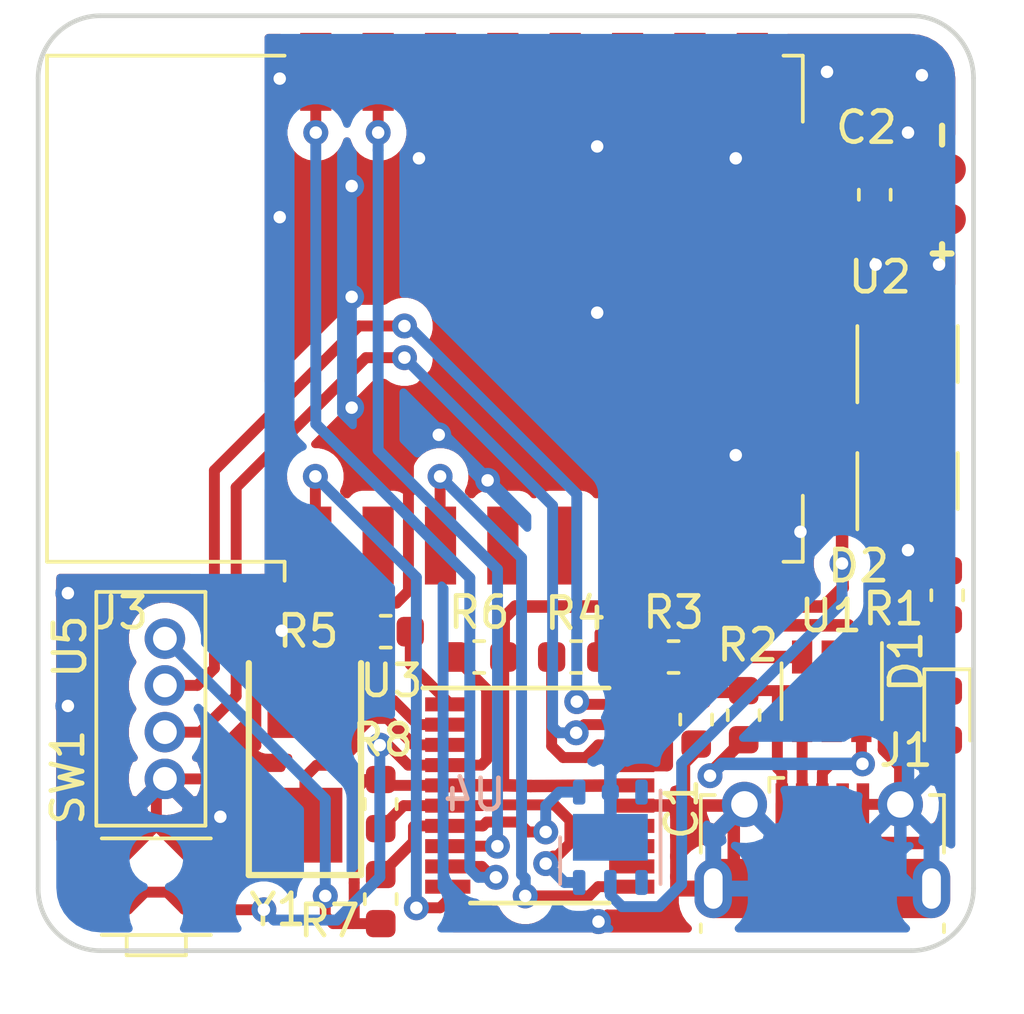
<source format=kicad_pcb>
(kicad_pcb (version 20171130) (host pcbnew "(5.1.5)-3")

  (general
    (thickness 0.5)
    (drawings 8)
    (tracks 321)
    (zones 0)
    (modules 22)
    (nets 25)
  )

  (page A4)
  (layers
    (0 F.Cu signal)
    (31 B.Cu signal)
    (32 B.Adhes user)
    (33 F.Adhes user)
    (34 B.Paste user)
    (35 F.Paste user)
    (36 B.SilkS user)
    (37 F.SilkS user)
    (38 B.Mask user)
    (39 F.Mask user)
    (40 Dwgs.User user)
    (41 Cmts.User user)
    (42 Eco1.User user)
    (43 Eco2.User user)
    (44 Edge.Cuts user)
    (45 Margin user)
    (46 B.CrtYd user)
    (47 F.CrtYd user)
    (48 B.Fab user)
    (49 F.Fab user)
  )

  (setup
    (last_trace_width 0.35)
    (user_trace_width 0.35)
    (user_trace_width 0.4)
    (trace_clearance 0.2)
    (zone_clearance 0.508)
    (zone_45_only no)
    (trace_min 0.2)
    (via_size 0.8)
    (via_drill 0.4)
    (via_min_size 0.4)
    (via_min_drill 0.3)
    (uvia_size 0.3)
    (uvia_drill 0.1)
    (uvias_allowed no)
    (uvia_min_size 0.2)
    (uvia_min_drill 0.1)
    (edge_width 0.05)
    (segment_width 0.2)
    (pcb_text_width 0.3)
    (pcb_text_size 1.5 1.5)
    (mod_edge_width 0.15)
    (mod_text_size 1 1)
    (mod_text_width 0.15)
    (pad_size 1.5 2.4)
    (pad_drill 0)
    (pad_to_mask_clearance 0.051)
    (solder_mask_min_width 0.25)
    (aux_axis_origin 0 0)
    (visible_elements 7FFFFFFF)
    (pcbplotparams
      (layerselection 0x010f0_ffffffff)
      (usegerberextensions false)
      (usegerberattributes false)
      (usegerberadvancedattributes false)
      (creategerberjobfile false)
      (excludeedgelayer true)
      (linewidth 0.100000)
      (plotframeref false)
      (viasonmask false)
      (mode 1)
      (useauxorigin false)
      (hpglpennumber 1)
      (hpglpenspeed 20)
      (hpglpendiameter 15.000000)
      (psnegative false)
      (psa4output false)
      (plotreference true)
      (plotvalue true)
      (plotinvisibletext false)
      (padsonsilk false)
      (subtractmaskfromsilk true)
      (outputformat 1)
      (mirror false)
      (drillshape 0)
      (scaleselection 1)
      (outputdirectory "gerber"))
  )

  (net 0 "")
  (net 1 GND)
  (net 2 +5V)
  (net 3 "Net-(C2-Pad1)")
  (net 4 +3V3)
  (net 5 "Net-(D1-Pad1)")
  (net 6 "Net-(D2-Pad3)")
  (net 7 /Rst_wifi)
  (net 8 /Rx)
  (net 9 /Tx)
  (net 10 /En_wifi)
  (net 11 "Net-(J1-Pad3)")
  (net 12 "Net-(J1-Pad2)")
  (net 13 "Net-(R3-Pad2)")
  (net 14 /Dm)
  (net 15 /Dp)
  (net 16 "Net-(R4-Pad1)")
  (net 17 "Net-(R5-Pad1)")
  (net 18 "Net-(R6-Pad1)")
  (net 19 /SDA)
  (net 20 /SCL)
  (net 21 "Net-(U3-Pad3)")
  (net 22 "Net-(U3-Pad2)")
  (net 23 /DIO)
  (net 24 /CLK)

  (net_class Default "Это класс цепей по умолчанию."
    (clearance 0.2)
    (trace_width 0.25)
    (via_dia 0.8)
    (via_drill 0.4)
    (uvia_dia 0.3)
    (uvia_drill 0.1)
    (add_net +3V3)
    (add_net +5V)
    (add_net /CLK)
    (add_net /DIO)
    (add_net /Dm)
    (add_net /Dp)
    (add_net /En_wifi)
    (add_net /Rst_wifi)
    (add_net /Rx)
    (add_net /SCL)
    (add_net /SDA)
    (add_net /Tx)
    (add_net GND)
    (add_net "Net-(C2-Pad1)")
    (add_net "Net-(D1-Pad1)")
    (add_net "Net-(D2-Pad3)")
    (add_net "Net-(J1-Pad2)")
    (add_net "Net-(J1-Pad3)")
    (add_net "Net-(R3-Pad2)")
    (add_net "Net-(R4-Pad1)")
    (add_net "Net-(R5-Pad1)")
    (add_net "Net-(R6-Pad1)")
    (add_net "Net-(U3-Pad2)")
    (add_net "Net-(U3-Pad3)")
  )

  (module body_temp:SW_SPST_EVQP7C (layer F.Cu) (tedit 5F0342A7) (tstamp 5F03AD2A)
    (at 19.79 42.9475)
    (descr "Light Touch Switch")
    (path /5F03E002)
    (attr smd)
    (fp_text reference SW1 (at -2.8355 -3.514 90) (layer F.SilkS)
      (effects (font (size 1 1) (thickness 0.15)))
    )
    (fp_text value SW_Push (at 0 3.25) (layer F.Fab)
      (effects (font (size 1 1) (thickness 0.15)))
    )
    (fp_text user %R (at 0 -2.5) (layer F.Fab)
      (effects (font (size 1 1) (thickness 0.15)))
    )
    (fp_line (start 0.95 1.55) (end 0.95 2.2) (layer F.SilkS) (width 0.12))
    (fp_line (start 0.95 2.2) (end -0.95 2.2) (layer F.SilkS) (width 0.12))
    (fp_line (start -0.95 2.2) (end -0.95 1.55) (layer F.SilkS) (width 0.12))
    (fp_line (start -0.85 2.1) (end 0.85 2.1) (layer F.Fab) (width 0.1))
    (fp_line (start 0.85 2.1) (end 0.85 1.45) (layer F.Fab) (width 0.1))
    (fp_line (start -0.85 2.1) (end -0.85 1.45) (layer F.Fab) (width 0.1))
    (fp_line (start -1.75 -1.45) (end 1.75 -1.45) (layer F.Fab) (width 0.1))
    (fp_line (start 1.75 -1.45) (end 1.75 1.45) (layer F.Fab) (width 0.1))
    (fp_line (start 1.75 1.45) (end -1.75 1.45) (layer F.Fab) (width 0.1))
    (fp_line (start -1.75 1.45) (end -1.75 -1.4) (layer F.Fab) (width 0.1))
    (fp_line (start -1.1 2.35) (end -1.1 1.7) (layer F.CrtYd) (width 0.05))
    (fp_line (start -1.1 1.7) (end -2.75 1.7) (layer F.CrtYd) (width 0.05))
    (fp_line (start 2.75 1.7) (end 1.1 1.7) (layer F.CrtYd) (width 0.05))
    (fp_line (start 1.1 1.7) (end 1.1 2.35) (layer F.CrtYd) (width 0.05))
    (fp_line (start -1.75 -1.55) (end 1.75 -1.55) (layer F.SilkS) (width 0.12))
    (fp_line (start 1.75 1.55) (end -1.75 1.55) (layer F.SilkS) (width 0.12))
    (fp_line (start -2.75 -1.7) (end 2.75 -1.7) (layer F.CrtYd) (width 0.05))
    (fp_line (start 2.75 -1.7) (end 2.75 1.7) (layer F.CrtYd) (width 0.05))
    (fp_line (start 1.1 2.35) (end -1.1 2.35) (layer F.CrtYd) (width 0.05))
    (fp_line (start -2.75 1.7) (end -2.75 -1.7) (layer F.CrtYd) (width 0.05))
    (pad 1 smd rect (at 1.8 -0.72) (size 1.4 1.05) (layers F.Cu F.Paste F.Mask)
      (net 1 GND))
    (pad 1 smd rect (at -1.8 -0.72) (size 1.4 1.05) (layers F.Cu F.Paste F.Mask)
      (net 1 GND))
    (pad 2 smd rect (at 1.8 0.72) (size 1.4 1.05) (layers F.Cu F.Paste F.Mask)
      (net 18 "Net-(R6-Pad1)"))
    (pad 2 smd rect (at -1.8 0.72) (size 1.4 1.05) (layers F.Cu F.Paste F.Mask)
      (net 18 "Net-(R6-Pad1)"))
    (pad "" np_thru_hole circle (at 0 -0.9) (size 0.7 0.7) (drill 0.7) (layers *.Cu *.Mask))
    (pad "" np_thru_hole circle (at 0 0.9) (size 0.7 0.7) (drill 0.7) (layers *.Cu *.Mask))
    (model ${KISYS3DMOD}/Button_Switch_SMD.3dshapes/SW_SPST_EVQP7C.wrl
      (at (xyz 0 0 0))
      (scale (xyz 1 1 1))
      (rotate (xyz 0 0 0))
    )
    (model ${KIPRJMOD}/body/button.wrl
      (offset (xyz 0 0 1.35))
      (scale (xyz 393.9 393.9 393.9))
      (rotate (xyz 0 180 0))
    )
  )

  (module body_temp:ZH_Conn_04x01 (layer F.Cu) (tedit 5EFE3D3D) (tstamp 5F03B314)
    (at 23.066 38.4885 270)
    (path /5EFE67F9)
    (fp_text reference J3 (at -4.3255 4.397 180) (layer F.SilkS)
      (effects (font (size 1 1) (thickness 0.15)))
    )
    (fp_text value ST-Link (at 0.3 -2.5 90) (layer F.Fab)
      (effects (font (size 1 1) (thickness 0.15)))
    )
    (fp_line (start 2.5 1.7) (end 2.5 5.2) (layer F.SilkS) (width 0.12))
    (fp_line (start -5 1.7) (end 2.5 1.7) (layer F.SilkS) (width 0.12))
    (fp_line (start -5 5.2) (end -5 1.7) (layer F.SilkS) (width 0.12))
    (fp_line (start 2.5 5.2) (end -5 5.2) (layer F.SilkS) (width 0.12))
    (pad 4 thru_hole circle (at 1 3 270) (size 1.3 1.3) (drill 0.762) (layers *.Cu *.Mask)
      (net 1 GND))
    (pad 3 thru_hole circle (at -0.5 3 270) (size 1.3 1.3) (drill 0.762) (layers *.Cu *.Mask)
      (net 23 /DIO))
    (pad 2 thru_hole circle (at -2 3 270) (size 1.3 1.3) (drill 0.762) (layers *.Cu *.Mask)
      (net 24 /CLK))
    (pad 1 thru_hole circle (at -3.5 3 270) (size 1.3 1.3) (drill 0.762) (layers *.Cu *.Mask)
      (net 4 +3V3))
    (model ${KIPRJMOD}/body/zh_04x01_1.5mm.wrl
      (offset (xyz -1.25 -3.45 0))
      (scale (xyz 393.9 393.9 393.9))
      (rotate (xyz -90 0 0))
    )
  )

  (module body_temp:accum (layer F.Cu) (tedit 5EFB7773) (tstamp 5EF9F6B3)
    (at 43.0917 20.7306 90)
    (path /5EF91F2E)
    (fp_text reference J2 (at 0 0.5 90) (layer F.SilkS) hide
      (effects (font (size 1 1) (thickness 0.15)))
    )
    (fp_text value Аккумулятор (at 0 -0.5 90) (layer F.Fab)
      (effects (font (size 1 1) (thickness 0.15)))
    )
    (fp_line (start 2.2 1.9) (end 1.6 1.9) (layer F.SilkS) (width 0.2))
    (fp_line (start -1.9 1.6) (end -1.9 2.2) (layer F.SilkS) (width 0.2))
    (fp_line (start -1.6 1.9) (end -2.2 1.9) (layer F.SilkS) (width 0.2))
    (pad 2 smd oval (at 0.8 1.9 90) (size 1 1.524) (layers F.Cu F.Paste F.Mask)
      (net 1 GND))
    (pad 1 smd oval (at -0.8 1.9 90) (size 1 1.524) (layers F.Cu F.Paste F.Mask)
      (net 3 "Net-(C2-Pad1)"))
  )

  (module RF_Module:ESP-12E (layer F.Cu) (tedit 5A030172) (tstamp 5EFBDA5C)
    (at 28.4055 24.401 90)
    (descr "Wi-Fi Module, http://wiki.ai-thinker.com/_media/esp8266/docs/aithinker_esp_12f_datasheet_en.pdf")
    (tags "Wi-Fi Module")
    (path /5EFB9D06)
    (attr smd)
    (fp_text reference U5 (at -10.8415 -11.3875 270) (layer F.SilkS)
      (effects (font (size 1 1) (thickness 0.15)))
    )
    (fp_text value ESP-12F (at -0.06 -12.78 90) (layer F.Fab)
      (effects (font (size 1 1) (thickness 0.15)))
    )
    (fp_line (start 5.56 -4.8) (end 8.12 -7.36) (layer Dwgs.User) (width 0.12))
    (fp_line (start 2.56 -4.8) (end 8.12 -10.36) (layer Dwgs.User) (width 0.12))
    (fp_line (start -0.44 -4.8) (end 6.88 -12.12) (layer Dwgs.User) (width 0.12))
    (fp_line (start -3.44 -4.8) (end 3.88 -12.12) (layer Dwgs.User) (width 0.12))
    (fp_line (start -6.44 -4.8) (end 0.88 -12.12) (layer Dwgs.User) (width 0.12))
    (fp_line (start -8.12 -6.12) (end -2.12 -12.12) (layer Dwgs.User) (width 0.12))
    (fp_line (start -8.12 -9.12) (end -5.12 -12.12) (layer Dwgs.User) (width 0.12))
    (fp_line (start -8.12 -4.8) (end -8.12 -12.12) (layer Dwgs.User) (width 0.12))
    (fp_line (start 8.12 -4.8) (end -8.12 -4.8) (layer Dwgs.User) (width 0.12))
    (fp_line (start 8.12 -12.12) (end 8.12 -4.8) (layer Dwgs.User) (width 0.12))
    (fp_line (start -8.12 -12.12) (end 8.12 -12.12) (layer Dwgs.User) (width 0.12))
    (fp_line (start -8.12 -4.5) (end -8.73 -4.5) (layer F.SilkS) (width 0.12))
    (fp_line (start -8.12 -4.5) (end -8.12 -12.12) (layer F.SilkS) (width 0.12))
    (fp_line (start -8.12 12.12) (end -8.12 11.5) (layer F.SilkS) (width 0.12))
    (fp_line (start -6 12.12) (end -8.12 12.12) (layer F.SilkS) (width 0.12))
    (fp_line (start 8.12 12.12) (end 6 12.12) (layer F.SilkS) (width 0.12))
    (fp_line (start 8.12 11.5) (end 8.12 12.12) (layer F.SilkS) (width 0.12))
    (fp_line (start 8.12 -12.12) (end 8.12 -4.5) (layer F.SilkS) (width 0.12))
    (fp_line (start -8.12 -12.12) (end 8.12 -12.12) (layer F.SilkS) (width 0.12))
    (fp_line (start -9.05 13.1) (end -9.05 -12.2) (layer F.CrtYd) (width 0.05))
    (fp_line (start 9.05 13.1) (end -9.05 13.1) (layer F.CrtYd) (width 0.05))
    (fp_line (start 9.05 -12.2) (end 9.05 13.1) (layer F.CrtYd) (width 0.05))
    (fp_line (start -9.05 -12.2) (end 9.05 -12.2) (layer F.CrtYd) (width 0.05))
    (fp_line (start -8 -4) (end -8 -12) (layer F.Fab) (width 0.12))
    (fp_line (start -7.5 -3.5) (end -8 -4) (layer F.Fab) (width 0.12))
    (fp_line (start -8 -3) (end -7.5 -3.5) (layer F.Fab) (width 0.12))
    (fp_line (start -8 12) (end -8 -3) (layer F.Fab) (width 0.12))
    (fp_line (start 8 12) (end -8 12) (layer F.Fab) (width 0.12))
    (fp_line (start 8 -12) (end 8 12) (layer F.Fab) (width 0.12))
    (fp_line (start -8 -12) (end 8 -12) (layer F.Fab) (width 0.12))
    (fp_text user %R (at 0.49 -0.8 90) (layer F.Fab)
      (effects (font (size 1 1) (thickness 0.15)))
    )
    (fp_text user "KEEP-OUT ZONE" (at 0.03 -9.55 270) (layer Cmts.User)
      (effects (font (size 1 1) (thickness 0.15)))
    )
    (fp_text user Antenna (at -0.06 -7 270) (layer Cmts.User)
      (effects (font (size 1 1) (thickness 0.15)))
    )
    (pad 22 smd rect (at 7.6 -3.5 90) (size 2.5 1) (layers F.Cu F.Paste F.Mask)
      (net 8 /Rx))
    (pad 21 smd rect (at 7.6 -1.5 90) (size 2.5 1) (layers F.Cu F.Paste F.Mask)
      (net 9 /Tx))
    (pad 20 smd rect (at 7.6 0.5 90) (size 2.5 1) (layers F.Cu F.Paste F.Mask))
    (pad 19 smd rect (at 7.6 2.5 90) (size 2.5 1) (layers F.Cu F.Paste F.Mask))
    (pad 18 smd rect (at 7.6 4.5 90) (size 2.5 1) (layers F.Cu F.Paste F.Mask))
    (pad 17 smd rect (at 7.6 6.5 90) (size 2.5 1) (layers F.Cu F.Paste F.Mask))
    (pad 16 smd rect (at 7.6 8.5 90) (size 2.5 1) (layers F.Cu F.Paste F.Mask)
      (net 1 GND))
    (pad 15 smd rect (at 7.6 10.5 90) (size 2.5 1) (layers F.Cu F.Paste F.Mask)
      (net 1 GND))
    (pad 14 smd rect (at 5 12 90) (size 1 1.8) (layers F.Cu F.Paste F.Mask))
    (pad 13 smd rect (at 3 12 90) (size 1 1.8) (layers F.Cu F.Paste F.Mask))
    (pad 12 smd rect (at 1 12 90) (size 1 1.8) (layers F.Cu F.Paste F.Mask))
    (pad 11 smd rect (at -1 12 90) (size 1 1.8) (layers F.Cu F.Paste F.Mask))
    (pad 10 smd rect (at -3 12 90) (size 1 1.8) (layers F.Cu F.Paste F.Mask))
    (pad 9 smd rect (at -5 12 90) (size 1 1.8) (layers F.Cu F.Paste F.Mask))
    (pad 8 smd rect (at -7.6 10.5 90) (size 2.5 1) (layers F.Cu F.Paste F.Mask)
      (net 4 +3V3))
    (pad 7 smd rect (at -7.6 8.5 90) (size 2.5 1) (layers F.Cu F.Paste F.Mask))
    (pad 6 smd rect (at -7.6 6.5 90) (size 2.5 1) (layers F.Cu F.Paste F.Mask))
    (pad 5 smd rect (at -7.6 4.5 90) (size 2.5 1) (layers F.Cu F.Paste F.Mask))
    (pad 4 smd rect (at -7.6 2.5 90) (size 2.5 1) (layers F.Cu F.Paste F.Mask))
    (pad 3 smd rect (at -7.6 0.5 90) (size 2.5 1) (layers F.Cu F.Paste F.Mask)
      (net 10 /En_wifi))
    (pad 2 smd rect (at -7.6 -1.5 90) (size 2.5 1) (layers F.Cu F.Paste F.Mask))
    (pad 1 smd rect (at -7.6 -3.5 90) (size 2.5 1) (layers F.Cu F.Paste F.Mask)
      (net 7 /Rst_wifi))
    (model ${KIPRJMOD}/body/esp-12f_.wrl
      (offset (xyz 0 -0.5 0))
      (scale (xyz 0.3939 0.3939 0.3939))
      (rotate (xyz -90 0 0))
    )
  )

  (module Capacitor_SMD:C_0603_1608Metric (layer F.Cu) (tedit 5B301BBE) (tstamp 5EF9F60D)
    (at 42.8327 20.7433 90)
    (descr "Capacitor SMD 0603 (1608 Metric), square (rectangular) end terminal, IPC_7351 nominal, (Body size source: http://www.tortai-tech.com/upload/download/2011102023233369053.pdf), generated with kicad-footprint-generator")
    (tags capacitor)
    (path /5EFE4019)
    (attr smd)
    (fp_text reference C2 (at 2.1589 -0.2667 180) (layer F.SilkS)
      (effects (font (size 1 1) (thickness 0.15)))
    )
    (fp_text value 1uF (at 0 1.43 90) (layer F.Fab)
      (effects (font (size 1 1) (thickness 0.15)))
    )
    (fp_text user %R (at 0 0 90) (layer F.Fab)
      (effects (font (size 0.4 0.4) (thickness 0.06)))
    )
    (fp_line (start 1.48 0.73) (end -1.48 0.73) (layer F.CrtYd) (width 0.05))
    (fp_line (start 1.48 -0.73) (end 1.48 0.73) (layer F.CrtYd) (width 0.05))
    (fp_line (start -1.48 -0.73) (end 1.48 -0.73) (layer F.CrtYd) (width 0.05))
    (fp_line (start -1.48 0.73) (end -1.48 -0.73) (layer F.CrtYd) (width 0.05))
    (fp_line (start -0.162779 0.51) (end 0.162779 0.51) (layer F.SilkS) (width 0.12))
    (fp_line (start -0.162779 -0.51) (end 0.162779 -0.51) (layer F.SilkS) (width 0.12))
    (fp_line (start 0.8 0.4) (end -0.8 0.4) (layer F.Fab) (width 0.1))
    (fp_line (start 0.8 -0.4) (end 0.8 0.4) (layer F.Fab) (width 0.1))
    (fp_line (start -0.8 -0.4) (end 0.8 -0.4) (layer F.Fab) (width 0.1))
    (fp_line (start -0.8 0.4) (end -0.8 -0.4) (layer F.Fab) (width 0.1))
    (pad 2 smd roundrect (at 0.7875 0 90) (size 0.875 0.95) (layers F.Cu F.Paste F.Mask) (roundrect_rratio 0.25)
      (net 1 GND))
    (pad 1 smd roundrect (at -0.7875 0 90) (size 0.875 0.95) (layers F.Cu F.Paste F.Mask) (roundrect_rratio 0.25)
      (net 3 "Net-(C2-Pad1)"))
    (model ${KISYS3DMOD}/Capacitor_SMD.3dshapes/C_0603_1608Metric.wrl
      (at (xyz 0 0 0))
      (scale (xyz 1 1 1))
      (rotate (xyz 0 0 0))
    )
  )

  (module Capacitor_SMD:C_0603_1608Metric (layer F.Cu) (tedit 5B301BBE) (tstamp 5EF9F5FE)
    (at 37.105 37.5835 270)
    (descr "Capacitor SMD 0603 (1608 Metric), square (rectangular) end terminal, IPC_7351 nominal, (Body size source: http://www.tortai-tech.com/upload/download/2011102023233369053.pdf), generated with kicad-footprint-generator")
    (tags capacitor)
    (path /5EFDCA3F)
    (attr smd)
    (fp_text reference C1 (at 2.866 0.4655 270) (layer F.SilkS)
      (effects (font (size 1 1) (thickness 0.15)))
    )
    (fp_text value 1uF (at 0 1.43 90) (layer F.Fab)
      (effects (font (size 1 1) (thickness 0.15)))
    )
    (fp_text user %R (at 0 0 90) (layer F.Fab)
      (effects (font (size 0.4 0.4) (thickness 0.06)))
    )
    (fp_line (start 1.48 0.73) (end -1.48 0.73) (layer F.CrtYd) (width 0.05))
    (fp_line (start 1.48 -0.73) (end 1.48 0.73) (layer F.CrtYd) (width 0.05))
    (fp_line (start -1.48 -0.73) (end 1.48 -0.73) (layer F.CrtYd) (width 0.05))
    (fp_line (start -1.48 0.73) (end -1.48 -0.73) (layer F.CrtYd) (width 0.05))
    (fp_line (start -0.162779 0.51) (end 0.162779 0.51) (layer F.SilkS) (width 0.12))
    (fp_line (start -0.162779 -0.51) (end 0.162779 -0.51) (layer F.SilkS) (width 0.12))
    (fp_line (start 0.8 0.4) (end -0.8 0.4) (layer F.Fab) (width 0.1))
    (fp_line (start 0.8 -0.4) (end 0.8 0.4) (layer F.Fab) (width 0.1))
    (fp_line (start -0.8 -0.4) (end 0.8 -0.4) (layer F.Fab) (width 0.1))
    (fp_line (start -0.8 0.4) (end -0.8 -0.4) (layer F.Fab) (width 0.1))
    (pad 2 smd roundrect (at 0.7875 0 270) (size 0.875 0.95) (layers F.Cu F.Paste F.Mask) (roundrect_rratio 0.25)
      (net 1 GND))
    (pad 1 smd roundrect (at -0.7875 0 270) (size 0.875 0.95) (layers F.Cu F.Paste F.Mask) (roundrect_rratio 0.25)
      (net 2 +5V))
    (model ${KISYS3DMOD}/Capacitor_SMD.3dshapes/C_0603_1608Metric.wrl
      (at (xyz 0 0 0))
      (scale (xyz 1 1 1))
      (rotate (xyz 0 0 0))
    )
  )

  (module body_temp:Crystal_SMD_5032-2Pin_5.0x3.2mm_HandSoldering (layer F.Cu) (tedit 5EF99C8A) (tstamp 5EFA42B0)
    (at 24.5574 38.974 90)
    (descr "SMD Crystal SERIES SMD2520/2 http://www.icbase.com/File/PDF/HKC/HKC00061008.pdf, hand-soldering, 5.0x3.2mm^2 package")
    (tags "SMD SMT crystal hand-soldering")
    (path /5EF9927B)
    (attr smd)
    (fp_text reference Y1 (at -4.714 -0.8719 180) (layer F.SilkS)
      (effects (font (size 1 1) (thickness 0.15)))
    )
    (fp_text value Crystal (at 0 2.8 90) (layer F.Fab)
      (effects (font (size 1 1) (thickness 0.15)))
    )
    (fp_circle (center 0 0) (end 0.093333 0) (layer F.Adhes) (width 0.186667))
    (fp_circle (center 0 0) (end 0.213333 0) (layer F.Adhes) (width 0.133333))
    (fp_circle (center 0 0) (end 0.333333 0) (layer F.Adhes) (width 0.133333))
    (fp_circle (center 0 0) (end 0.4 0) (layer F.Adhes) (width 0.1))
    (fp_line (start 3.5 -1.9) (end -3.9 -1.9) (layer F.CrtYd) (width 0.05))
    (fp_line (start 3.5 1.9) (end 3.5 -1.9) (layer F.CrtYd) (width 0.05))
    (fp_line (start -3.9 1.9) (end 3.5 1.9) (layer F.CrtYd) (width 0.05))
    (fp_line (start -3.9 -1.9) (end -3.9 1.9) (layer F.CrtYd) (width 0.05))
    (fp_line (start -3.6 1.8) (end 3.2 1.8) (layer F.SilkS) (width 0.2))
    (fp_line (start -3.6 -1.8) (end -3.6 1.8) (layer F.SilkS) (width 0.2))
    (fp_line (start 3.2 -1.8) (end -3.6 -1.8) (layer F.SilkS) (width 0.2))
    (fp_line (start -2.5 0.6) (end -1.5 1.6) (layer F.Fab) (width 0.1))
    (fp_line (start -2.5 -1.4) (end -2.3 -1.6) (layer F.Fab) (width 0.1))
    (fp_line (start -2.5 1.4) (end -2.5 -1.4) (layer F.Fab) (width 0.1))
    (fp_line (start -2.3 1.6) (end -2.5 1.4) (layer F.Fab) (width 0.1))
    (fp_line (start 2.3 1.6) (end -2.3 1.6) (layer F.Fab) (width 0.1))
    (fp_line (start 2.5 1.4) (end 2.3 1.6) (layer F.Fab) (width 0.1))
    (fp_line (start 2.5 -1.4) (end 2.5 1.4) (layer F.Fab) (width 0.1))
    (fp_line (start 2.3 -1.6) (end 2.5 -1.4) (layer F.Fab) (width 0.1))
    (fp_line (start -2.3 -1.6) (end 2.3 -1.6) (layer F.Fab) (width 0.1))
    (fp_text user %R (at 0 0 90) (layer F.Fab)
      (effects (font (size 1 1) (thickness 0.15)))
    )
    (pad 2 smd rect (at 2 0 90) (size 2.4 2.4) (layers F.Cu F.Paste F.Mask)
      (net 22 "Net-(U3-Pad2)"))
    (pad 1 smd rect (at -2 0 90) (size 2.4 2.4) (layers F.Cu F.Paste F.Mask)
      (net 21 "Net-(U3-Pad3)"))
    (model ${KIPRJMOD}/body/crystal_05x3.2.wrl
      (offset (xyz 0 0 0.1))
      (scale (xyz 39.9 39.9 39.9))
      (rotate (xyz -90 0 0))
    )
  )

  (module Package_DFN_QFN:DFN-6-1EP_3x3mm_P1mm_EP1.5x2.4mm (layer B.Cu) (tedit 5F03442F) (tstamp 5EFA2D91)
    (at 34.3522 41.3622 270)
    (descr "DFN, 6 Pin (https://www.silabs.com/documents/public/data-sheets/Si7020-A20.pdf), generated with kicad-footprint-generator ipc_noLead_generator.py")
    (tags "DFN NoLead")
    (path /5EF8C469)
    (attr smd)
    (fp_text reference U4 (at -1.3622 4.3522 180) (layer B.SilkS)
      (effects (font (size 1 1) (thickness 0.15)) (justify mirror))
    )
    (fp_text value Si7051-A20 (at 0 -2.45 90) (layer B.Fab)
      (effects (font (size 1 1) (thickness 0.15)) (justify mirror))
    )
    (fp_text user %R (at -0.6096 -0.0254 90) (layer B.Fab)
      (effects (font (size 0.75 0.75) (thickness 0.11)) (justify mirror))
    )
    (fp_line (start 2.1 1.75) (end -2.1 1.75) (layer B.CrtYd) (width 0.05))
    (fp_line (start 2.1 -1.75) (end 2.1 1.75) (layer B.CrtYd) (width 0.05))
    (fp_line (start -2.1 -1.75) (end 2.1 -1.75) (layer B.CrtYd) (width 0.05))
    (fp_line (start -2.1 1.75) (end -2.1 -1.75) (layer B.CrtYd) (width 0.05))
    (fp_line (start -1.5 0.75) (end -0.75 1.5) (layer B.Fab) (width 0.1))
    (fp_line (start -1.5 -1.5) (end -1.5 0.75) (layer B.Fab) (width 0.1))
    (fp_line (start 1.5 -1.5) (end -1.5 -1.5) (layer B.Fab) (width 0.1))
    (fp_line (start 1.5 1.5) (end 1.5 -1.5) (layer B.Fab) (width 0.1))
    (fp_line (start -0.75 1.5) (end 1.5 1.5) (layer B.Fab) (width 0.1))
    (fp_line (start -1.5 -1.61) (end 1.5 -1.61) (layer B.SilkS) (width 0.12))
    (fp_line (start 0 1.61) (end 1.5 1.61) (layer B.SilkS) (width 0.12))
    (pad "" smd roundrect (at 0.375 -0.6 270) (size 0.6 0.97) (layers B.Paste) (roundrect_rratio 0.25))
    (pad "" smd roundrect (at 0.375 0.6 270) (size 0.6 0.97) (layers B.Paste) (roundrect_rratio 0.25))
    (pad "" smd roundrect (at -0.375 -0.6 270) (size 0.6 0.97) (layers B.Paste) (roundrect_rratio 0.25))
    (pad "" smd roundrect (at -0.375 0.6 270) (size 0.6 0.97) (layers B.Paste) (roundrect_rratio 0.25))
    (pad 7 smd rect (at 0 0 270) (size 1.5 2.4) (layers B.Cu B.Mask)
      (net 1 GND))
    (pad 6 smd roundrect (at 1.45 1 270) (size 0.8 0.4) (layers B.Cu B.Paste B.Mask) (roundrect_rratio 0.25)
      (net 20 /SCL))
    (pad 5 smd roundrect (at 1.45 0 270) (size 0.8 0.4) (layers B.Cu B.Paste B.Mask) (roundrect_rratio 0.25)
      (net 4 +3V3))
    (pad 4 smd roundrect (at 1.45 -1 270) (size 0.8 0.4) (layers B.Cu B.Paste B.Mask) (roundrect_rratio 0.25))
    (pad 3 smd roundrect (at -1.45 -1 270) (size 0.8 0.4) (layers B.Cu B.Paste B.Mask) (roundrect_rratio 0.25))
    (pad 2 smd roundrect (at -1.45 0 270) (size 0.8 0.4) (layers B.Cu B.Paste B.Mask) (roundrect_rratio 0.25)
      (net 1 GND))
    (pad 1 smd roundrect (at -1.45 1 270) (size 0.8 0.4) (layers B.Cu B.Paste B.Mask) (roundrect_rratio 0.25)
      (net 19 /SDA))
    (model ${KISYS3DMOD}/Package_DFN_QFN.3dshapes/DFN-6-1EP_3x3mm_P1mm_EP1.5x2.4mm.wrl
      (at (xyz 0 0 0))
      (scale (xyz 1 1 1))
      (rotate (xyz 0 0 0))
    )
  )

  (module Package_SO:TSSOP-20_4.4x6.5mm_P0.65mm (layer F.Cu) (tedit 5A02F25C) (tstamp 5EF9F78A)
    (at 32.0885 40.022)
    (descr "20-Lead Plastic Thin Shrink Small Outline (ST)-4.4 mm Body [TSSOP] (see Microchip Packaging Specification 00000049BS.pdf)")
    (tags "SSOP 0.65")
    (path /5EF8B545)
    (attr smd)
    (fp_text reference U3 (at -4.7625 -3.683) (layer F.SilkS)
      (effects (font (size 1 1) (thickness 0.15)))
    )
    (fp_text value STM32F070F6Px (at 0 4.3) (layer F.Fab)
      (effects (font (size 1 1) (thickness 0.15)))
    )
    (fp_text user %R (at 0 0) (layer F.Fab)
      (effects (font (size 0.8 0.8) (thickness 0.15)))
    )
    (fp_line (start -3.75 -3.45) (end 2.225 -3.45) (layer F.SilkS) (width 0.15))
    (fp_line (start -2.225 3.45) (end 2.225 3.45) (layer F.SilkS) (width 0.15))
    (fp_line (start -3.95 3.55) (end 3.95 3.55) (layer F.CrtYd) (width 0.05))
    (fp_line (start -3.95 -3.55) (end 3.95 -3.55) (layer F.CrtYd) (width 0.05))
    (fp_line (start 3.95 -3.55) (end 3.95 3.55) (layer F.CrtYd) (width 0.05))
    (fp_line (start -3.95 -3.55) (end -3.95 3.55) (layer F.CrtYd) (width 0.05))
    (fp_line (start -2.2 -2.25) (end -1.2 -3.25) (layer F.Fab) (width 0.15))
    (fp_line (start -2.2 3.25) (end -2.2 -2.25) (layer F.Fab) (width 0.15))
    (fp_line (start 2.2 3.25) (end -2.2 3.25) (layer F.Fab) (width 0.15))
    (fp_line (start 2.2 -3.25) (end 2.2 3.25) (layer F.Fab) (width 0.15))
    (fp_line (start -1.2 -3.25) (end 2.2 -3.25) (layer F.Fab) (width 0.15))
    (pad 20 smd rect (at 2.95 -2.925) (size 1.45 0.45) (layers F.Cu F.Paste F.Mask)
      (net 24 /CLK))
    (pad 19 smd rect (at 2.95 -2.275) (size 1.45 0.45) (layers F.Cu F.Paste F.Mask)
      (net 23 /DIO))
    (pad 18 smd rect (at 2.95 -1.625) (size 1.45 0.45) (layers F.Cu F.Paste F.Mask)
      (net 15 /Dp))
    (pad 17 smd rect (at 2.95 -0.975) (size 1.45 0.45) (layers F.Cu F.Paste F.Mask)
      (net 14 /Dm))
    (pad 16 smd rect (at 2.95 -0.325) (size 1.45 0.45) (layers F.Cu F.Paste F.Mask)
      (net 4 +3V3))
    (pad 15 smd rect (at 2.95 0.325) (size 1.45 0.45) (layers F.Cu F.Paste F.Mask)
      (net 1 GND))
    (pad 14 smd rect (at 2.95 0.975) (size 1.45 0.45) (layers F.Cu F.Paste F.Mask))
    (pad 13 smd rect (at 2.95 1.625) (size 1.45 0.45) (layers F.Cu F.Paste F.Mask))
    (pad 12 smd rect (at 2.95 2.275) (size 1.45 0.45) (layers F.Cu F.Paste F.Mask))
    (pad 11 smd rect (at 2.95 2.925) (size 1.45 0.45) (layers F.Cu F.Paste F.Mask)
      (net 10 /En_wifi))
    (pad 10 smd rect (at -2.95 2.925) (size 1.45 0.45) (layers F.Cu F.Paste F.Mask)
      (net 7 /Rst_wifi))
    (pad 9 smd rect (at -2.95 2.275) (size 1.45 0.45) (layers F.Cu F.Paste F.Mask)
      (net 8 /Rx))
    (pad 8 smd rect (at -2.95 1.625) (size 1.45 0.45) (layers F.Cu F.Paste F.Mask)
      (net 9 /Tx))
    (pad 7 smd rect (at -2.95 0.975) (size 1.45 0.45) (layers F.Cu F.Paste F.Mask)
      (net 19 /SDA))
    (pad 6 smd rect (at -2.95 0.325) (size 1.45 0.45) (layers F.Cu F.Paste F.Mask)
      (net 20 /SCL))
    (pad 5 smd rect (at -2.95 -0.325) (size 1.45 0.45) (layers F.Cu F.Paste F.Mask)
      (net 4 +3V3))
    (pad 4 smd rect (at -2.95 -0.975) (size 1.45 0.45) (layers F.Cu F.Paste F.Mask)
      (net 18 "Net-(R6-Pad1)"))
    (pad 3 smd rect (at -2.95 -1.625) (size 1.45 0.45) (layers F.Cu F.Paste F.Mask)
      (net 21 "Net-(U3-Pad3)"))
    (pad 2 smd rect (at -2.95 -2.275) (size 1.45 0.45) (layers F.Cu F.Paste F.Mask)
      (net 22 "Net-(U3-Pad2)"))
    (pad 1 smd rect (at -2.95 -2.925) (size 1.45 0.45) (layers F.Cu F.Paste F.Mask)
      (net 17 "Net-(R5-Pad1)"))
    (model ${KISYS3DMOD}/Package_SO.3dshapes/TSSOP-20_4.4x6.5mm_P0.65mm.wrl
      (at (xyz 0 0 0))
      (scale (xyz 1 1 1))
      (rotate (xyz 0 0 0))
    )
  )

  (module Package_TO_SOT_SMD:SOT-23-5 (layer F.Cu) (tedit 5A02FF57) (tstamp 5EF9F766)
    (at 43.8843 25.8566 90)
    (descr "5-pin SOT23 package")
    (tags SOT-23-5)
    (path /5EF8DA04)
    (attr smd)
    (fp_text reference U2 (at 2.4716 -0.8843) (layer F.SilkS)
      (effects (font (size 1 1) (thickness 0.15)))
    )
    (fp_text value LP5907MFX-3.3 (at 0 2.9 90) (layer F.Fab)
      (effects (font (size 1 1) (thickness 0.15)))
    )
    (fp_line (start 0.9 -1.55) (end 0.9 1.55) (layer F.Fab) (width 0.1))
    (fp_line (start 0.9 1.55) (end -0.9 1.55) (layer F.Fab) (width 0.1))
    (fp_line (start -0.9 -0.9) (end -0.9 1.55) (layer F.Fab) (width 0.1))
    (fp_line (start 0.9 -1.55) (end -0.25 -1.55) (layer F.Fab) (width 0.1))
    (fp_line (start -0.9 -0.9) (end -0.25 -1.55) (layer F.Fab) (width 0.1))
    (fp_line (start -1.9 1.8) (end -1.9 -1.8) (layer F.CrtYd) (width 0.05))
    (fp_line (start 1.9 1.8) (end -1.9 1.8) (layer F.CrtYd) (width 0.05))
    (fp_line (start 1.9 -1.8) (end 1.9 1.8) (layer F.CrtYd) (width 0.05))
    (fp_line (start -1.9 -1.8) (end 1.9 -1.8) (layer F.CrtYd) (width 0.05))
    (fp_line (start 0.9 -1.61) (end -1.55 -1.61) (layer F.SilkS) (width 0.12))
    (fp_line (start -0.9 1.61) (end 0.9 1.61) (layer F.SilkS) (width 0.12))
    (fp_text user %R (at 0 0) (layer F.Fab)
      (effects (font (size 0.5 0.5) (thickness 0.075)))
    )
    (pad 5 smd rect (at 1.1 -0.95 90) (size 1.06 0.65) (layers F.Cu F.Paste F.Mask)
      (net 4 +3V3))
    (pad 4 smd rect (at 1.1 0.95 90) (size 1.06 0.65) (layers F.Cu F.Paste F.Mask))
    (pad 3 smd rect (at -1.1 0.95 90) (size 1.06 0.65) (layers F.Cu F.Paste F.Mask))
    (pad 2 smd rect (at -1.1 0 90) (size 1.06 0.65) (layers F.Cu F.Paste F.Mask)
      (net 1 GND))
    (pad 1 smd rect (at -1.1 -0.95 90) (size 1.06 0.65) (layers F.Cu F.Paste F.Mask)
      (net 3 "Net-(C2-Pad1)"))
    (model ${KISYS3DMOD}/Package_TO_SOT_SMD.3dshapes/SOT-23-5.wrl
      (at (xyz 0 0 0))
      (scale (xyz 1 1 1))
      (rotate (xyz 0 0 0))
    )
  )

  (module Package_TO_SOT_SMD:SOT-23-6 (layer F.Cu) (tedit 5A02FF57) (tstamp 5EF9F751)
    (at 41.453 36.677 270)
    (descr "6-pin SOT-23 package")
    (tags SOT-23-6)
    (path /5EF95785)
    (attr smd)
    (fp_text reference U1 (at -2.4208 0.03 180) (layer F.SilkS)
      (effects (font (size 1 1) (thickness 0.15)))
    )
    (fp_text value USBLC6-2SC6 (at 0 2.9 90) (layer F.Fab)
      (effects (font (size 1 1) (thickness 0.15)))
    )
    (fp_line (start 0.9 -1.55) (end 0.9 1.55) (layer F.Fab) (width 0.1))
    (fp_line (start 0.9 1.55) (end -0.9 1.55) (layer F.Fab) (width 0.1))
    (fp_line (start -0.9 -0.9) (end -0.9 1.55) (layer F.Fab) (width 0.1))
    (fp_line (start 0.9 -1.55) (end -0.25 -1.55) (layer F.Fab) (width 0.1))
    (fp_line (start -0.9 -0.9) (end -0.25 -1.55) (layer F.Fab) (width 0.1))
    (fp_line (start -1.9 -1.8) (end -1.9 1.8) (layer F.CrtYd) (width 0.05))
    (fp_line (start -1.9 1.8) (end 1.9 1.8) (layer F.CrtYd) (width 0.05))
    (fp_line (start 1.9 1.8) (end 1.9 -1.8) (layer F.CrtYd) (width 0.05))
    (fp_line (start 1.9 -1.8) (end -1.9 -1.8) (layer F.CrtYd) (width 0.05))
    (fp_line (start 0.9 -1.61) (end -1.55 -1.61) (layer F.SilkS) (width 0.12))
    (fp_line (start -0.9 1.61) (end 0.9 1.61) (layer F.SilkS) (width 0.12))
    (fp_text user %R (at 0 0) (layer F.Fab)
      (effects (font (size 0.5 0.5) (thickness 0.075)))
    )
    (pad 5 smd rect (at 1.1 0 270) (size 1.06 0.65) (layers F.Cu F.Paste F.Mask)
      (net 2 +5V))
    (pad 6 smd rect (at 1.1 -0.95 270) (size 1.06 0.65) (layers F.Cu F.Paste F.Mask)
      (net 11 "Net-(J1-Pad3)"))
    (pad 4 smd rect (at 1.1 0.95 270) (size 1.06 0.65) (layers F.Cu F.Paste F.Mask)
      (net 12 "Net-(J1-Pad2)"))
    (pad 3 smd rect (at -1.1 0.95 270) (size 1.06 0.65) (layers F.Cu F.Paste F.Mask)
      (net 13 "Net-(R3-Pad2)"))
    (pad 2 smd rect (at -1.1 0 270) (size 1.06 0.65) (layers F.Cu F.Paste F.Mask)
      (net 1 GND))
    (pad 1 smd rect (at -1.1 -0.95 270) (size 1.06 0.65) (layers F.Cu F.Paste F.Mask)
      (net 16 "Net-(R4-Pad1)"))
    (model ${KISYS3DMOD}/Package_TO_SOT_SMD.3dshapes/SOT-23-6.wrl
      (at (xyz 0 0 0))
      (scale (xyz 1 1 1))
      (rotate (xyz 0 0 0))
    )
  )

  (module Resistor_SMD:R_0603_1608Metric (layer F.Cu) (tedit 5B301BBD) (tstamp 5F03BD43)
    (at 26.9875 40.297 90)
    (descr "Resistor SMD 0603 (1608 Metric), square (rectangular) end terminal, IPC_7351 nominal, (Body size source: http://www.tortai-tech.com/upload/download/2011102023233369053.pdf), generated with kicad-footprint-generator")
    (tags resistor)
    (path /5F01F545)
    (attr smd)
    (fp_text reference R8 (at 2.0573 0.0635 180) (layer F.SilkS)
      (effects (font (size 1 1) (thickness 0.15)))
    )
    (fp_text value 10k (at 0 1.43 90) (layer F.Fab)
      (effects (font (size 1 1) (thickness 0.15)))
    )
    (fp_text user %R (at 0 0 90) (layer F.Fab)
      (effects (font (size 0.4 0.4) (thickness 0.06)))
    )
    (fp_line (start 1.48 0.73) (end -1.48 0.73) (layer F.CrtYd) (width 0.05))
    (fp_line (start 1.48 -0.73) (end 1.48 0.73) (layer F.CrtYd) (width 0.05))
    (fp_line (start -1.48 -0.73) (end 1.48 -0.73) (layer F.CrtYd) (width 0.05))
    (fp_line (start -1.48 0.73) (end -1.48 -0.73) (layer F.CrtYd) (width 0.05))
    (fp_line (start -0.162779 0.51) (end 0.162779 0.51) (layer F.SilkS) (width 0.12))
    (fp_line (start -0.162779 -0.51) (end 0.162779 -0.51) (layer F.SilkS) (width 0.12))
    (fp_line (start 0.8 0.4) (end -0.8 0.4) (layer F.Fab) (width 0.1))
    (fp_line (start 0.8 -0.4) (end 0.8 0.4) (layer F.Fab) (width 0.1))
    (fp_line (start -0.8 -0.4) (end 0.8 -0.4) (layer F.Fab) (width 0.1))
    (fp_line (start -0.8 0.4) (end -0.8 -0.4) (layer F.Fab) (width 0.1))
    (pad 2 smd roundrect (at 0.7875 0 90) (size 0.875 0.95) (layers F.Cu F.Paste F.Mask) (roundrect_rratio 0.25)
      (net 4 +3V3))
    (pad 1 smd roundrect (at -0.7875 0 90) (size 0.875 0.95) (layers F.Cu F.Paste F.Mask) (roundrect_rratio 0.25)
      (net 20 /SCL))
    (model ${KISYS3DMOD}/Resistor_SMD.3dshapes/R_0603_1608Metric.wrl
      (at (xyz 0 0 0))
      (scale (xyz 1 1 1))
      (rotate (xyz 0 0 0))
    )
  )

  (module Resistor_SMD:R_0603_1608Metric (layer F.Cu) (tedit 5B301BBD) (tstamp 5EF9F72A)
    (at 26.9875 43.345 270)
    (descr "Resistor SMD 0603 (1608 Metric), square (rectangular) end terminal, IPC_7351 nominal, (Body size source: http://www.tortai-tech.com/upload/download/2011102023233369053.pdf), generated with kicad-footprint-generator")
    (tags resistor)
    (path /5F0215DA)
    (attr smd)
    (fp_text reference R7 (at 0.6984 1.651 180) (layer F.SilkS)
      (effects (font (size 1 1) (thickness 0.15)))
    )
    (fp_text value 10k (at 0 1.43 90) (layer F.Fab)
      (effects (font (size 1 1) (thickness 0.15)))
    )
    (fp_text user %R (at 0 0 90) (layer F.Fab)
      (effects (font (size 0.4 0.4) (thickness 0.06)))
    )
    (fp_line (start 1.48 0.73) (end -1.48 0.73) (layer F.CrtYd) (width 0.05))
    (fp_line (start 1.48 -0.73) (end 1.48 0.73) (layer F.CrtYd) (width 0.05))
    (fp_line (start -1.48 -0.73) (end 1.48 -0.73) (layer F.CrtYd) (width 0.05))
    (fp_line (start -1.48 0.73) (end -1.48 -0.73) (layer F.CrtYd) (width 0.05))
    (fp_line (start -0.162779 0.51) (end 0.162779 0.51) (layer F.SilkS) (width 0.12))
    (fp_line (start -0.162779 -0.51) (end 0.162779 -0.51) (layer F.SilkS) (width 0.12))
    (fp_line (start 0.8 0.4) (end -0.8 0.4) (layer F.Fab) (width 0.1))
    (fp_line (start 0.8 -0.4) (end 0.8 0.4) (layer F.Fab) (width 0.1))
    (fp_line (start -0.8 -0.4) (end 0.8 -0.4) (layer F.Fab) (width 0.1))
    (fp_line (start -0.8 0.4) (end -0.8 -0.4) (layer F.Fab) (width 0.1))
    (pad 2 smd roundrect (at 0.7875 0 270) (size 0.875 0.95) (layers F.Cu F.Paste F.Mask) (roundrect_rratio 0.25)
      (net 4 +3V3))
    (pad 1 smd roundrect (at -0.7875 0 270) (size 0.875 0.95) (layers F.Cu F.Paste F.Mask) (roundrect_rratio 0.25)
      (net 19 /SDA))
    (model ${KISYS3DMOD}/Resistor_SMD.3dshapes/R_0603_1608Metric.wrl
      (at (xyz 0 0 0))
      (scale (xyz 1 1 1))
      (rotate (xyz 0 0 0))
    )
  )

  (module Resistor_SMD:R_0603_1608Metric (layer F.Cu) (tedit 5B301BBD) (tstamp 5EF9F719)
    (at 30.1455 35.577)
    (descr "Resistor SMD 0603 (1608 Metric), square (rectangular) end terminal, IPC_7351 nominal, (Body size source: http://www.tortai-tech.com/upload/download/2011102023233369053.pdf), generated with kicad-footprint-generator")
    (tags resistor)
    (path /5F0670B9)
    (attr smd)
    (fp_text reference R6 (at 0 -1.43) (layer F.SilkS)
      (effects (font (size 1 1) (thickness 0.15)))
    )
    (fp_text value 10k (at 0 1.43) (layer F.Fab)
      (effects (font (size 1 1) (thickness 0.15)))
    )
    (fp_text user %R (at 0 0) (layer F.Fab)
      (effects (font (size 0.4 0.4) (thickness 0.06)))
    )
    (fp_line (start 1.48 0.73) (end -1.48 0.73) (layer F.CrtYd) (width 0.05))
    (fp_line (start 1.48 -0.73) (end 1.48 0.73) (layer F.CrtYd) (width 0.05))
    (fp_line (start -1.48 -0.73) (end 1.48 -0.73) (layer F.CrtYd) (width 0.05))
    (fp_line (start -1.48 0.73) (end -1.48 -0.73) (layer F.CrtYd) (width 0.05))
    (fp_line (start -0.162779 0.51) (end 0.162779 0.51) (layer F.SilkS) (width 0.12))
    (fp_line (start -0.162779 -0.51) (end 0.162779 -0.51) (layer F.SilkS) (width 0.12))
    (fp_line (start 0.8 0.4) (end -0.8 0.4) (layer F.Fab) (width 0.1))
    (fp_line (start 0.8 -0.4) (end 0.8 0.4) (layer F.Fab) (width 0.1))
    (fp_line (start -0.8 -0.4) (end 0.8 -0.4) (layer F.Fab) (width 0.1))
    (fp_line (start -0.8 0.4) (end -0.8 -0.4) (layer F.Fab) (width 0.1))
    (pad 2 smd roundrect (at 0.7875 0) (size 0.875 0.95) (layers F.Cu F.Paste F.Mask) (roundrect_rratio 0.25)
      (net 4 +3V3))
    (pad 1 smd roundrect (at -0.7875 0) (size 0.875 0.95) (layers F.Cu F.Paste F.Mask) (roundrect_rratio 0.25)
      (net 18 "Net-(R6-Pad1)"))
    (model ${KISYS3DMOD}/Resistor_SMD.3dshapes/R_0603_1608Metric.wrl
      (at (xyz 0 0 0))
      (scale (xyz 1 1 1))
      (rotate (xyz 0 0 0))
    )
  )

  (module Resistor_SMD:R_0603_1608Metric (layer F.Cu) (tedit 5B301BBD) (tstamp 5EF9F708)
    (at 27.1481 34.7642 180)
    (descr "Resistor SMD 0603 (1608 Metric), square (rectangular) end terminal, IPC_7351 nominal, (Body size source: http://www.tortai-tech.com/upload/download/2011102023233369053.pdf), generated with kicad-footprint-generator")
    (tags resistor)
    (path /5F0722F5)
    (attr smd)
    (fp_text reference R5 (at 2.4891 0.0127) (layer F.SilkS)
      (effects (font (size 1 1) (thickness 0.15)))
    )
    (fp_text value 10k (at 0 1.43) (layer F.Fab)
      (effects (font (size 1 1) (thickness 0.15)))
    )
    (fp_text user %R (at 0 0) (layer F.Fab)
      (effects (font (size 0.4 0.4) (thickness 0.06)))
    )
    (fp_line (start 1.48 0.73) (end -1.48 0.73) (layer F.CrtYd) (width 0.05))
    (fp_line (start 1.48 -0.73) (end 1.48 0.73) (layer F.CrtYd) (width 0.05))
    (fp_line (start -1.48 -0.73) (end 1.48 -0.73) (layer F.CrtYd) (width 0.05))
    (fp_line (start -1.48 0.73) (end -1.48 -0.73) (layer F.CrtYd) (width 0.05))
    (fp_line (start -0.162779 0.51) (end 0.162779 0.51) (layer F.SilkS) (width 0.12))
    (fp_line (start -0.162779 -0.51) (end 0.162779 -0.51) (layer F.SilkS) (width 0.12))
    (fp_line (start 0.8 0.4) (end -0.8 0.4) (layer F.Fab) (width 0.1))
    (fp_line (start 0.8 -0.4) (end 0.8 0.4) (layer F.Fab) (width 0.1))
    (fp_line (start -0.8 -0.4) (end 0.8 -0.4) (layer F.Fab) (width 0.1))
    (fp_line (start -0.8 0.4) (end -0.8 -0.4) (layer F.Fab) (width 0.1))
    (pad 2 smd roundrect (at 0.7875 0 180) (size 0.875 0.95) (layers F.Cu F.Paste F.Mask) (roundrect_rratio 0.25)
      (net 1 GND))
    (pad 1 smd roundrect (at -0.7875 0 180) (size 0.875 0.95) (layers F.Cu F.Paste F.Mask) (roundrect_rratio 0.25)
      (net 17 "Net-(R5-Pad1)"))
    (model ${KISYS3DMOD}/Resistor_SMD.3dshapes/R_0603_1608Metric.wrl
      (at (xyz 0 0 0))
      (scale (xyz 1 1 1))
      (rotate (xyz 0 0 0))
    )
  )

  (module Resistor_SMD:R_0603_1608Metric (layer F.Cu) (tedit 5B301BBD) (tstamp 5EF9F6F7)
    (at 33.257 35.577 180)
    (descr "Resistor SMD 0603 (1608 Metric), square (rectangular) end terminal, IPC_7351 nominal, (Body size source: http://www.tortai-tech.com/upload/download/2011102023233369053.pdf), generated with kicad-footprint-generator")
    (tags resistor)
    (path /5EF98AA1)
    (attr smd)
    (fp_text reference R4 (at 0.0255 1.397) (layer F.SilkS)
      (effects (font (size 1 1) (thickness 0.15)))
    )
    (fp_text value 22 (at 0 1.43) (layer F.Fab)
      (effects (font (size 1 1) (thickness 0.15)))
    )
    (fp_text user %R (at 0 0) (layer F.Fab)
      (effects (font (size 0.4 0.4) (thickness 0.06)))
    )
    (fp_line (start 1.48 0.73) (end -1.48 0.73) (layer F.CrtYd) (width 0.05))
    (fp_line (start 1.48 -0.73) (end 1.48 0.73) (layer F.CrtYd) (width 0.05))
    (fp_line (start -1.48 -0.73) (end 1.48 -0.73) (layer F.CrtYd) (width 0.05))
    (fp_line (start -1.48 0.73) (end -1.48 -0.73) (layer F.CrtYd) (width 0.05))
    (fp_line (start -0.162779 0.51) (end 0.162779 0.51) (layer F.SilkS) (width 0.12))
    (fp_line (start -0.162779 -0.51) (end 0.162779 -0.51) (layer F.SilkS) (width 0.12))
    (fp_line (start 0.8 0.4) (end -0.8 0.4) (layer F.Fab) (width 0.1))
    (fp_line (start 0.8 -0.4) (end 0.8 0.4) (layer F.Fab) (width 0.1))
    (fp_line (start -0.8 -0.4) (end 0.8 -0.4) (layer F.Fab) (width 0.1))
    (fp_line (start -0.8 0.4) (end -0.8 -0.4) (layer F.Fab) (width 0.1))
    (pad 2 smd roundrect (at 0.7875 0 180) (size 0.875 0.95) (layers F.Cu F.Paste F.Mask) (roundrect_rratio 0.25)
      (net 15 /Dp))
    (pad 1 smd roundrect (at -0.7875 0 180) (size 0.875 0.95) (layers F.Cu F.Paste F.Mask) (roundrect_rratio 0.25)
      (net 16 "Net-(R4-Pad1)"))
    (model ${KISYS3DMOD}/Resistor_SMD.3dshapes/R_0603_1608Metric.wrl
      (at (xyz 0 0 0))
      (scale (xyz 1 1 1))
      (rotate (xyz 0 0 0))
    )
  )

  (module Resistor_SMD:R_0603_1608Metric (layer F.Cu) (tedit 5B301BBD) (tstamp 5EF9F6E6)
    (at 36.381 35.577)
    (descr "Resistor SMD 0603 (1608 Metric), square (rectangular) end terminal, IPC_7351 nominal, (Body size source: http://www.tortai-tech.com/upload/download/2011102023233369053.pdf), generated with kicad-footprint-generator")
    (tags resistor)
    (path /5EF9FBB0)
    (attr smd)
    (fp_text reference R3 (at 0 -1.43) (layer F.SilkS)
      (effects (font (size 1 1) (thickness 0.15)))
    )
    (fp_text value 22 (at 0 1.43) (layer F.Fab)
      (effects (font (size 1 1) (thickness 0.15)))
    )
    (fp_text user %R (at 0 0) (layer F.Fab)
      (effects (font (size 0.4 0.4) (thickness 0.06)))
    )
    (fp_line (start 1.48 0.73) (end -1.48 0.73) (layer F.CrtYd) (width 0.05))
    (fp_line (start 1.48 -0.73) (end 1.48 0.73) (layer F.CrtYd) (width 0.05))
    (fp_line (start -1.48 -0.73) (end 1.48 -0.73) (layer F.CrtYd) (width 0.05))
    (fp_line (start -1.48 0.73) (end -1.48 -0.73) (layer F.CrtYd) (width 0.05))
    (fp_line (start -0.162779 0.51) (end 0.162779 0.51) (layer F.SilkS) (width 0.12))
    (fp_line (start -0.162779 -0.51) (end 0.162779 -0.51) (layer F.SilkS) (width 0.12))
    (fp_line (start 0.8 0.4) (end -0.8 0.4) (layer F.Fab) (width 0.1))
    (fp_line (start 0.8 -0.4) (end 0.8 0.4) (layer F.Fab) (width 0.1))
    (fp_line (start -0.8 -0.4) (end 0.8 -0.4) (layer F.Fab) (width 0.1))
    (fp_line (start -0.8 0.4) (end -0.8 -0.4) (layer F.Fab) (width 0.1))
    (pad 2 smd roundrect (at 0.7875 0) (size 0.875 0.95) (layers F.Cu F.Paste F.Mask) (roundrect_rratio 0.25)
      (net 13 "Net-(R3-Pad2)"))
    (pad 1 smd roundrect (at -0.7875 0) (size 0.875 0.95) (layers F.Cu F.Paste F.Mask) (roundrect_rratio 0.25)
      (net 14 /Dm))
    (model ${KISYS3DMOD}/Resistor_SMD.3dshapes/R_0603_1608Metric.wrl
      (at (xyz 0 0 0))
      (scale (xyz 1 1 1))
      (rotate (xyz 0 0 0))
    )
  )

  (module Resistor_SMD:R_0603_1608Metric (layer F.Cu) (tedit 5B301BBD) (tstamp 5EF9F6D5)
    (at 38.629 37.444 90)
    (descr "Resistor SMD 0603 (1608 Metric), square (rectangular) end terminal, IPC_7351 nominal, (Body size source: http://www.tortai-tech.com/upload/download/2011102023233369053.pdf), generated with kicad-footprint-generator")
    (tags resistor)
    (path /5EFB1FB2)
    (attr smd)
    (fp_text reference R2 (at 2.248 0.127 180) (layer F.SilkS)
      (effects (font (size 1 1) (thickness 0.15)))
    )
    (fp_text value 1.5k (at 0 1.43 90) (layer F.Fab)
      (effects (font (size 1 1) (thickness 0.15)))
    )
    (fp_text user %R (at 0 0 90) (layer F.Fab)
      (effects (font (size 0.4 0.4) (thickness 0.06)))
    )
    (fp_line (start 1.48 0.73) (end -1.48 0.73) (layer F.CrtYd) (width 0.05))
    (fp_line (start 1.48 -0.73) (end 1.48 0.73) (layer F.CrtYd) (width 0.05))
    (fp_line (start -1.48 -0.73) (end 1.48 -0.73) (layer F.CrtYd) (width 0.05))
    (fp_line (start -1.48 0.73) (end -1.48 -0.73) (layer F.CrtYd) (width 0.05))
    (fp_line (start -0.162779 0.51) (end 0.162779 0.51) (layer F.SilkS) (width 0.12))
    (fp_line (start -0.162779 -0.51) (end 0.162779 -0.51) (layer F.SilkS) (width 0.12))
    (fp_line (start 0.8 0.4) (end -0.8 0.4) (layer F.Fab) (width 0.1))
    (fp_line (start 0.8 -0.4) (end 0.8 0.4) (layer F.Fab) (width 0.1))
    (fp_line (start -0.8 -0.4) (end 0.8 -0.4) (layer F.Fab) (width 0.1))
    (fp_line (start -0.8 0.4) (end -0.8 -0.4) (layer F.Fab) (width 0.1))
    (pad 2 smd roundrect (at 0.7875 0 90) (size 0.875 0.95) (layers F.Cu F.Paste F.Mask) (roundrect_rratio 0.25)
      (net 2 +5V))
    (pad 1 smd roundrect (at -0.7875 0 90) (size 0.875 0.95) (layers F.Cu F.Paste F.Mask) (roundrect_rratio 0.25)
      (net 11 "Net-(J1-Pad3)"))
    (model ${KISYS3DMOD}/Resistor_SMD.3dshapes/R_0603_1608Metric.wrl
      (at (xyz 0 0 0))
      (scale (xyz 1 1 1))
      (rotate (xyz 0 0 0))
    )
  )

  (module Resistor_SMD:R_0603_1608Metric (layer F.Cu) (tedit 5B301BBD) (tstamp 5EFC52D3)
    (at 45.1568 33.5957 90)
    (descr "Resistor SMD 0603 (1608 Metric), square (rectangular) end terminal, IPC_7351 nominal, (Body size source: http://www.tortai-tech.com/upload/download/2011102023233369053.pdf), generated with kicad-footprint-generator")
    (tags resistor)
    (path /5EFCA2BF)
    (attr smd)
    (fp_text reference R1 (at -0.4403 -1.7228 180) (layer F.SilkS)
      (effects (font (size 1 1) (thickness 0.15)))
    )
    (fp_text value 1k (at 0 1.43 90) (layer F.Fab)
      (effects (font (size 1 1) (thickness 0.15)))
    )
    (fp_text user %R (at 0 0 90) (layer F.Fab)
      (effects (font (size 0.4 0.4) (thickness 0.06)))
    )
    (fp_line (start 1.48 0.73) (end -1.48 0.73) (layer F.CrtYd) (width 0.05))
    (fp_line (start 1.48 -0.73) (end 1.48 0.73) (layer F.CrtYd) (width 0.05))
    (fp_line (start -1.48 -0.73) (end 1.48 -0.73) (layer F.CrtYd) (width 0.05))
    (fp_line (start -1.48 0.73) (end -1.48 -0.73) (layer F.CrtYd) (width 0.05))
    (fp_line (start -0.162779 0.51) (end 0.162779 0.51) (layer F.SilkS) (width 0.12))
    (fp_line (start -0.162779 -0.51) (end 0.162779 -0.51) (layer F.SilkS) (width 0.12))
    (fp_line (start 0.8 0.4) (end -0.8 0.4) (layer F.Fab) (width 0.1))
    (fp_line (start 0.8 -0.4) (end 0.8 0.4) (layer F.Fab) (width 0.1))
    (fp_line (start -0.8 -0.4) (end 0.8 -0.4) (layer F.Fab) (width 0.1))
    (fp_line (start -0.8 0.4) (end -0.8 -0.4) (layer F.Fab) (width 0.1))
    (pad 2 smd roundrect (at 0.7875 0 90) (size 0.875 0.95) (layers F.Cu F.Paste F.Mask) (roundrect_rratio 0.25)
      (net 6 "Net-(D2-Pad3)"))
    (pad 1 smd roundrect (at -0.7875 0 90) (size 0.875 0.95) (layers F.Cu F.Paste F.Mask) (roundrect_rratio 0.25)
      (net 5 "Net-(D1-Pad1)"))
    (model ${KISYS3DMOD}/Resistor_SMD.3dshapes/R_0603_1608Metric.wrl
      (at (xyz 0 0 0))
      (scale (xyz 1 1 1))
      (rotate (xyz 0 0 0))
    )
  )

  (module Connector_USB:USB_Micro-B_Molex-105017-0001 (layer F.Cu) (tedit 5EF8EF8D) (tstamp 5EF9F6AA)
    (at 41.153 41.769)
    (descr http://www.molex.com/pdm_docs/sd/1050170001_sd.pdf)
    (tags "Micro-USB SMD Typ-B")
    (path /5EF938C7)
    (attr smd)
    (fp_text reference J1 (at 2.683 -3.1948) (layer F.SilkS)
      (effects (font (size 1 1) (thickness 0.15)))
    )
    (fp_text value USB_B_Micro (at 0.3 4.3375) (layer F.Fab)
      (effects (font (size 1 1) (thickness 0.15)))
    )
    (fp_line (start -1.1 -2.1225) (end -1.1 -1.9125) (layer F.Fab) (width 0.1))
    (fp_line (start -1.5 -2.1225) (end -1.5 -1.9125) (layer F.Fab) (width 0.1))
    (fp_line (start -1.5 -2.1225) (end -1.1 -2.1225) (layer F.Fab) (width 0.1))
    (fp_line (start -1.1 -1.9125) (end -1.3 -1.7125) (layer F.Fab) (width 0.1))
    (fp_line (start -1.3 -1.7125) (end -1.5 -1.9125) (layer F.Fab) (width 0.1))
    (fp_line (start -1.7 -2.3125) (end -1.7 -1.8625) (layer F.SilkS) (width 0.12))
    (fp_line (start -1.7 -2.3125) (end -1.25 -2.3125) (layer F.SilkS) (width 0.12))
    (fp_line (start 3.9 -1.7625) (end 3.45 -1.7625) (layer F.SilkS) (width 0.12))
    (fp_line (start 3.9 0.0875) (end 3.9 -1.7625) (layer F.SilkS) (width 0.12))
    (fp_line (start -3.9 2.6375) (end -3.9 2.3875) (layer F.SilkS) (width 0.12))
    (fp_line (start -3.75 3.3875) (end -3.75 -1.6125) (layer F.Fab) (width 0.1))
    (fp_line (start -3.75 -1.6125) (end 3.75 -1.6125) (layer F.Fab) (width 0.1))
    (fp_line (start -3.75 3.389204) (end 3.75 3.389204) (layer F.Fab) (width 0.1))
    (fp_line (start -3 2.689204) (end 3 2.689204) (layer F.Fab) (width 0.1))
    (fp_line (start 3.75 3.3875) (end 3.75 -1.6125) (layer F.Fab) (width 0.1))
    (fp_line (start 3.9 2.6375) (end 3.9 2.3875) (layer F.SilkS) (width 0.12))
    (fp_line (start -3.9 0.0875) (end -3.9 -1.7625) (layer F.SilkS) (width 0.12))
    (fp_line (start -3.9 -1.7625) (end -3.45 -1.7625) (layer F.SilkS) (width 0.12))
    (fp_line (start -4.4 3.64) (end -4.4 -2.46) (layer F.CrtYd) (width 0.05))
    (fp_line (start -4.4 -2.46) (end 4.4 -2.46) (layer F.CrtYd) (width 0.05))
    (fp_line (start 4.4 -2.46) (end 4.4 3.64) (layer F.CrtYd) (width 0.05))
    (fp_line (start -4.4 3.64) (end 4.4 3.64) (layer F.CrtYd) (width 0.05))
    (fp_text user %R (at 0 0.8875) (layer F.Fab)
      (effects (font (size 1 1) (thickness 0.15)))
    )
    (fp_text user "PCB Edge" (at 0 2.6875) (layer Dwgs.User)
      (effects (font (size 0.5 0.5) (thickness 0.08)))
    )
    (pad 6 smd rect (at -2.9 1.2375) (size 1.2 1.9) (layers F.Cu F.Mask)
      (net 1 GND))
    (pad 6 smd rect (at 2.9 1.2375) (size 1.2 1.9) (layers F.Cu F.Mask)
      (net 1 GND))
    (pad 6 thru_hole oval (at 3.5 1.2375) (size 1.2 1.9) (drill oval 0.6 1.3) (layers *.Cu *.Mask)
      (net 1 GND))
    (pad 6 thru_hole oval (at -3.5 1.2375 180) (size 1.2 1.9) (drill oval 0.6 1.3) (layers *.Cu *.Mask)
      (net 1 GND))
    (pad 6 smd rect (at -1 1.2375) (size 1.5 1.9) (layers F.Cu F.Paste F.Mask)
      (net 1 GND))
    (pad 6 thru_hole circle (at 2.5 -1.4625) (size 1.45 1.45) (drill 0.85) (layers *.Cu *.Mask)
      (net 1 GND))
    (pad 3 smd rect (at 0 -1.4625) (size 0.4 1.35) (layers F.Cu F.Paste F.Mask)
      (net 11 "Net-(J1-Pad3)"))
    (pad 4 smd rect (at 0.65 -1.4625) (size 0.4 1.35) (layers F.Cu F.Paste F.Mask))
    (pad 5 smd rect (at 1.3 -1.4625) (size 0.4 1.35) (layers F.Cu F.Paste F.Mask)
      (net 1 GND))
    (pad 1 smd rect (at -1.3 -1.4625) (size 0.4 1.35) (layers F.Cu F.Paste F.Mask)
      (net 2 +5V))
    (pad 2 smd rect (at -0.65 -1.4625) (size 0.4 1.35) (layers F.Cu F.Paste F.Mask)
      (net 12 "Net-(J1-Pad2)"))
    (pad 6 thru_hole circle (at -2.5 -1.4625) (size 1.45 1.45) (drill 0.85) (layers *.Cu *.Mask)
      (net 1 GND))
    (pad 6 smd rect (at 1 1.2375) (size 1.5 1.9) (layers F.Cu F.Paste F.Mask)
      (net 1 GND))
    (model ${KIPRJMOD}/body/usb_micro.wrl
      (offset (xyz 0 -1 1.2))
      (scale (xyz 393 393 393))
      (rotate (xyz -90 0 0))
    )
  )

  (module Package_TO_SOT_SMD:SOT-23-5 (layer F.Cu) (tedit 5A02FF57) (tstamp 5EF9F662)
    (at 43.8843 29.9304 90)
    (descr "5-pin SOT23 package")
    (tags SOT-23-5)
    (path /5EFC28B9)
    (attr smd)
    (fp_text reference D2 (at -2.7256 -1.5723 180) (layer F.SilkS)
      (effects (font (size 1 1) (thickness 0.15)))
    )
    (fp_text value MAX1555 (at 0 2.9 90) (layer F.Fab)
      (effects (font (size 1 1) (thickness 0.15)))
    )
    (fp_line (start 0.9 -1.55) (end 0.9 1.55) (layer F.Fab) (width 0.1))
    (fp_line (start 0.9 1.55) (end -0.9 1.55) (layer F.Fab) (width 0.1))
    (fp_line (start -0.9 -0.9) (end -0.9 1.55) (layer F.Fab) (width 0.1))
    (fp_line (start 0.9 -1.55) (end -0.25 -1.55) (layer F.Fab) (width 0.1))
    (fp_line (start -0.9 -0.9) (end -0.25 -1.55) (layer F.Fab) (width 0.1))
    (fp_line (start -1.9 1.8) (end -1.9 -1.8) (layer F.CrtYd) (width 0.05))
    (fp_line (start 1.9 1.8) (end -1.9 1.8) (layer F.CrtYd) (width 0.05))
    (fp_line (start 1.9 -1.8) (end 1.9 1.8) (layer F.CrtYd) (width 0.05))
    (fp_line (start -1.9 -1.8) (end 1.9 -1.8) (layer F.CrtYd) (width 0.05))
    (fp_line (start 0.9 -1.61) (end -1.55 -1.61) (layer F.SilkS) (width 0.12))
    (fp_line (start -0.9 1.61) (end 0.9 1.61) (layer F.SilkS) (width 0.12))
    (fp_text user %R (at 0 0) (layer F.Fab)
      (effects (font (size 0.5 0.5) (thickness 0.075)))
    )
    (pad 5 smd rect (at 1.1 -0.95 90) (size 1.06 0.65) (layers F.Cu F.Paste F.Mask)
      (net 3 "Net-(C2-Pad1)"))
    (pad 4 smd rect (at 1.1 0.95 90) (size 1.06 0.65) (layers F.Cu F.Paste F.Mask))
    (pad 3 smd rect (at -1.1 0.95 90) (size 1.06 0.65) (layers F.Cu F.Paste F.Mask)
      (net 6 "Net-(D2-Pad3)"))
    (pad 2 smd rect (at -1.1 0 90) (size 1.06 0.65) (layers F.Cu F.Paste F.Mask)
      (net 1 GND))
    (pad 1 smd rect (at -1.1 -0.95 90) (size 1.06 0.65) (layers F.Cu F.Paste F.Mask)
      (net 2 +5V))
    (model ${KISYS3DMOD}/Package_TO_SOT_SMD.3dshapes/SOT-23-5.wrl
      (at (xyz 0 0 0))
      (scale (xyz 1 1 1))
      (rotate (xyz 0 0 0))
    )
  )

  (module LED_SMD:LED_0603_1608Metric (layer F.Cu) (tedit 5B301BBE) (tstamp 5EF9F64D)
    (at 45.1568 37.4565 270)
    (descr "LED SMD 0603 (1608 Metric), square (rectangular) end terminal, IPC_7351 nominal, (Body size source: http://www.tortai-tech.com/upload/download/2011102023233369053.pdf), generated with kicad-footprint-generator")
    (tags diode)
    (path /5EFC551B)
    (attr smd)
    (fp_text reference D1 (at -1.7271 1.3208 90) (layer F.SilkS)
      (effects (font (size 1 1) (thickness 0.15)))
    )
    (fp_text value Зарядка (at 0 1.43 90) (layer F.Fab)
      (effects (font (size 1 1) (thickness 0.15)))
    )
    (fp_text user %R (at 0 0 90) (layer F.Fab)
      (effects (font (size 0.4 0.4) (thickness 0.06)))
    )
    (fp_line (start 1.48 0.73) (end -1.48 0.73) (layer F.CrtYd) (width 0.05))
    (fp_line (start 1.48 -0.73) (end 1.48 0.73) (layer F.CrtYd) (width 0.05))
    (fp_line (start -1.48 -0.73) (end 1.48 -0.73) (layer F.CrtYd) (width 0.05))
    (fp_line (start -1.48 0.73) (end -1.48 -0.73) (layer F.CrtYd) (width 0.05))
    (fp_line (start -1.485 0.735) (end 0.8 0.735) (layer F.SilkS) (width 0.12))
    (fp_line (start -1.485 -0.735) (end -1.485 0.735) (layer F.SilkS) (width 0.12))
    (fp_line (start 0.8 -0.735) (end -1.485 -0.735) (layer F.SilkS) (width 0.12))
    (fp_line (start 0.8 0.4) (end 0.8 -0.4) (layer F.Fab) (width 0.1))
    (fp_line (start -0.8 0.4) (end 0.8 0.4) (layer F.Fab) (width 0.1))
    (fp_line (start -0.8 -0.1) (end -0.8 0.4) (layer F.Fab) (width 0.1))
    (fp_line (start -0.5 -0.4) (end -0.8 -0.1) (layer F.Fab) (width 0.1))
    (fp_line (start 0.8 -0.4) (end -0.5 -0.4) (layer F.Fab) (width 0.1))
    (pad 2 smd roundrect (at 0.7875 0 270) (size 0.875 0.95) (layers F.Cu F.Paste F.Mask) (roundrect_rratio 0.25)
      (net 2 +5V))
    (pad 1 smd roundrect (at -0.7875 0 270) (size 0.875 0.95) (layers F.Cu F.Paste F.Mask) (roundrect_rratio 0.25)
      (net 5 "Net-(D1-Pad1)"))
    (model ${KISYS3DMOD}/LED_SMD.3dshapes/LED_0603_1608Metric.wrl
      (at (xyz 0 0 0))
      (scale (xyz 1 1 1))
      (rotate (xyz 0 0 0))
    )
  )

  (gr_arc (start 44 43) (end 44 45) (angle -90) (layer Edge.Cuts) (width 0.15) (tstamp 5EFBF82E))
  (gr_arc (start 18 43) (end 16 43) (angle -90) (layer Edge.Cuts) (width 0.15) (tstamp 5EFBF82E))
  (gr_arc (start 44 17) (end 46 17) (angle -90) (layer Edge.Cuts) (width 0.15) (tstamp 5EFBF82E))
  (gr_arc (start 18 17) (end 18 15) (angle -90) (layer Edge.Cuts) (width 0.15))
  (gr_line (start 16 43) (end 16 17) (layer Edge.Cuts) (width 0.15) (tstamp 5EFA6C41))
  (gr_line (start 44 45) (end 18 45) (layer Edge.Cuts) (width 0.15))
  (gr_line (start 46 17) (end 46 43) (layer Edge.Cuts) (width 0.15))
  (gr_line (start 18 15) (end 44 15) (layer Edge.Cuts) (width 0.15))

  (via (at 16.9545 33.528) (size 0.8) (drill 0.4) (layers F.Cu B.Cu) (net 1))
  (segment (start 42.453 40.3065) (end 43.653 40.3065) (width 0.35) (layer F.Cu) (net 1))
  (segment (start 44.053 43.0065) (end 37.653 43.0065) (width 0.4) (layer F.Cu) (net 1))
  (segment (start 42.453 42.7065) (end 42.153 43.0065) (width 0.4) (layer F.Cu) (net 1))
  (segment (start 38.3115 42.348) (end 37.653 43.0065) (width 0.4) (layer F.Cu) (net 1))
  (segment (start 38.653 40.3065) (end 38.3115 40.648) (width 0.4) (layer F.Cu) (net 1))
  (segment (start 38.3115 40.648) (end 38.3115 42.348) (width 0.4) (layer F.Cu) (net 1))
  (segment (start 38.6125 40.347) (end 38.653 40.3065) (width 0.4) (layer F.Cu) (net 1))
  (segment (start 36.73851 38.99149) (end 36.73851 40.32499) (width 0.35) (layer F.Cu) (net 1))
  (segment (start 37.105 38.625) (end 36.73851 38.99149) (width 0.35) (layer F.Cu) (net 1))
  (segment (start 37.105 38.371) (end 37.105 38.625) (width 0.35) (layer F.Cu) (net 1))
  (segment (start 36.73851 40.32499) (end 36.724 40.3395) (width 0.35) (layer F.Cu) (net 1))
  (segment (start 36.724 40.3395) (end 38.6125 40.347) (width 0.4) (layer F.Cu) (net 1))
  (segment (start 35.0385 40.347) (end 36.724 40.3395) (width 0.4) (layer F.Cu) (net 1))
  (segment (start 43.8843 26.9566) (end 43.8843 27.8866) (width 0.4) (layer F.Cu) (net 1))
  (segment (start 43.8843 29.8722) (end 43.8843 31.0304) (width 0.4) (layer F.Cu) (net 1))
  (segment (start 43.8843 27.8866) (end 43.8843 29.8722) (width 0.4) (layer F.Cu) (net 1))
  (segment (start 43.653 42.6065) (end 43.653 40.3065) (width 0.4) (layer B.Cu) (net 1))
  (segment (start 44.653 43.0065) (end 44.053 43.0065) (width 0.4) (layer B.Cu) (net 1))
  (segment (start 44.053 43.0065) (end 43.653 42.6065) (width 0.4) (layer B.Cu) (net 1))
  (segment (start 43.653 39.077) (end 43.128001 38.552001) (width 0.4) (layer F.Cu) (net 1))
  (segment (start 43.653 40.3065) (end 43.653 39.077) (width 0.4) (layer F.Cu) (net 1))
  (segment (start 43.022602 36.8216) (end 41.9056 36.8216) (width 0.4) (layer F.Cu) (net 1))
  (segment (start 43.128001 38.552001) (end 43.128001 36.926999) (width 0.4) (layer F.Cu) (net 1))
  (segment (start 43.128001 36.926999) (end 43.022602 36.8216) (width 0.4) (layer F.Cu) (net 1))
  (segment (start 41.453 36.369) (end 41.453 35.577) (width 0.4) (layer F.Cu) (net 1))
  (segment (start 41.9056 36.8216) (end 41.453 36.369) (width 0.4) (layer F.Cu) (net 1))
  (segment (start 42.8327 19.9558) (end 44.9665 19.9558) (width 0.4) (layer F.Cu) (net 1))
  (segment (start 43.8843 31.0304) (end 43.8843 32.132802) (width 0.4) (layer F.Cu) (net 1))
  (segment (start 43.8843 32.132802) (end 43.8995 32.148002) (width 0.4) (layer F.Cu) (net 1))
  (via (at 43.8995 32.148002) (size 0.8) (drill 0.4) (layers F.Cu B.Cu) (net 1))
  (segment (start 43.8995 40.06) (end 43.8995 32.148002) (width 0.4) (layer B.Cu) (net 1))
  (segment (start 43.653 40.3065) (end 43.8995 40.06) (width 0.4) (layer B.Cu) (net 1))
  (segment (start 43.8995 18.7495) (end 44.9917 19.8417) (width 0.4) (layer F.Cu) (net 1))
  (segment (start 36.9055 16.801) (end 38.9055 16.801) (width 0.4) (layer F.Cu) (net 1))
  (segment (start 38.9215 16.817) (end 38.9055 16.801) (width 0.4) (layer F.Cu) (net 1))
  (segment (start 34.3522 39.9122) (end 34.3522 41.3622) (width 0.35) (layer B.Cu) (net 1))
  (via (at 38.375 29.1) (size 0.8) (drill 0.4) (layers F.Cu B.Cu) (net 1))
  (via (at 28.85 28.448) (size 0.8) (drill 0.4) (layers F.Cu B.Cu) (net 1))
  (via (at 38.375 19.575) (size 0.8) (drill 0.4) (layers F.Cu B.Cu) (net 1))
  (via (at 28.215 19.575) (size 0.8) (drill 0.4) (layers F.Cu B.Cu) (net 1))
  (via (at 26.056 27.576) (size 0.8) (drill 0.4) (layers F.Cu B.Cu) (net 1))
  (via (at 26.056 24.02) (size 0.8) (drill 0.4) (layers F.Cu B.Cu) (net 1))
  (via (at 26.056 20.464) (size 0.8) (drill 0.4) (layers F.Cu B.Cu) (net 1))
  (via (at 33.93 24.528) (size 0.8) (drill 0.4) (layers F.Cu B.Cu) (net 1))
  (via (at 33.93 19.194) (size 0.8) (drill 0.4) (layers F.Cu B.Cu) (net 1))
  (via (at 44.344 16.908) (size 0.8) (drill 0.4) (layers F.Cu B.Cu) (net 1))
  (via (at 16.9545 37.1475) (size 0.8) (drill 0.4) (layers F.Cu B.Cu) (net 1))
  (via (at 43.8995 18.7495) (size 0.8) (drill 0.4) (layers F.Cu B.Cu) (net 1))
  (segment (start 39.8055 16.801) (end 38.9055 16.801) (width 0.4) (layer F.Cu) (net 1))
  (segment (start 43.8995 18.7495) (end 41.951 16.801) (width 0.4) (layer F.Cu) (net 1))
  (segment (start 41.951 16.801) (end 41.3015 16.801) (width 0.4) (layer F.Cu) (net 1))
  (segment (start 43.8995 32.148002) (end 43.8785 30.226) (width 0.4) (layer B.Cu) (net 1))
  (segment (start 43.8785 30.226) (end 43.8995 18.7495) (width 0.4) (layer B.Cu) (net 1))
  (via (at 23.749 21.463) (size 0.8) (drill 0.4) (layers F.Cu B.Cu) (net 1))
  (via (at 23.749 17.018) (size 0.8) (drill 0.4) (layers F.Cu B.Cu) (net 1))
  (via (at 42.8625 22.987) (size 0.8) (drill 0.4) (layers F.Cu B.Cu) (net 1))
  (via (at 44.8945 22.987) (size 0.8) (drill 0.4) (layers F.Cu B.Cu) (net 1))
  (via (at 40.4495 31.5595) (size 0.8) (drill 0.4) (layers F.Cu B.Cu) (net 1))
  (segment (start 42.672 30.226) (end 43.8785 30.226) (width 0.35) (layer B.Cu) (net 1))
  (segment (start 40.3225 32.7025) (end 42.672 30.226) (width 0.35) (layer B.Cu) (net 1))
  (segment (start 34.3535 39.9109) (end 34.3535 39.3065) (width 0.35) (layer B.Cu) (net 1))
  (segment (start 34.3535 39.3065) (end 40.3225 33.3375) (width 0.35) (layer B.Cu) (net 1))
  (segment (start 34.3522 39.9122) (end 34.3535 39.9109) (width 0.35) (layer B.Cu) (net 1))
  (segment (start 40.3225 33.3375) (end 40.3225 32.7025) (width 0.35) (layer B.Cu) (net 1))
  (via (at 23.8125 34.7345) (size 0.8) (drill 0.4) (layers F.Cu B.Cu) (net 1))
  (segment (start 26.3309 34.7345) (end 26.3606 34.7642) (width 0.35) (layer F.Cu) (net 1))
  (segment (start 23.8125 34.7345) (end 26.3309 34.7345) (width 0.35) (layer F.Cu) (net 1))
  (via (at 33.9725 44.069) (size 0.8) (drill 0.4) (layers F.Cu B.Cu) (net 1))
  (via (at 21.844 40.7035) (size 0.8) (drill 0.4) (layers F.Cu B.Cu) (net 1))
  (segment (start 41.3015 16.801) (end 39.8055 16.801) (width 0.4) (layer F.Cu) (net 1) (tstamp 5EFEA086))
  (via (at 41.3015 16.801) (size 0.8) (drill 0.4) (layers F.Cu B.Cu) (net 1))
  (via (at 30.4165 29.9085) (size 0.8) (drill 0.4) (layers F.Cu B.Cu) (net 1))
  (segment (start 20.0815 39.9415) (end 20.066 39.957) (width 0.35) (layer F.Cu) (net 1))
  (segment (start 36.9055 18.401) (end 36.9055 16.801) (width 0.35) (layer F.Cu) (net 1))
  (segment (start 30.48 24.7015) (end 36.9055 18.401) (width 0.35) (layer F.Cu) (net 1))
  (segment (start 27.8765 27.305) (end 30.48 24.7015) (width 0.35) (layer F.Cu) (net 1))
  (segment (start 26.3606 34.0914) (end 26.6065 33.8455) (width 0.35) (layer F.Cu) (net 1))
  (segment (start 27.4955 33.8455) (end 27.8765 33.4645) (width 0.35) (layer F.Cu) (net 1))
  (segment (start 26.3606 34.7642) (end 26.3606 34.0914) (width 0.35) (layer F.Cu) (net 1))
  (segment (start 26.6065 33.8455) (end 27.4955 33.8455) (width 0.35) (layer F.Cu) (net 1))
  (segment (start 27.8765 33.4645) (end 27.8765 27.305) (width 0.35) (layer F.Cu) (net 1))
  (segment (start 22.982399 35.564601) (end 23.412501 35.134499) (width 0.35) (layer F.Cu) (net 1))
  (segment (start 23.412501 35.134499) (end 23.8125 34.7345) (width 0.35) (layer F.Cu) (net 1))
  (segment (start 22.982399 38.422101) (end 22.982399 35.564601) (width 0.35) (layer F.Cu) (net 1))
  (segment (start 20.066 39.4885) (end 21.916 39.4885) (width 0.35) (layer F.Cu) (net 1))
  (segment (start 21.916 39.4885) (end 22.982399 38.422101) (width 0.35) (layer F.Cu) (net 1))
  (segment (start 18.542 42.2275) (end 17.99 42.2275) (width 0.35) (layer F.Cu) (net 1))
  (segment (start 19.792501 40.976999) (end 18.542 42.2275) (width 0.35) (layer F.Cu) (net 1))
  (segment (start 21.59 42.2275) (end 21.043002 42.2275) (width 0.35) (layer F.Cu) (net 1))
  (segment (start 21.043002 42.2275) (end 19.792501 40.976999) (width 0.35) (layer F.Cu) (net 1))
  (segment (start 19.792501 39.761999) (end 20.066 39.4885) (width 0.35) (layer F.Cu) (net 1))
  (segment (start 19.792501 40.976999) (end 19.792501 39.761999) (width 0.35) (layer F.Cu) (net 1))
  (segment (start 39.104 36.6565) (end 38.629 36.6565) (width 0.35) (layer F.Cu) (net 2))
  (segment (start 41.453 37.196998) (end 40.912502 36.6565) (width 0.35) (layer F.Cu) (net 2))
  (segment (start 41.453 37.777) (end 41.453 37.196998) (width 0.35) (layer F.Cu) (net 2))
  (segment (start 39.7085 39.137) (end 39.7085 36.6565) (width 0.35) (layer F.Cu) (net 2))
  (segment (start 39.853 40.3065) (end 39.853 39.2815) (width 0.35) (layer F.Cu) (net 2))
  (segment (start 40.912502 36.6565) (end 39.7085 36.6565) (width 0.35) (layer F.Cu) (net 2))
  (segment (start 39.853 39.2815) (end 39.7085 39.137) (width 0.35) (layer F.Cu) (net 2))
  (segment (start 39.7085 36.6565) (end 39.104 36.6565) (width 0.35) (layer F.Cu) (net 2))
  (segment (start 37.105 36.796) (end 37.181 36.72) (width 0.35) (layer F.Cu) (net 2))
  (segment (start 38.5655 36.72) (end 38.629 36.6565) (width 0.35) (layer F.Cu) (net 2))
  (segment (start 37.181 36.72) (end 38.5655 36.72) (width 0.35) (layer F.Cu) (net 2))
  (segment (start 40.0175 41.546) (end 44.344 41.546) (width 0.4) (layer F.Cu) (net 2))
  (segment (start 39.853 41.3815) (end 40.0175 41.546) (width 0.4) (layer F.Cu) (net 2))
  (segment (start 39.853 40.3065) (end 39.853 41.3815) (width 0.4) (layer F.Cu) (net 2))
  (segment (start 45.1568 40.7332) (end 45.1568 38.244) (width 0.4) (layer F.Cu) (net 2))
  (segment (start 44.344 41.546) (end 45.1568 40.7332) (width 0.4) (layer F.Cu) (net 2))
  (segment (start 42.9343 31.9604) (end 42.9343 31.0304) (width 0.4) (layer F.Cu) (net 2))
  (segment (start 44.6818 38.244) (end 44.0646 37.6268) (width 0.4) (layer F.Cu) (net 2))
  (segment (start 45.1568 38.244) (end 44.6818 38.244) (width 0.4) (layer F.Cu) (net 2))
  (segment (start 44.0646 37.6268) (end 44.0646 35.4246) (width 0.4) (layer F.Cu) (net 2))
  (segment (start 44.0646 35.4246) (end 42.9343 34.2943) (width 0.4) (layer F.Cu) (net 2))
  (segment (start 42.9343 34.2943) (end 42.9343 31.9604) (width 0.4) (layer F.Cu) (net 2))
  (segment (start 44.9665 21.2258) (end 44.9917 21.2006) (width 0.4) (layer F.Cu) (net 3))
  (segment (start 42.9343 28.8304) (end 42.9343 26.9566) (width 0.4) (layer F.Cu) (net 3))
  (segment (start 42.8327 21.5308) (end 43.8741 21.5308) (width 0.4) (layer F.Cu) (net 3))
  (segment (start 43.8741 21.5308) (end 44.9915 21.5308) (width 0.4) (layer F.Cu) (net 3))
  (segment (start 43.8741 25.3154) (end 43.8741 21.5308) (width 0.4) (layer F.Cu) (net 3))
  (segment (start 42.9343 26.9566) (end 42.9343 26.2552) (width 0.4) (layer F.Cu) (net 3))
  (segment (start 42.9343 26.2552) (end 43.8741 25.3154) (width 0.4) (layer F.Cu) (net 3))
  (segment (start 35.0385 39.697) (end 35.017 39.697) (width 0.4) (layer F.Cu) (net 4))
  (segment (start 30.933 35.577) (end 30.933 39.6916) (width 0.35) (layer F.Cu) (net 4))
  (segment (start 30.933 39.6916) (end 30.9328 39.6918) (width 0.35) (layer F.Cu) (net 4))
  (segment (start 30.9328 39.6918) (end 29.1385 39.697) (width 0.4) (layer F.Cu) (net 4))
  (segment (start 35.017 39.697) (end 31.7964 39.7172) (width 0.4) (layer F.Cu) (net 4))
  (segment (start 31.7964 39.7172) (end 30.9328 39.6918) (width 0.4) (layer F.Cu) (net 4))
  (segment (start 38.9055 32.001) (end 38.9055 33.948602) (width 0.4) (layer F.Cu) (net 4))
  (segment (start 38.917888 33.96099) (end 39.3175 33.96099) (width 0.4) (layer F.Cu) (net 4))
  (segment (start 38.9055 33.948602) (end 38.917888 33.96099) (width 0.4) (layer F.Cu) (net 4))
  (segment (start 41.804 25.29) (end 42.3374 24.7566) (width 0.4) (layer F.Cu) (net 4))
  (segment (start 30.933 34.3322) (end 31.307399 33.957801) (width 0.4) (layer F.Cu) (net 4))
  (segment (start 42.3374 24.7566) (end 42.9343 24.7566) (width 0.4) (layer F.Cu) (net 4))
  (segment (start 30.933 35.577) (end 30.933 34.3322) (width 0.4) (layer F.Cu) (net 4))
  (segment (start 31.307399 33.957801) (end 41.200699 33.957801) (width 0.4) (layer F.Cu) (net 4))
  (segment (start 41.200699 33.957801) (end 41.804 33.3545) (width 0.4) (layer F.Cu) (net 4))
  (segment (start 41.783 32.5755) (end 41.804 25.29) (width 0.4) (layer F.Cu) (net 4))
  (via (at 41.783 32.5755) (size 0.8) (drill 0.4) (layers F.Cu B.Cu) (net 4))
  (segment (start 41.804 33.3545) (end 41.783 32.5755) (width 0.4) (layer F.Cu) (net 4))
  (segment (start 36.6395 38.989) (end 41.783 33.8455) (width 0.35) (layer B.Cu) (net 4))
  (segment (start 41.783 33.8455) (end 41.783 32.5755) (width 0.35) (layer B.Cu) (net 4))
  (segment (start 34.3522 43.2122) (end 34.72721 43.58721) (width 0.35) (layer B.Cu) (net 4))
  (segment (start 34.3522 42.8122) (end 34.3522 43.2122) (width 0.35) (layer B.Cu) (net 4))
  (segment (start 34.72721 43.58721) (end 35.91479 43.58721) (width 0.35) (layer B.Cu) (net 4))
  (segment (start 36.6395 42.8625) (end 36.6395 38.989) (width 0.35) (layer B.Cu) (net 4))
  (segment (start 35.91479 43.58721) (end 36.6395 42.8625) (width 0.35) (layer B.Cu) (net 4))
  (segment (start 27.175 39.697) (end 26.9875 39.5095) (width 0.35) (layer F.Cu) (net 4))
  (segment (start 29.1385 39.697) (end 27.175 39.697) (width 0.35) (layer F.Cu) (net 4))
  (segment (start 26.5125 39.5095) (end 26.9875 39.5095) (width 0.35) (layer F.Cu) (net 4))
  (segment (start 26.13749 39.88451) (end 26.5125 39.5095) (width 0.35) (layer F.Cu) (net 4))
  (segment (start 26.13749 42.82351) (end 26.13749 39.88451) (width 0.35) (layer F.Cu) (net 4))
  (segment (start 26.13749 44.09351) (end 26.0985 44.1325) (width 0.35) (layer F.Cu) (net 4))
  (segment (start 26.13749 42.82351) (end 26.13749 44.09351) (width 0.35) (layer F.Cu) (net 4))
  (segment (start 26.0985 44.1325) (end 26.9875 44.1325) (width 0.35) (layer F.Cu) (net 4))
  (segment (start 20.066 34.9885) (end 25.2095 40.132) (width 0.35) (layer B.Cu) (net 4))
  (via (at 25.2095 43.243502) (size 0.8) (drill 0.4) (layers F.Cu B.Cu) (net 4))
  (segment (start 25.2095 40.132) (end 25.2095 43.243502) (width 0.35) (layer B.Cu) (net 4))
  (segment (start 25.2095 43.8785) (end 25.2095 43.243502) (width 0.35) (layer F.Cu) (net 4))
  (segment (start 26.0985 44.1325) (end 25.4635 44.1325) (width 0.35) (layer F.Cu) (net 4))
  (segment (start 25.4635 44.1325) (end 25.2095 43.8785) (width 0.35) (layer F.Cu) (net 4))
  (segment (start 45.1568 36.669) (end 45.1568 34.3832) (width 0.4) (layer F.Cu) (net 5))
  (segment (start 45.1568 32.8082) (end 45.1568 32.1988) (width 0.4) (layer F.Cu) (net 6))
  (segment (start 44.8343 31.8763) (end 44.8343 31.0304) (width 0.4) (layer F.Cu) (net 6))
  (segment (start 45.1568 32.1988) (end 44.8343 31.8763) (width 0.4) (layer F.Cu) (net 6))
  (via (at 24.892 29.7815) (size 0.8) (drill 0.4) (layers F.Cu B.Cu) (net 7))
  (segment (start 24.892 31.9875) (end 24.9055 32.001) (width 0.35) (layer F.Cu) (net 7))
  (segment (start 24.892 29.7815) (end 24.892 31.9875) (width 0.35) (layer F.Cu) (net 7))
  (via (at 28.1305 43.624516) (size 0.8) (drill 0.4) (layers F.Cu B.Cu) (net 7))
  (segment (start 24.892 29.7815) (end 28.1305 33.02) (width 0.35) (layer B.Cu) (net 7))
  (segment (start 28.1305 33.02) (end 28.1305 43.624516) (width 0.35) (layer B.Cu) (net 7))
  (segment (start 28.892484 43.624516) (end 28.1305 43.624516) (width 0.35) (layer F.Cu) (net 7))
  (segment (start 29.1385 42.947) (end 29.1385 43.3785) (width 0.35) (layer F.Cu) (net 7))
  (segment (start 29.1385 43.3785) (end 28.892484 43.624516) (width 0.35) (layer F.Cu) (net 7))
  (via (at 30.68127 42.646432) (size 0.8) (drill 0.4) (layers F.Cu B.Cu) (net 8))
  (segment (start 30.581431 42.646432) (end 30.68127 42.646432) (width 0.35) (layer F.Cu) (net 8))
  (segment (start 29.1385 42.297) (end 30.231999 42.297) (width 0.35) (layer F.Cu) (net 8))
  (segment (start 30.231999 42.297) (end 30.581431 42.646432) (width 0.35) (layer F.Cu) (net 8))
  (via (at 24.9055 18.7495) (size 0.8) (drill 0.4) (layers F.Cu B.Cu) (net 8))
  (segment (start 24.9055 18.7495) (end 24.9055 16.801) (width 0.35) (layer F.Cu) (net 8))
  (segment (start 24.9055 28.0975) (end 24.9055 18.7495) (width 0.35) (layer B.Cu) (net 8))
  (segment (start 29.845 33.037) (end 24.9055 28.0975) (width 0.35) (layer B.Cu) (net 8))
  (segment (start 29.845 42.375847) (end 29.845 33.037) (width 0.35) (layer B.Cu) (net 8))
  (segment (start 30.68127 42.646432) (end 30.115585 42.646432) (width 0.35) (layer B.Cu) (net 8))
  (segment (start 30.115585 42.646432) (end 29.845 42.375847) (width 0.35) (layer B.Cu) (net 8))
  (via (at 30.7296 41.647599) (size 0.8) (drill 0.4) (layers F.Cu B.Cu) (net 9))
  (segment (start 29.1385 41.647) (end 30.729001 41.647) (width 0.35) (layer F.Cu) (net 9))
  (segment (start 30.729001 41.647) (end 30.7296 41.647599) (width 0.35) (layer F.Cu) (net 9))
  (via (at 26.9055 18.7495) (size 0.8) (drill 0.4) (layers F.Cu B.Cu) (net 9))
  (segment (start 26.9055 18.7495) (end 26.9055 16.801) (width 0.35) (layer F.Cu) (net 9))
  (segment (start 26.9055 28.9375) (end 26.9055 19.315185) (width 0.35) (layer B.Cu) (net 9))
  (segment (start 30.734 32.766) (end 26.9055 28.9375) (width 0.35) (layer B.Cu) (net 9))
  (segment (start 30.7296 41.647599) (end 30.734 41.643199) (width 0.35) (layer B.Cu) (net 9))
  (segment (start 26.9055 19.315185) (end 26.9055 18.7495) (width 0.35) (layer B.Cu) (net 9))
  (segment (start 30.734 41.643199) (end 30.734 32.766) (width 0.35) (layer B.Cu) (net 9))
  (via (at 31.623 43.2435) (size 0.8) (drill 0.4) (layers F.Cu B.Cu) (net 10))
  (segment (start 33.667 43.2435) (end 31.623 43.2435) (width 0.35) (layer F.Cu) (net 10))
  (segment (start 35.0385 42.947) (end 33.9635 42.947) (width 0.35) (layer F.Cu) (net 10))
  (segment (start 33.9635 42.947) (end 33.667 43.2435) (width 0.35) (layer F.Cu) (net 10))
  (segment (start 31.5046 42.559415) (end 31.5046 32.3936) (width 0.35) (layer B.Cu) (net 10))
  (segment (start 31.5046 32.3936) (end 28.8925 29.7815) (width 0.35) (layer B.Cu) (net 10))
  (segment (start 31.623 43.2435) (end 31.623 42.677815) (width 0.35) (layer B.Cu) (net 10))
  (via (at 28.8925 29.7815) (size 0.8) (drill 0.4) (layers F.Cu B.Cu) (net 10))
  (segment (start 31.623 42.677815) (end 31.5046 42.559415) (width 0.35) (layer B.Cu) (net 10))
  (segment (start 28.8925 31.988) (end 28.9055 32.001) (width 0.35) (layer F.Cu) (net 10))
  (segment (start 28.8925 29.7815) (end 28.8925 31.988) (width 0.35) (layer F.Cu) (net 10))
  (segment (start 42.403 37.777) (end 42.403 38.97) (width 0.35) (layer F.Cu) (net 11))
  (segment (start 42.403 38.97) (end 42.439 39.006) (width 0.35) (layer F.Cu) (net 11))
  (segment (start 41.153 39.2815) (end 41.153 40.3065) (width 0.35) (layer F.Cu) (net 11))
  (segment (start 41.4285 39.006) (end 41.153 39.2815) (width 0.35) (layer F.Cu) (net 11))
  (segment (start 42.439 39.006) (end 41.4285 39.006) (width 0.35) (layer F.Cu) (net 11))
  (via (at 42.439 39.006) (size 0.8) (drill 0.4) (layers F.Cu B.Cu) (net 11))
  (segment (start 37.9305 39.006) (end 42.439 39.006) (width 0.4) (layer B.Cu) (net 11))
  (segment (start 37.4225 39.438) (end 38.629 38.2315) (width 0.4) (layer F.Cu) (net 11))
  (via (at 37.5495 39.387) (size 0.8) (drill 0.4) (layers F.Cu B.Cu) (net 11))
  (segment (start 37.5495 39.387) (end 37.9305 39.006) (width 0.4) (layer B.Cu) (net 11))
  (segment (start 37.5495 39.387) (end 37.4225 39.438) (width 0.4) (layer F.Cu) (net 11))
  (segment (start 40.503 37.777) (end 40.503 40.3065) (width 0.35) (layer F.Cu) (net 12))
  (segment (start 40.503 35.577) (end 37.1685 35.577) (width 0.4) (layer F.Cu) (net 13))
  (segment (start 36.1635 39.047) (end 35.0385 39.047) (width 0.4) (layer F.Cu) (net 14))
  (segment (start 36.163523 36.622024) (end 36.1635 39.047) (width 0.4) (layer F.Cu) (net 14))
  (segment (start 35.5935 35.577) (end 35.5935 36.052) (width 0.4) (layer F.Cu) (net 14))
  (segment (start 35.5935 36.052) (end 36.163523 36.622024) (width 0.4) (layer F.Cu) (net 14))
  (segment (start 32.8378 38.8028) (end 32.4695 38.4345) (width 0.35) (layer F.Cu) (net 15))
  (segment (start 32.4695 38.4345) (end 32.4695 35.577) (width 0.35) (layer F.Cu) (net 15))
  (segment (start 35.0385 38.397) (end 33.9635 38.397) (width 0.35) (layer F.Cu) (net 15))
  (segment (start 33.5577 38.8028) (end 32.8378 38.8028) (width 0.35) (layer F.Cu) (net 15))
  (segment (start 33.9635 38.397) (end 33.5577 38.8028) (width 0.35) (layer F.Cu) (net 15))
  (segment (start 41.9818 34.561) (end 34.311 34.561) (width 0.4) (layer F.Cu) (net 16))
  (segment (start 34.311 34.561) (end 34.0445 34.8275) (width 0.4) (layer F.Cu) (net 16))
  (segment (start 42.403 35.577) (end 42.403 34.9822) (width 0.4) (layer F.Cu) (net 16))
  (segment (start 34.0445 34.8275) (end 34.0445 35.577) (width 0.4) (layer F.Cu) (net 16))
  (segment (start 42.403 34.9822) (end 41.9818 34.561) (width 0.4) (layer F.Cu) (net 16))
  (segment (start 29.1385 37.0125) (end 29.1385 37.097) (width 0.35) (layer F.Cu) (net 17))
  (segment (start 27.9356 34.7642) (end 27.9356 35.8096) (width 0.35) (layer F.Cu) (net 17))
  (segment (start 27.9356 35.8096) (end 29.1385 37.0125) (width 0.35) (layer F.Cu) (net 17))
  (segment (start 30.38299 38.87751) (end 30.2135 39.047) (width 0.35) (layer F.Cu) (net 18))
  (segment (start 30.2135 39.047) (end 29.1385 39.047) (width 0.35) (layer F.Cu) (net 18))
  (segment (start 29.358 35.577) (end 30.38299 36.60199) (width 0.35) (layer F.Cu) (net 18))
  (segment (start 30.38299 36.60199) (end 30.38299 38.87751) (width 0.35) (layer F.Cu) (net 18))
  (segment (start 27.871 39.047) (end 27.229796 38.405796) (width 0.35) (layer F.Cu) (net 18))
  (segment (start 27.229796 38.405796) (end 26.959266 38.405796) (width 0.35) (layer F.Cu) (net 18))
  (via (at 26.959266 38.405796) (size 0.8) (drill 0.4) (layers F.Cu B.Cu) (net 18))
  (segment (start 29.1385 39.047) (end 27.871 39.047) (width 0.35) (layer F.Cu) (net 18))
  (via (at 23.241 43.688) (size 0.8) (drill 0.4) (layers F.Cu B.Cu) (net 18))
  (segment (start 23.571503 44.018503) (end 23.241 43.688) (width 0.35) (layer B.Cu) (net 18))
  (segment (start 25.581501 44.018503) (end 23.571503 44.018503) (width 0.35) (layer B.Cu) (net 18))
  (segment (start 26.959266 38.405796) (end 26.959266 42.640738) (width 0.35) (layer B.Cu) (net 18))
  (segment (start 26.959266 42.640738) (end 25.581501 44.018503) (width 0.35) (layer B.Cu) (net 18))
  (segment (start 21.6105 43.688) (end 21.59 43.6675) (width 0.35) (layer F.Cu) (net 18))
  (segment (start 23.241 43.688) (end 21.6105 43.688) (width 0.35) (layer F.Cu) (net 18))
  (segment (start 18.88 43.6675) (end 17.99 43.6675) (width 0.35) (layer F.Cu) (net 18))
  (segment (start 20.138001 43.122499) (end 19.425001 43.122499) (width 0.35) (layer F.Cu) (net 18))
  (segment (start 19.425001 43.122499) (end 18.88 43.6675) (width 0.35) (layer F.Cu) (net 18))
  (segment (start 21.59 43.6675) (end 20.683002 43.6675) (width 0.35) (layer F.Cu) (net 18))
  (segment (start 20.683002 43.6675) (end 20.138001 43.122499) (width 0.35) (layer F.Cu) (net 18))
  (via (at 32.279601 41.1904) (size 0.8) (drill 0.4) (layers F.Cu B.Cu) (net 19))
  (segment (start 30.2135 40.997) (end 29.1385 40.997) (width 0.35) (layer F.Cu) (net 19))
  (segment (start 30.387001 40.872599) (end 30.2626 40.997) (width 0.35) (layer F.Cu) (net 19))
  (segment (start 30.2626 40.997) (end 30.2135 40.997) (width 0.35) (layer F.Cu) (net 19))
  (segment (start 31.396115 40.872599) (end 30.387001 40.872599) (width 0.35) (layer F.Cu) (net 19))
  (segment (start 31.713916 41.1904) (end 31.396115 40.872599) (width 0.35) (layer F.Cu) (net 19))
  (segment (start 32.279601 41.1904) (end 31.713916 41.1904) (width 0.35) (layer F.Cu) (net 19))
  (segment (start 32.279601 40.351599) (end 32.279601 41.1904) (width 0.35) (layer B.Cu) (net 19))
  (segment (start 33.3522 39.9122) (end 32.719 39.9122) (width 0.35) (layer B.Cu) (net 19))
  (segment (start 32.719 39.9122) (end 32.279601 40.351599) (width 0.35) (layer B.Cu) (net 19))
  (segment (start 26.9875 42.5575) (end 28.038499 41.506501) (width 0.35) (layer F.Cu) (net 19))
  (segment (start 28.038499 41.506501) (end 28.038499 41.022001) (width 0.35) (layer F.Cu) (net 19))
  (segment (start 28.038499 41.022001) (end 28.0635 40.997) (width 0.35) (layer F.Cu) (net 19))
  (segment (start 28.0635 40.997) (end 29.1385 40.997) (width 0.35) (layer F.Cu) (net 19))
  (via (at 32.279601 42.2064) (size 0.8) (drill 0.4) (layers F.Cu B.Cu) (net 20))
  (segment (start 33.3522 42.8122) (end 32.885401 42.8122) (width 0.35) (layer B.Cu) (net 20))
  (segment (start 32.885401 42.8122) (end 32.279601 42.2064) (width 0.35) (layer B.Cu) (net 20))
  (segment (start 30.2135 40.347) (end 29.1385 40.347) (width 0.35) (layer F.Cu) (net 20))
  (segment (start 32.558792 40.322589) (end 30.237911 40.322589) (width 0.35) (layer F.Cu) (net 20))
  (segment (start 33.054602 40.818399) (end 32.558792 40.322589) (width 0.35) (layer F.Cu) (net 20))
  (segment (start 30.237911 40.322589) (end 30.2135 40.347) (width 0.35) (layer F.Cu) (net 20))
  (segment (start 33.054602 41.562401) (end 33.054602 40.818399) (width 0.35) (layer F.Cu) (net 20))
  (segment (start 32.651602 41.965401) (end 33.054602 41.562401) (width 0.35) (layer F.Cu) (net 20))
  (segment (start 32.5206 41.965401) (end 32.651602 41.965401) (width 0.35) (layer F.Cu) (net 20))
  (segment (start 32.279601 42.2064) (end 32.5206 41.965401) (width 0.35) (layer F.Cu) (net 20))
  (segment (start 27.725 40.347) (end 29.1385 40.347) (width 0.35) (layer F.Cu) (net 20))
  (segment (start 26.9875 41.0845) (end 27.725 40.347) (width 0.35) (layer F.Cu) (net 20))
  (segment (start 26.668807 37.549253) (end 26.132401 38.085659) (width 0.35) (layer F.Cu) (net 21))
  (segment (start 27.198753 37.549253) (end 26.668807 37.549253) (width 0.35) (layer F.Cu) (net 21))
  (segment (start 28.0465 38.397) (end 27.198753 37.549253) (width 0.35) (layer F.Cu) (net 21))
  (segment (start 29.1385 38.397) (end 28.0465 38.397) (width 0.35) (layer F.Cu) (net 21))
  (segment (start 24.5574 39.424) (end 24.9289 39.0525) (width 0.35) (layer F.Cu) (net 21))
  (segment (start 24.5574 40.974) (end 24.5574 39.424) (width 0.35) (layer F.Cu) (net 21))
  (segment (start 26.132401 38.474001) (end 26.132401 38.085659) (width 0.35) (layer F.Cu) (net 21))
  (segment (start 25.553902 39.0525) (end 26.132401 38.474001) (width 0.35) (layer F.Cu) (net 21))
  (segment (start 24.9289 39.0525) (end 25.553902 39.0525) (width 0.35) (layer F.Cu) (net 21))
  (segment (start 26.1074 36.974) (end 24.5574 36.974) (width 0.35) (layer F.Cu) (net 22))
  (segment (start 27.40133 36.974) (end 26.1074 36.974) (width 0.35) (layer F.Cu) (net 22))
  (segment (start 28.17433 37.747) (end 27.40133 36.974) (width 0.35) (layer F.Cu) (net 22))
  (segment (start 29.1385 37.747) (end 28.17433 37.747) (width 0.35) (layer F.Cu) (net 22))
  (via (at 33.255342 38.009142) (size 0.8) (drill 0.4) (layers F.Cu B.Cu) (net 23))
  (segment (start 35.0385 37.747) (end 33.517484 37.747) (width 0.35) (layer F.Cu) (net 23))
  (segment (start 33.517484 37.747) (end 33.255342 38.009142) (width 0.35) (layer F.Cu) (net 23))
  (via (at 27.7495 25.9715) (size 0.8) (drill 0.4) (layers F.Cu B.Cu) (net 23))
  (segment (start 32.500504 37.819989) (end 32.500504 30.722504) (width 0.35) (layer B.Cu) (net 23))
  (segment (start 32.500504 30.722504) (end 27.7495 25.9715) (width 0.35) (layer B.Cu) (net 23))
  (segment (start 33.255342 38.009142) (end 32.689657 38.009142) (width 0.35) (layer B.Cu) (net 23))
  (segment (start 32.689657 38.009142) (end 32.500504 37.819989) (width 0.35) (layer B.Cu) (net 23))
  (segment (start 22.352 30.132998) (end 26.513498 25.9715) (width 0.35) (layer F.Cu) (net 23))
  (segment (start 22.352 36.83) (end 22.352 30.132998) (width 0.35) (layer F.Cu) (net 23))
  (segment (start 20.066 37.9885) (end 21.1935 37.9885) (width 0.35) (layer F.Cu) (net 23))
  (segment (start 26.513498 25.9715) (end 27.7495 25.9715) (width 0.35) (layer F.Cu) (net 23))
  (segment (start 21.1935 37.9885) (end 22.352 36.83) (width 0.35) (layer F.Cu) (net 23))
  (via (at 33.275505 37.009344) (size 0.8) (drill 0.4) (layers F.Cu B.Cu) (net 24))
  (segment (start 35.0385 37.097) (end 33.363161 37.097) (width 0.35) (layer F.Cu) (net 24))
  (segment (start 33.363161 37.097) (end 33.275505 37.009344) (width 0.35) (layer F.Cu) (net 24))
  (segment (start 27.880502 24.9555) (end 27.7495 24.9555) (width 0.35) (layer B.Cu) (net 24))
  (segment (start 33.275505 37.009344) (end 33.275505 30.350503) (width 0.35) (layer B.Cu) (net 24))
  (via (at 27.7495 24.9555) (size 0.8) (drill 0.4) (layers F.Cu B.Cu) (net 24))
  (segment (start 33.275505 30.350503) (end 27.880502 24.9555) (width 0.35) (layer B.Cu) (net 24))
  (segment (start 21.106 36.4885) (end 20.066 36.4885) (width 0.35) (layer F.Cu) (net 24))
  (segment (start 21.6535 29.591) (end 21.6535 35.941) (width 0.35) (layer F.Cu) (net 24))
  (segment (start 27.7495 24.9555) (end 26.289 24.9555) (width 0.35) (layer F.Cu) (net 24))
  (segment (start 21.6535 35.941) (end 21.106 36.4885) (width 0.35) (layer F.Cu) (net 24))
  (segment (start 26.289 24.9555) (end 21.6535 29.591) (width 0.35) (layer F.Cu) (net 24))

  (zone (net 1) (net_name GND) (layer F.Cu) (tstamp 5F00F3A5) (hatch edge 0.508)
    (connect_pads (clearance 0.508))
    (min_thickness 0.254)
    (fill yes (arc_segments 32) (thermal_gap 0.508) (thermal_bridge_width 0.508))
    (polygon
      (pts
        (xy 46.5665 45.864) (xy 14.9435 45.9275) (xy 14.9435 14.8125) (xy 46.5665 14.8125)
      )
    )
    (filled_polygon
      (pts
        (xy 36.632295 39.877256) (xy 36.745563 40.046774) (xy 36.889726 40.190937) (xy 37.059244 40.304205) (xy 37.247602 40.382226)
        (xy 37.290032 40.390666) (xy 37.328952 40.644791) (xy 37.420391 40.8966) (xy 37.47755 41.003535) (xy 37.713867 41.066028)
        (xy 38.473395 40.3065) (xy 38.459253 40.292358) (xy 38.638858 40.112753) (xy 38.653 40.126895) (xy 38.667143 40.112753)
        (xy 38.846748 40.292358) (xy 38.832605 40.3065) (xy 38.846748 40.320643) (xy 38.667143 40.500248) (xy 38.653 40.486105)
        (xy 37.893472 41.245633) (xy 37.939909 41.421233) (xy 37.653 41.418428) (xy 37.621808 41.4215) (xy 37.525998 41.4215)
        (xy 37.525998 41.431452) (xy 37.40882 41.466998) (xy 37.371735 41.486821) (xy 37.335391 41.463038) (xy 37.297718 41.466909)
        (xy 37.072467 41.559079) (xy 36.869526 41.693422) (xy 36.696693 41.864775) (xy 36.56061 42.066554) (xy 36.466507 42.291004)
        (xy 36.418 42.5295) (xy 36.418 42.8795) (xy 40.026 42.8795) (xy 40.026 42.8595) (xy 40.28 42.8595)
        (xy 40.28 42.8795) (xy 42.026 42.8795) (xy 42.026 42.8595) (xy 42.28 42.8595) (xy 42.28 42.8795)
        (xy 44.2 42.8795) (xy 44.2 43.1335) (xy 42.28 43.1335) (xy 42.28 43.1535) (xy 42.026 43.1535)
        (xy 42.026 43.1335) (xy 40.28 43.1335) (xy 40.28 43.1535) (xy 40.026 43.1535) (xy 40.026 43.1335)
        (xy 36.418 43.1335) (xy 36.418 43.4835) (xy 36.466507 43.721996) (xy 36.56061 43.946446) (xy 36.696693 44.148225)
        (xy 36.839693 44.29) (xy 29.3584 44.29) (xy 29.468012 44.200044) (xy 29.493384 44.169128) (xy 29.683112 43.9794)
        (xy 29.714028 43.954028) (xy 29.815249 43.830689) (xy 29.826269 43.810072) (xy 29.8635 43.810072) (xy 29.987982 43.797812)
        (xy 30.10768 43.761502) (xy 30.217994 43.702537) (xy 30.314685 43.623185) (xy 30.319782 43.616975) (xy 30.379372 43.641658)
        (xy 30.579331 43.681432) (xy 30.684122 43.681432) (xy 30.705795 43.733756) (xy 30.819063 43.903274) (xy 30.963226 44.047437)
        (xy 31.132744 44.160705) (xy 31.321102 44.238726) (xy 31.521061 44.2785) (xy 31.724939 44.2785) (xy 31.924898 44.238726)
        (xy 32.113256 44.160705) (xy 32.2737 44.0535) (xy 33.627212 44.0535) (xy 33.667 44.057419) (xy 33.706788 44.0535)
        (xy 33.706791 44.0535) (xy 33.825788 44.04178) (xy 33.978473 43.995463) (xy 34.119189 43.920249) (xy 34.242528 43.819028)
        (xy 34.254636 43.804275) (xy 34.3135 43.810072) (xy 35.7635 43.810072) (xy 35.887982 43.797812) (xy 36.00768 43.761502)
        (xy 36.117994 43.702537) (xy 36.214685 43.623185) (xy 36.294037 43.526494) (xy 36.353002 43.41618) (xy 36.389312 43.296482)
        (xy 36.401572 43.172) (xy 36.401572 42.722) (xy 36.391723 42.622) (xy 36.401572 42.522) (xy 36.401572 42.072)
        (xy 36.391723 41.972) (xy 36.401572 41.872) (xy 36.401572 41.422) (xy 36.391723 41.322) (xy 36.401572 41.222)
        (xy 36.401572 40.772) (xy 36.391405 40.668773) (xy 36.3985 40.60375) (xy 36.366253 40.571503) (xy 36.353002 40.52782)
        (xy 36.294037 40.417506) (xy 36.236174 40.347) (xy 36.294037 40.276494) (xy 36.353002 40.16618) (xy 36.366253 40.122497)
        (xy 36.3985 40.09025) (xy 36.391405 40.025227) (xy 36.401572 39.922) (xy 36.401572 39.847354) (xy 36.439466 39.835859)
        (xy 36.484579 39.822175) (xy 36.484581 39.822174) (xy 36.484587 39.822172) (xy 36.586839 39.767517)
      )
    )
    (filled_polygon
      (pts
        (xy 20.843501 33.962552) (xy 20.674676 33.849747) (xy 20.440821 33.752881) (xy 20.192561 33.7035) (xy 19.939439 33.7035)
        (xy 19.691179 33.752881) (xy 19.457324 33.849747) (xy 19.24686 33.990375) (xy 19.067875 34.16936) (xy 18.927247 34.379824)
        (xy 18.830381 34.613679) (xy 18.781 34.861939) (xy 18.781 35.115061) (xy 18.830381 35.363321) (xy 18.927247 35.597176)
        (xy 19.021677 35.7385) (xy 18.927247 35.879824) (xy 18.830381 36.113679) (xy 18.781 36.361939) (xy 18.781 36.615061)
        (xy 18.830381 36.863321) (xy 18.927247 37.097176) (xy 19.021677 37.2385) (xy 18.927247 37.379824) (xy 18.830381 37.613679)
        (xy 18.781 37.861939) (xy 18.781 38.115061) (xy 18.830381 38.363321) (xy 18.927247 38.597176) (xy 19.067875 38.80764)
        (xy 19.068869 38.808634) (xy 18.951799 38.835966) (xy 18.845905 39.065874) (xy 18.786898 39.312024) (xy 18.777048 39.564955)
        (xy 18.81673 39.814949) (xy 18.904422 40.052396) (xy 18.951799 40.141034) (xy 19.180473 40.194422) (xy 19.886395 39.4885)
        (xy 19.872253 39.474358) (xy 20.051858 39.294753) (xy 20.066 39.308895) (xy 20.080143 39.294753) (xy 20.259748 39.474358)
        (xy 20.245605 39.4885) (xy 20.951527 40.194422) (xy 21.180201 40.141034) (xy 21.286095 39.911126) (xy 21.345102 39.664976)
        (xy 21.354952 39.412045) (xy 21.31527 39.162051) (xy 21.227578 38.924604) (xy 21.180201 38.835966) (xy 21.063131 38.808634)
        (xy 21.064125 38.80764) (xy 21.070232 38.7985) (xy 21.153712 38.7985) (xy 21.1935 38.802419) (xy 21.233288 38.7985)
        (xy 21.233291 38.7985) (xy 21.352288 38.78678) (xy 21.504973 38.740463) (xy 21.645689 38.665249) (xy 21.769028 38.564028)
        (xy 21.794399 38.533113) (xy 22.719328 37.608185) (xy 22.719328 38.174) (xy 22.731588 38.298482) (xy 22.767898 38.41818)
        (xy 22.826863 38.528494) (xy 22.906215 38.625185) (xy 23.002906 38.704537) (xy 23.11322 38.763502) (xy 23.232918 38.799812)
        (xy 23.3574 38.812072) (xy 24.023816 38.812072) (xy 24.012783 38.823105) (xy 23.981873 38.848472) (xy 23.940636 38.89872)
        (xy 23.880651 38.971811) (xy 23.821199 39.08304) (xy 23.805438 39.112527) (xy 23.798339 39.135928) (xy 23.3574 39.135928)
        (xy 23.232918 39.148188) (xy 23.11322 39.184498) (xy 23.002906 39.243463) (xy 22.906215 39.322815) (xy 22.826863 39.419506)
        (xy 22.767898 39.52982) (xy 22.731588 39.649518) (xy 22.719328 39.774) (xy 22.719328 41.233377) (xy 22.644494 41.171963)
        (xy 22.53418 41.112998) (xy 22.414482 41.076688) (xy 22.29 41.064428) (xy 21.87575 41.0675) (xy 21.717 41.22625)
        (xy 21.717 42.1005) (xy 21.737 42.1005) (xy 21.737 42.3545) (xy 21.717 42.3545) (xy 21.717 42.3745)
        (xy 21.463 42.3745) (xy 21.463 42.3545) (xy 21.443 42.3545) (xy 21.443 42.1005) (xy 21.463 42.1005)
        (xy 21.463 41.22625) (xy 21.30425 41.0675) (xy 20.89 41.064428) (xy 20.765518 41.076688) (xy 20.64582 41.112998)
        (xy 20.535506 41.171963) (xy 20.438815 41.251315) (xy 20.414932 41.280417) (xy 20.256572 41.174604) (xy 20.077314 41.100353)
        (xy 19.887014 41.0625) (xy 19.692986 41.0625) (xy 19.502686 41.100353) (xy 19.323428 41.174604) (xy 19.165068 41.280417)
        (xy 19.141185 41.251315) (xy 19.044494 41.171963) (xy 18.93418 41.112998) (xy 18.814482 41.076688) (xy 18.69 41.064428)
        (xy 18.27575 41.0675) (xy 18.117 41.22625) (xy 18.117 42.1005) (xy 18.137 42.1005) (xy 18.137 42.3545)
        (xy 18.117 42.3545) (xy 18.117 42.3745) (xy 17.863 42.3745) (xy 17.863 42.3545) (xy 17.843 42.3545)
        (xy 17.843 42.1005) (xy 17.863 42.1005) (xy 17.863 41.22625) (xy 17.70425 41.0675) (xy 17.29 41.064428)
        (xy 17.165518 41.076688) (xy 17.04582 41.112998) (xy 16.935506 41.171963) (xy 16.838815 41.251315) (xy 16.759463 41.348006)
        (xy 16.71 41.440543) (xy 16.71 40.374027) (xy 19.360078 40.374027) (xy 19.413466 40.602701) (xy 19.643374 40.708595)
        (xy 19.889524 40.767602) (xy 20.142455 40.777452) (xy 20.392449 40.73777) (xy 20.629896 40.650078) (xy 20.718534 40.602701)
        (xy 20.771922 40.374027) (xy 20.066 39.668105) (xy 19.360078 40.374027) (xy 16.71 40.374027) (xy 16.71 33.037)
        (xy 20.843501 33.037)
      )
    )
    (filled_polygon
      (pts
        (xy 43.846748 40.292358) (xy 43.832605 40.3065) (xy 43.846748 40.320643) (xy 43.667143 40.500248) (xy 43.653 40.486105)
        (xy 43.638858 40.500248) (xy 43.459253 40.320643) (xy 43.473395 40.3065) (xy 43.459253 40.292358) (xy 43.638858 40.112753)
        (xy 43.653 40.126895) (xy 43.667143 40.112753)
      )
    )
    (filled_polygon
      (pts
        (xy 37.232 38.244) (xy 37.252 38.244) (xy 37.252 38.390899) (xy 37.247602 38.391774) (xy 37.059244 38.469795)
        (xy 36.998505 38.51038) (xy 36.998508 38.224) (xy 37.232 38.224)
      )
    )
    (filled_polygon
      (pts
        (xy 43.2296 36.857246) (xy 43.179185 36.795815) (xy 43.082494 36.716463) (xy 43.008665 36.677) (xy 43.082494 36.637537)
        (xy 43.179185 36.558185) (xy 43.229601 36.496753)
      )
    )
    (filled_polygon
      (pts
        (xy 23.857 29.883439) (xy 23.896774 30.083398) (xy 23.974795 30.271756) (xy 23.97965 30.279023) (xy 23.954315 30.299815)
        (xy 23.874963 30.396506) (xy 23.815998 30.50682) (xy 23.779688 30.626518) (xy 23.767428 30.751) (xy 23.767428 33.251)
        (xy 23.779688 33.375482) (xy 23.815998 33.49518) (xy 23.874963 33.605494) (xy 23.954315 33.702185) (xy 24.051006 33.781537)
        (xy 24.16132 33.840502) (xy 24.281018 33.876812) (xy 24.4055 33.889072) (xy 25.4055 33.889072) (xy 25.432169 33.886445)
        (xy 25.392563 33.934706) (xy 25.333598 34.04502) (xy 25.297288 34.164718) (xy 25.285028 34.2892) (xy 25.2881 34.47845)
        (xy 25.44685 34.6372) (xy 26.2336 34.6372) (xy 26.2336 34.6172) (xy 26.4876 34.6172) (xy 26.4876 34.6372)
        (xy 26.5076 34.6372) (xy 26.5076 34.8912) (xy 26.4876 34.8912) (xy 26.4876 34.9112) (xy 26.2336 34.9112)
        (xy 26.2336 34.8912) (xy 25.44685 34.8912) (xy 25.2881 35.04995) (xy 25.286704 35.135928) (xy 23.3574 35.135928)
        (xy 23.232918 35.148188) (xy 23.162 35.169701) (xy 23.162 33.037) (xy 23.262 33.037) (xy 23.286776 33.03456)
        (xy 23.310601 33.027333) (xy 23.332557 33.015597) (xy 23.351803 32.999803) (xy 23.367597 32.980557) (xy 23.379333 32.958601)
        (xy 23.38656 32.934776) (xy 23.389 32.91) (xy 23.389 30.24151) (xy 23.857 29.77351)
      )
    )
    (filled_polygon
      (pts
        (xy 43.919798 31.80458) (xy 43.978763 31.914894) (xy 44.00183 31.943001) (xy 44.011382 32.039988) (xy 44.059128 32.197386)
        (xy 44.103331 32.280083) (xy 44.060192 32.422292) (xy 44.043728 32.58945) (xy 44.043728 33.02695) (xy 44.060192 33.194108)
        (xy 44.10895 33.354842) (xy 44.188129 33.502975) (xy 44.264226 33.5957) (xy 44.188129 33.688425) (xy 44.10895 33.836558)
        (xy 44.060192 33.997292) (xy 44.043728 34.16445) (xy 44.043728 34.22286) (xy 43.7693 33.948433) (xy 43.7693 31.939918)
        (xy 43.789837 31.914894) (xy 43.848802 31.80458) (xy 43.8843 31.687559)
      )
    )
    (filled_polygon
      (pts
        (xy 40.949773 31.959562) (xy 40.865795 32.085244) (xy 40.787774 32.273602) (xy 40.748 32.473561) (xy 40.748 32.677439)
        (xy 40.787774 32.877398) (xy 40.865795 33.065756) (xy 40.884253 33.09338) (xy 40.854832 33.122801) (xy 40.043572 33.122801)
        (xy 40.043572 30.751) (xy 40.031312 30.626518) (xy 40.004786 30.539072) (xy 40.953867 30.539072)
      )
    )
    (filled_polygon
      (pts
        (xy 43.919798 29.60458) (xy 43.978763 29.714894) (xy 44.058115 29.811585) (xy 44.149153 29.886297) (xy 44.0113 30.02415)
        (xy 44.0113 30.106259) (xy 43.978763 30.145906) (xy 43.919798 30.25622) (xy 43.8843 30.373241) (xy 43.848802 30.25622)
        (xy 43.789837 30.145906) (xy 43.7573 30.106259) (xy 43.7573 30.02415) (xy 43.619447 29.886297) (xy 43.710485 29.811585)
        (xy 43.789837 29.714894) (xy 43.848802 29.60458) (xy 43.8843 29.487559)
      )
    )
    (filled_polygon
      (pts
        (xy 23.767428 18.051) (xy 23.779688 18.175482) (xy 23.815998 18.29518) (xy 23.874963 18.405494) (xy 23.910127 18.448341)
        (xy 23.8705 18.647561) (xy 23.8705 18.851439) (xy 23.910274 19.051398) (xy 23.988295 19.239756) (xy 24.101563 19.409274)
        (xy 24.245726 19.553437) (xy 24.415244 19.666705) (xy 24.603602 19.744726) (xy 24.803561 19.7845) (xy 25.007439 19.7845)
        (xy 25.207398 19.744726) (xy 25.395756 19.666705) (xy 25.565274 19.553437) (xy 25.709437 19.409274) (xy 25.822705 19.239756)
        (xy 25.900726 19.051398) (xy 25.9055 19.027397) (xy 25.910274 19.051398) (xy 25.988295 19.239756) (xy 26.101563 19.409274)
        (xy 26.245726 19.553437) (xy 26.415244 19.666705) (xy 26.603602 19.744726) (xy 26.803561 19.7845) (xy 27.007439 19.7845)
        (xy 27.207398 19.744726) (xy 27.395756 19.666705) (xy 27.565274 19.553437) (xy 27.709437 19.409274) (xy 27.822705 19.239756)
        (xy 27.900726 19.051398) (xy 27.9405 18.851439) (xy 27.9405 18.647561) (xy 27.900873 18.448341) (xy 27.9055 18.442704)
        (xy 27.954315 18.502185) (xy 28.051006 18.581537) (xy 28.16132 18.640502) (xy 28.281018 18.676812) (xy 28.4055 18.689072)
        (xy 29.4055 18.689072) (xy 29.529982 18.676812) (xy 29.64968 18.640502) (xy 29.759994 18.581537) (xy 29.856685 18.502185)
        (xy 29.9055 18.442704) (xy 29.954315 18.502185) (xy 30.051006 18.581537) (xy 30.16132 18.640502) (xy 30.281018 18.676812)
        (xy 30.4055 18.689072) (xy 31.4055 18.689072) (xy 31.529982 18.676812) (xy 31.64968 18.640502) (xy 31.759994 18.581537)
        (xy 31.856685 18.502185) (xy 31.9055 18.442704) (xy 31.954315 18.502185) (xy 32.051006 18.581537) (xy 32.16132 18.640502)
        (xy 32.281018 18.676812) (xy 32.4055 18.689072) (xy 33.4055 18.689072) (xy 33.529982 18.676812) (xy 33.64968 18.640502)
        (xy 33.759994 18.581537) (xy 33.856685 18.502185) (xy 33.9055 18.442704) (xy 33.954315 18.502185) (xy 34.051006 18.581537)
        (xy 34.16132 18.640502) (xy 34.281018 18.676812) (xy 34.4055 18.689072) (xy 35.4055 18.689072) (xy 35.529982 18.676812)
        (xy 35.64968 18.640502) (xy 35.759994 18.581537) (xy 35.856685 18.502185) (xy 35.9055 18.442704) (xy 35.954315 18.502185)
        (xy 36.051006 18.581537) (xy 36.16132 18.640502) (xy 36.281018 18.676812) (xy 36.4055 18.689072) (xy 36.61975 18.686)
        (xy 36.7785 18.52725) (xy 36.7785 16.928) (xy 37.0325 16.928) (xy 37.0325 18.52725) (xy 37.19125 18.686)
        (xy 37.4055 18.689072) (xy 37.529982 18.676812) (xy 37.64968 18.640502) (xy 37.759994 18.581537) (xy 37.856685 18.502185)
        (xy 37.9055 18.442704) (xy 37.954315 18.502185) (xy 38.051006 18.581537) (xy 38.16132 18.640502) (xy 38.281018 18.676812)
        (xy 38.4055 18.689072) (xy 38.61975 18.686) (xy 38.7785 18.52725) (xy 38.7785 16.928) (xy 37.92925 16.928)
        (xy 37.9055 16.95175) (xy 37.88175 16.928) (xy 37.0325 16.928) (xy 36.7785 16.928) (xy 36.7585 16.928)
        (xy 36.7585 16.674) (xy 36.7785 16.674) (xy 36.7785 16.654) (xy 37.0325 16.654) (xy 37.0325 16.674)
        (xy 37.88175 16.674) (xy 37.9055 16.65025) (xy 37.92925 16.674) (xy 38.7785 16.674) (xy 38.7785 16.654)
        (xy 39.0325 16.654) (xy 39.0325 16.674) (xy 39.88175 16.674) (xy 40.0405 16.51525) (xy 40.043065 15.71)
        (xy 43.965279 15.71) (xy 44.249899 15.737907) (xy 44.490285 15.810484) (xy 44.711991 15.928368) (xy 44.906577 16.087068)
        (xy 45.066635 16.280545) (xy 45.186064 16.501424) (xy 45.260317 16.741297) (xy 45.29 17.023716) (xy 45.29 18.7956)
        (xy 45.1187 18.7956) (xy 45.1187 19.8036) (xy 45.1387 19.8036) (xy 45.1387 20.0576) (xy 45.1187 20.0576)
        (xy 45.1187 20.0776) (xy 44.8647 20.0776) (xy 44.8647 20.0576) (xy 43.761746 20.0576) (xy 43.743565 20.0828)
        (xy 42.9597 20.0828) (xy 42.9597 20.1028) (xy 42.7057 20.1028) (xy 42.7057 20.0828) (xy 42.6857 20.0828)
        (xy 42.6857 19.8288) (xy 42.7057 19.8288) (xy 42.7057 19.04205) (xy 42.9597 19.04205) (xy 42.9597 19.8288)
        (xy 43.78395 19.8288) (xy 43.80915 19.8036) (xy 44.8647 19.8036) (xy 44.8647 18.7956) (xy 44.6027 18.7956)
        (xy 44.383713 18.842185) (xy 44.178022 18.930597) (xy 43.993531 19.057439) (xy 43.856562 19.198089) (xy 43.838237 19.163806)
        (xy 43.758885 19.067115) (xy 43.662194 18.987763) (xy 43.55188 18.928798) (xy 43.432182 18.892488) (xy 43.3077 18.880228)
        (xy 43.11845 18.8833) (xy 42.9597 19.04205) (xy 42.7057 19.04205) (xy 42.54695 18.8833) (xy 42.3577 18.880228)
        (xy 42.233218 18.892488) (xy 42.11352 18.928798) (xy 42.003206 18.987763) (xy 41.943572 19.036703) (xy 41.943572 18.901)
        (xy 41.931312 18.776518) (xy 41.895002 18.65682) (xy 41.836037 18.546506) (xy 41.756685 18.449815) (xy 41.659994 18.370463)
        (xy 41.54968 18.311498) (xy 41.429982 18.275188) (xy 41.3055 18.262928) (xy 40.004786 18.262928) (xy 40.031312 18.175482)
        (xy 40.043572 18.051) (xy 40.0405 17.08675) (xy 39.88175 16.928) (xy 39.0325 16.928) (xy 39.0325 18.476397)
        (xy 38.974963 18.546506) (xy 38.915998 18.65682) (xy 38.879688 18.776518) (xy 38.867428 18.901) (xy 38.867428 19.901)
        (xy 38.879688 20.025482) (xy 38.915998 20.14518) (xy 38.974963 20.255494) (xy 39.054315 20.352185) (xy 39.113796 20.401)
        (xy 39.054315 20.449815) (xy 38.974963 20.546506) (xy 38.915998 20.65682) (xy 38.879688 20.776518) (xy 38.867428 20.901)
        (xy 38.867428 21.901) (xy 38.879688 22.025482) (xy 38.915998 22.14518) (xy 38.974963 22.255494) (xy 39.054315 22.352185)
        (xy 39.113796 22.401) (xy 39.054315 22.449815) (xy 38.974963 22.546506) (xy 38.915998 22.65682) (xy 38.879688 22.776518)
        (xy 38.867428 22.901) (xy 38.867428 23.901) (xy 38.879688 24.025482) (xy 38.915998 24.14518) (xy 38.974963 24.255494)
        (xy 39.054315 24.352185) (xy 39.113796 24.401) (xy 39.054315 24.449815) (xy 38.974963 24.546506) (xy 38.915998 24.65682)
        (xy 38.879688 24.776518) (xy 38.867428 24.901) (xy 38.867428 25.901) (xy 38.879688 26.025482) (xy 38.915998 26.14518)
        (xy 38.974963 26.255494) (xy 39.054315 26.352185) (xy 39.113796 26.401) (xy 39.054315 26.449815) (xy 38.974963 26.546506)
        (xy 38.915998 26.65682) (xy 38.879688 26.776518) (xy 38.867428 26.901) (xy 38.867428 27.901) (xy 38.879688 28.025482)
        (xy 38.915998 28.14518) (xy 38.974963 28.255494) (xy 39.054315 28.352185) (xy 39.113796 28.401) (xy 39.054315 28.449815)
        (xy 38.974963 28.546506) (xy 38.915998 28.65682) (xy 38.879688 28.776518) (xy 38.867428 28.901) (xy 38.867428 29.901)
        (xy 38.879688 30.025482) (xy 38.906214 30.112928) (xy 38.4055 30.112928) (xy 38.281018 30.125188) (xy 38.16132 30.161498)
        (xy 38.051006 30.220463) (xy 37.954315 30.299815) (xy 37.9055 30.359296) (xy 37.856685 30.299815) (xy 37.759994 30.220463)
        (xy 37.64968 30.161498) (xy 37.529982 30.125188) (xy 37.4055 30.112928) (xy 36.4055 30.112928) (xy 36.281018 30.125188)
        (xy 36.16132 30.161498) (xy 36.051006 30.220463) (xy 35.954315 30.299815) (xy 35.9055 30.359296) (xy 35.856685 30.299815)
        (xy 35.759994 30.220463) (xy 35.64968 30.161498) (xy 35.529982 30.125188) (xy 35.4055 30.112928) (xy 34.4055 30.112928)
        (xy 34.281018 30.125188) (xy 34.16132 30.161498) (xy 34.051006 30.220463) (xy 33.954315 30.299815) (xy 33.9055 30.359296)
        (xy 33.856685 30.299815) (xy 33.759994 30.220463) (xy 33.64968 30.161498) (xy 33.529982 30.125188) (xy 33.4055 30.112928)
        (xy 32.4055 30.112928) (xy 32.281018 30.125188) (xy 32.16132 30.161498) (xy 32.051006 30.220463) (xy 31.954315 30.299815)
        (xy 31.9055 30.359296) (xy 31.856685 30.299815) (xy 31.759994 30.220463) (xy 31.64968 30.161498) (xy 31.529982 30.125188)
        (xy 31.4055 30.112928) (xy 30.4055 30.112928) (xy 30.281018 30.125188) (xy 30.16132 30.161498) (xy 30.051006 30.220463)
        (xy 29.954315 30.299815) (xy 29.9055 30.359296) (xy 29.856685 30.299815) (xy 29.81295 30.263923) (xy 29.887726 30.083398)
        (xy 29.9275 29.883439) (xy 29.9275 29.679561) (xy 29.887726 29.479602) (xy 29.809705 29.291244) (xy 29.696437 29.121726)
        (xy 29.552274 28.977563) (xy 29.382756 28.864295) (xy 29.194398 28.786274) (xy 28.994439 28.7465) (xy 28.790561 28.7465)
        (xy 28.590602 28.786274) (xy 28.402244 28.864295) (xy 28.232726 28.977563) (xy 28.088563 29.121726) (xy 27.975295 29.291244)
        (xy 27.897274 29.479602) (xy 27.8575 29.679561) (xy 27.8575 29.883439) (xy 27.897274 30.083398) (xy 27.975295 30.271756)
        (xy 27.979973 30.278758) (xy 27.954315 30.299815) (xy 27.9055 30.359296) (xy 27.856685 30.299815) (xy 27.759994 30.220463)
        (xy 27.64968 30.161498) (xy 27.529982 30.125188) (xy 27.4055 30.112928) (xy 26.4055 30.112928) (xy 26.281018 30.125188)
        (xy 26.16132 30.161498) (xy 26.051006 30.220463) (xy 25.954315 30.299815) (xy 25.9055 30.359296) (xy 25.856685 30.299815)
        (xy 25.812577 30.263616) (xy 25.887226 30.083398) (xy 25.927 29.883439) (xy 25.927 29.679561) (xy 25.887226 29.479602)
        (xy 25.809205 29.291244) (xy 25.695937 29.121726) (xy 25.551774 28.977563) (xy 25.382256 28.864295) (xy 25.193898 28.786274)
        (xy 24.993939 28.7465) (xy 24.88401 28.7465) (xy 26.849011 26.7815) (xy 27.0988 26.7815) (xy 27.259244 26.888705)
        (xy 27.447602 26.966726) (xy 27.647561 27.0065) (xy 27.851439 27.0065) (xy 28.051398 26.966726) (xy 28.239756 26.888705)
        (xy 28.409274 26.775437) (xy 28.553437 26.631274) (xy 28.666705 26.461756) (xy 28.744726 26.273398) (xy 28.7845 26.073439)
        (xy 28.7845 25.869561) (xy 28.744726 25.669602) (xy 28.666705 25.481244) (xy 28.654849 25.4635) (xy 28.666705 25.445756)
        (xy 28.744726 25.257398) (xy 28.7845 25.057439) (xy 28.7845 24.853561) (xy 28.744726 24.653602) (xy 28.666705 24.465244)
        (xy 28.553437 24.295726) (xy 28.409274 24.151563) (xy 28.239756 24.038295) (xy 28.051398 23.960274) (xy 27.851439 23.9205)
        (xy 27.647561 23.9205) (xy 27.447602 23.960274) (xy 27.259244 24.038295) (xy 27.0988 24.1455) (xy 26.328788 24.1455)
        (xy 26.289 24.141581) (xy 26.249212 24.1455) (xy 26.249209 24.1455) (xy 26.130212 24.15722) (xy 25.977527 24.203537)
        (xy 25.934379 24.2266) (xy 25.83681 24.278751) (xy 25.796908 24.311498) (xy 25.713472 24.379972) (xy 25.688105 24.410882)
        (xy 23.389 26.709988) (xy 23.389 15.71) (xy 23.767428 15.71)
      )
    )
    (filled_polygon
      (pts
        (xy 43.919798 27.73078) (xy 43.978763 27.841094) (xy 44.0113 27.880741) (xy 44.0113 27.906259) (xy 43.978763 27.945906)
        (xy 43.919798 28.05622) (xy 43.8843 28.173241) (xy 43.848802 28.05622) (xy 43.789837 27.945906) (xy 43.7693 27.920882)
        (xy 43.7693 27.866118) (xy 43.789837 27.841094) (xy 43.848802 27.73078) (xy 43.8843 27.613759)
      )
    )
    (filled_polygon
      (pts
        (xy 41.864029 22.225575) (xy 41.970585 22.355415) (xy 42.100425 22.461971) (xy 42.248558 22.54115) (xy 42.409292 22.589908)
        (xy 42.57645 22.606372) (xy 43.039101 22.606372) (xy 43.0391 23.588528) (xy 42.6093 23.588528) (xy 42.484818 23.600788)
        (xy 42.36512 23.637098) (xy 42.254806 23.696063) (xy 42.158115 23.775415) (xy 42.078763 23.872106) (xy 42.021105 23.979974)
        (xy 42.016313 23.981428) (xy 41.930812 24.027129) (xy 41.931312 24.025482) (xy 41.943572 23.901) (xy 41.943572 22.901)
        (xy 41.931312 22.776518) (xy 41.895002 22.65682) (xy 41.836037 22.546506) (xy 41.756685 22.449815) (xy 41.697204 22.401)
        (xy 41.756685 22.352185) (xy 41.836037 22.255494) (xy 41.858029 22.21435)
      )
    )
    (filled_polygon
      (pts
        (xy 45.29 23.602674) (xy 45.283782 23.600788) (xy 45.1593 23.588528) (xy 44.7091 23.588528) (xy 44.7091 22.6656)
        (xy 45.29 22.6656)
      )
    )
  )
  (zone (net 1) (net_name GND) (layer F.Cu) (tstamp 5F00F3A2) (hatch edge 0.508)
    (connect_pads (clearance 0.508))
    (min_thickness 0.254)
    (fill yes (arc_segments 32) (thermal_gap 0.508) (thermal_bridge_width 0.508))
    (polygon
      (pts
        (xy 46.63 46.245) (xy 15.515 46.245) (xy 15.515 14.495) (xy 46.63 14.495)
      )
    )
    (filled_polygon
      (pts
        (xy 36.632295 39.877256) (xy 36.745563 40.046774) (xy 36.889726 40.190937) (xy 37.059244 40.304205) (xy 37.247602 40.382226)
        (xy 37.290032 40.390666) (xy 37.328952 40.644791) (xy 37.420391 40.8966) (xy 37.47755 41.003535) (xy 37.713867 41.066028)
        (xy 38.473395 40.3065) (xy 38.459253 40.292358) (xy 38.638858 40.112753) (xy 38.653 40.126895) (xy 38.667143 40.112753)
        (xy 38.846748 40.292358) (xy 38.832605 40.3065) (xy 38.846748 40.320643) (xy 38.667143 40.500248) (xy 38.653 40.486105)
        (xy 37.893472 41.245633) (xy 37.939909 41.421233) (xy 37.653 41.418428) (xy 37.621808 41.4215) (xy 37.525998 41.4215)
        (xy 37.525998 41.431452) (xy 37.40882 41.466998) (xy 37.371735 41.486821) (xy 37.335391 41.463038) (xy 37.297718 41.466909)
        (xy 37.072467 41.559079) (xy 36.869526 41.693422) (xy 36.696693 41.864775) (xy 36.56061 42.066554) (xy 36.466507 42.291004)
        (xy 36.418 42.5295) (xy 36.418 42.8795) (xy 40.026 42.8795) (xy 40.026 42.8595) (xy 40.28 42.8595)
        (xy 40.28 42.8795) (xy 42.026 42.8795) (xy 42.026 42.8595) (xy 42.28 42.8595) (xy 42.28 42.8795)
        (xy 44.2 42.8795) (xy 44.2 43.1335) (xy 42.28 43.1335) (xy 42.28 43.1535) (xy 42.026 43.1535)
        (xy 42.026 43.1335) (xy 40.28 43.1335) (xy 40.28 43.1535) (xy 40.026 43.1535) (xy 40.026 43.1335)
        (xy 36.418 43.1335) (xy 36.418 43.4835) (xy 36.466507 43.721996) (xy 36.56061 43.946446) (xy 36.696693 44.148225)
        (xy 36.839693 44.29) (xy 29.3584 44.29) (xy 29.468012 44.200044) (xy 29.493384 44.169128) (xy 29.683112 43.9794)
        (xy 29.714028 43.954028) (xy 29.815249 43.830689) (xy 29.826269 43.810072) (xy 29.8635 43.810072) (xy 29.987982 43.797812)
        (xy 30.10768 43.761502) (xy 30.217994 43.702537) (xy 30.314685 43.623185) (xy 30.319782 43.616975) (xy 30.379372 43.641658)
        (xy 30.579331 43.681432) (xy 30.684122 43.681432) (xy 30.705795 43.733756) (xy 30.819063 43.903274) (xy 30.963226 44.047437)
        (xy 31.132744 44.160705) (xy 31.321102 44.238726) (xy 31.521061 44.2785) (xy 31.724939 44.2785) (xy 31.924898 44.238726)
        (xy 32.113256 44.160705) (xy 32.2737 44.0535) (xy 33.627212 44.0535) (xy 33.667 44.057419) (xy 33.706788 44.0535)
        (xy 33.706791 44.0535) (xy 33.825788 44.04178) (xy 33.978473 43.995463) (xy 34.119189 43.920249) (xy 34.242528 43.819028)
        (xy 34.254636 43.804275) (xy 34.3135 43.810072) (xy 35.7635 43.810072) (xy 35.887982 43.797812) (xy 36.00768 43.761502)
        (xy 36.117994 43.702537) (xy 36.214685 43.623185) (xy 36.294037 43.526494) (xy 36.353002 43.41618) (xy 36.389312 43.296482)
        (xy 36.401572 43.172) (xy 36.401572 42.722) (xy 36.391723 42.622) (xy 36.401572 42.522) (xy 36.401572 42.072)
        (xy 36.391723 41.972) (xy 36.401572 41.872) (xy 36.401572 41.422) (xy 36.391723 41.322) (xy 36.401572 41.222)
        (xy 36.401572 40.772) (xy 36.391405 40.668773) (xy 36.3985 40.60375) (xy 36.366253 40.571503) (xy 36.353002 40.52782)
        (xy 36.294037 40.417506) (xy 36.236174 40.347) (xy 36.294037 40.276494) (xy 36.353002 40.16618) (xy 36.366253 40.122497)
        (xy 36.3985 40.09025) (xy 36.391405 40.025227) (xy 36.401572 39.922) (xy 36.401572 39.847354) (xy 36.439466 39.835859)
        (xy 36.484579 39.822175) (xy 36.484581 39.822174) (xy 36.484587 39.822172) (xy 36.586839 39.767517)
      )
    )
    (filled_polygon
      (pts
        (xy 20.843501 33.962552) (xy 20.674676 33.849747) (xy 20.440821 33.752881) (xy 20.192561 33.7035) (xy 19.939439 33.7035)
        (xy 19.691179 33.752881) (xy 19.457324 33.849747) (xy 19.24686 33.990375) (xy 19.067875 34.16936) (xy 18.927247 34.379824)
        (xy 18.830381 34.613679) (xy 18.781 34.861939) (xy 18.781 35.115061) (xy 18.830381 35.363321) (xy 18.927247 35.597176)
        (xy 19.021677 35.7385) (xy 18.927247 35.879824) (xy 18.830381 36.113679) (xy 18.781 36.361939) (xy 18.781 36.615061)
        (xy 18.830381 36.863321) (xy 18.927247 37.097176) (xy 19.021677 37.2385) (xy 18.927247 37.379824) (xy 18.830381 37.613679)
        (xy 18.781 37.861939) (xy 18.781 38.115061) (xy 18.830381 38.363321) (xy 18.927247 38.597176) (xy 19.067875 38.80764)
        (xy 19.068869 38.808634) (xy 18.951799 38.835966) (xy 18.845905 39.065874) (xy 18.786898 39.312024) (xy 18.777048 39.564955)
        (xy 18.81673 39.814949) (xy 18.904422 40.052396) (xy 18.951799 40.141034) (xy 19.180473 40.194422) (xy 19.886395 39.4885)
        (xy 19.872253 39.474358) (xy 20.051858 39.294753) (xy 20.066 39.308895) (xy 20.080143 39.294753) (xy 20.259748 39.474358)
        (xy 20.245605 39.4885) (xy 20.951527 40.194422) (xy 21.180201 40.141034) (xy 21.286095 39.911126) (xy 21.345102 39.664976)
        (xy 21.354952 39.412045) (xy 21.31527 39.162051) (xy 21.227578 38.924604) (xy 21.180201 38.835966) (xy 21.063131 38.808634)
        (xy 21.064125 38.80764) (xy 21.070232 38.7985) (xy 21.153712 38.7985) (xy 21.1935 38.802419) (xy 21.233288 38.7985)
        (xy 21.233291 38.7985) (xy 21.352288 38.78678) (xy 21.504973 38.740463) (xy 21.645689 38.665249) (xy 21.769028 38.564028)
        (xy 21.794399 38.533113) (xy 22.719328 37.608185) (xy 22.719328 38.174) (xy 22.731588 38.298482) (xy 22.767898 38.41818)
        (xy 22.826863 38.528494) (xy 22.906215 38.625185) (xy 23.002906 38.704537) (xy 23.11322 38.763502) (xy 23.232918 38.799812)
        (xy 23.3574 38.812072) (xy 24.023816 38.812072) (xy 24.012783 38.823105) (xy 23.981873 38.848472) (xy 23.940636 38.89872)
        (xy 23.880651 38.971811) (xy 23.821199 39.08304) (xy 23.805438 39.112527) (xy 23.798339 39.135928) (xy 23.3574 39.135928)
        (xy 23.232918 39.148188) (xy 23.11322 39.184498) (xy 23.002906 39.243463) (xy 22.906215 39.322815) (xy 22.826863 39.419506)
        (xy 22.767898 39.52982) (xy 22.731588 39.649518) (xy 22.719328 39.774) (xy 22.719328 41.233377) (xy 22.644494 41.171963)
        (xy 22.53418 41.112998) (xy 22.414482 41.076688) (xy 22.29 41.064428) (xy 21.87575 41.0675) (xy 21.717 41.22625)
        (xy 21.717 42.1005) (xy 21.737 42.1005) (xy 21.737 42.3545) (xy 21.717 42.3545) (xy 21.717 42.3745)
        (xy 21.463 42.3745) (xy 21.463 42.3545) (xy 21.443 42.3545) (xy 21.443 42.1005) (xy 21.463 42.1005)
        (xy 21.463 41.22625) (xy 21.30425 41.0675) (xy 20.89 41.064428) (xy 20.765518 41.076688) (xy 20.64582 41.112998)
        (xy 20.535506 41.171963) (xy 20.438815 41.251315) (xy 20.414932 41.280417) (xy 20.256572 41.174604) (xy 20.077314 41.100353)
        (xy 19.887014 41.0625) (xy 19.692986 41.0625) (xy 19.502686 41.100353) (xy 19.323428 41.174604) (xy 19.165068 41.280417)
        (xy 19.141185 41.251315) (xy 19.044494 41.171963) (xy 18.93418 41.112998) (xy 18.814482 41.076688) (xy 18.69 41.064428)
        (xy 18.27575 41.0675) (xy 18.117 41.22625) (xy 18.117 42.1005) (xy 18.137 42.1005) (xy 18.137 42.3545)
        (xy 18.117 42.3545) (xy 18.117 42.3745) (xy 17.863 42.3745) (xy 17.863 42.3545) (xy 17.843 42.3545)
        (xy 17.843 42.1005) (xy 17.863 42.1005) (xy 17.863 41.22625) (xy 17.70425 41.0675) (xy 17.29 41.064428)
        (xy 17.165518 41.076688) (xy 17.04582 41.112998) (xy 16.935506 41.171963) (xy 16.838815 41.251315) (xy 16.759463 41.348006)
        (xy 16.71 41.440543) (xy 16.71 40.374027) (xy 19.360078 40.374027) (xy 19.413466 40.602701) (xy 19.643374 40.708595)
        (xy 19.889524 40.767602) (xy 20.142455 40.777452) (xy 20.392449 40.73777) (xy 20.629896 40.650078) (xy 20.718534 40.602701)
        (xy 20.771922 40.374027) (xy 20.066 39.668105) (xy 19.360078 40.374027) (xy 16.71 40.374027) (xy 16.71 33.037)
        (xy 20.843501 33.037)
      )
    )
    (filled_polygon
      (pts
        (xy 43.846748 40.292358) (xy 43.832605 40.3065) (xy 43.846748 40.320643) (xy 43.667143 40.500248) (xy 43.653 40.486105)
        (xy 43.638858 40.500248) (xy 43.459253 40.320643) (xy 43.473395 40.3065) (xy 43.459253 40.292358) (xy 43.638858 40.112753)
        (xy 43.653 40.126895) (xy 43.667143 40.112753)
      )
    )
    (filled_polygon
      (pts
        (xy 37.232 38.244) (xy 37.252 38.244) (xy 37.252 38.390899) (xy 37.247602 38.391774) (xy 37.059244 38.469795)
        (xy 36.998505 38.51038) (xy 36.998508 38.224) (xy 37.232 38.224)
      )
    )
    (filled_polygon
      (pts
        (xy 43.2296 36.857246) (xy 43.179185 36.795815) (xy 43.082494 36.716463) (xy 43.008665 36.677) (xy 43.082494 36.637537)
        (xy 43.179185 36.558185) (xy 43.229601 36.496753)
      )
    )
    (filled_polygon
      (pts
        (xy 23.857 29.883439) (xy 23.896774 30.083398) (xy 23.974795 30.271756) (xy 23.97965 30.279023) (xy 23.954315 30.299815)
        (xy 23.874963 30.396506) (xy 23.815998 30.50682) (xy 23.779688 30.626518) (xy 23.767428 30.751) (xy 23.767428 33.251)
        (xy 23.779688 33.375482) (xy 23.815998 33.49518) (xy 23.874963 33.605494) (xy 23.954315 33.702185) (xy 24.051006 33.781537)
        (xy 24.16132 33.840502) (xy 24.281018 33.876812) (xy 24.4055 33.889072) (xy 25.4055 33.889072) (xy 25.432169 33.886445)
        (xy 25.392563 33.934706) (xy 25.333598 34.04502) (xy 25.297288 34.164718) (xy 25.285028 34.2892) (xy 25.2881 34.47845)
        (xy 25.44685 34.6372) (xy 26.2336 34.6372) (xy 26.2336 34.6172) (xy 26.4876 34.6172) (xy 26.4876 34.6372)
        (xy 26.5076 34.6372) (xy 26.5076 34.8912) (xy 26.4876 34.8912) (xy 26.4876 34.9112) (xy 26.2336 34.9112)
        (xy 26.2336 34.8912) (xy 25.44685 34.8912) (xy 25.2881 35.04995) (xy 25.286704 35.135928) (xy 23.3574 35.135928)
        (xy 23.232918 35.148188) (xy 23.162 35.169701) (xy 23.162 33.037) (xy 23.262 33.037) (xy 23.286776 33.03456)
        (xy 23.310601 33.027333) (xy 23.332557 33.015597) (xy 23.351803 32.999803) (xy 23.367597 32.980557) (xy 23.379333 32.958601)
        (xy 23.38656 32.934776) (xy 23.389 32.91) (xy 23.389 30.24151) (xy 23.857 29.77351)
      )
    )
    (filled_polygon
      (pts
        (xy 43.919798 31.80458) (xy 43.978763 31.914894) (xy 44.00183 31.943001) (xy 44.011382 32.039988) (xy 44.059128 32.197386)
        (xy 44.103331 32.280083) (xy 44.060192 32.422292) (xy 44.043728 32.58945) (xy 44.043728 33.02695) (xy 44.060192 33.194108)
        (xy 44.10895 33.354842) (xy 44.188129 33.502975) (xy 44.264226 33.5957) (xy 44.188129 33.688425) (xy 44.10895 33.836558)
        (xy 44.060192 33.997292) (xy 44.043728 34.16445) (xy 44.043728 34.22286) (xy 43.7693 33.948433) (xy 43.7693 31.939918)
        (xy 43.789837 31.914894) (xy 43.848802 31.80458) (xy 43.8843 31.687559)
      )
    )
    (filled_polygon
      (pts
        (xy 40.949773 31.959562) (xy 40.865795 32.085244) (xy 40.787774 32.273602) (xy 40.748 32.473561) (xy 40.748 32.677439)
        (xy 40.787774 32.877398) (xy 40.865795 33.065756) (xy 40.884253 33.09338) (xy 40.854832 33.122801) (xy 40.043572 33.122801)
        (xy 40.043572 30.751) (xy 40.031312 30.626518) (xy 40.004786 30.539072) (xy 40.953867 30.539072)
      )
    )
    (filled_polygon
      (pts
        (xy 43.919798 29.60458) (xy 43.978763 29.714894) (xy 44.058115 29.811585) (xy 44.149153 29.886297) (xy 44.0113 30.02415)
        (xy 44.0113 30.106259) (xy 43.978763 30.145906) (xy 43.919798 30.25622) (xy 43.8843 30.373241) (xy 43.848802 30.25622)
        (xy 43.789837 30.145906) (xy 43.7573 30.106259) (xy 43.7573 30.02415) (xy 43.619447 29.886297) (xy 43.710485 29.811585)
        (xy 43.789837 29.714894) (xy 43.848802 29.60458) (xy 43.8843 29.487559)
      )
    )
    (filled_polygon
      (pts
        (xy 23.767428 18.051) (xy 23.779688 18.175482) (xy 23.815998 18.29518) (xy 23.874963 18.405494) (xy 23.910127 18.448341)
        (xy 23.8705 18.647561) (xy 23.8705 18.851439) (xy 23.910274 19.051398) (xy 23.988295 19.239756) (xy 24.101563 19.409274)
        (xy 24.245726 19.553437) (xy 24.415244 19.666705) (xy 24.603602 19.744726) (xy 24.803561 19.7845) (xy 25.007439 19.7845)
        (xy 25.207398 19.744726) (xy 25.395756 19.666705) (xy 25.565274 19.553437) (xy 25.709437 19.409274) (xy 25.822705 19.239756)
        (xy 25.900726 19.051398) (xy 25.9055 19.027397) (xy 25.910274 19.051398) (xy 25.988295 19.239756) (xy 26.101563 19.409274)
        (xy 26.245726 19.553437) (xy 26.415244 19.666705) (xy 26.603602 19.744726) (xy 26.803561 19.7845) (xy 27.007439 19.7845)
        (xy 27.207398 19.744726) (xy 27.395756 19.666705) (xy 27.565274 19.553437) (xy 27.709437 19.409274) (xy 27.822705 19.239756)
        (xy 27.900726 19.051398) (xy 27.9405 18.851439) (xy 27.9405 18.647561) (xy 27.900873 18.448341) (xy 27.9055 18.442704)
        (xy 27.954315 18.502185) (xy 28.051006 18.581537) (xy 28.16132 18.640502) (xy 28.281018 18.676812) (xy 28.4055 18.689072)
        (xy 29.4055 18.689072) (xy 29.529982 18.676812) (xy 29.64968 18.640502) (xy 29.759994 18.581537) (xy 29.856685 18.502185)
        (xy 29.9055 18.442704) (xy 29.954315 18.502185) (xy 30.051006 18.581537) (xy 30.16132 18.640502) (xy 30.281018 18.676812)
        (xy 30.4055 18.689072) (xy 31.4055 18.689072) (xy 31.529982 18.676812) (xy 31.64968 18.640502) (xy 31.759994 18.581537)
        (xy 31.856685 18.502185) (xy 31.9055 18.442704) (xy 31.954315 18.502185) (xy 32.051006 18.581537) (xy 32.16132 18.640502)
        (xy 32.281018 18.676812) (xy 32.4055 18.689072) (xy 33.4055 18.689072) (xy 33.529982 18.676812) (xy 33.64968 18.640502)
        (xy 33.759994 18.581537) (xy 33.856685 18.502185) (xy 33.9055 18.442704) (xy 33.954315 18.502185) (xy 34.051006 18.581537)
        (xy 34.16132 18.640502) (xy 34.281018 18.676812) (xy 34.4055 18.689072) (xy 35.4055 18.689072) (xy 35.529982 18.676812)
        (xy 35.64968 18.640502) (xy 35.759994 18.581537) (xy 35.856685 18.502185) (xy 35.9055 18.442704) (xy 35.954315 18.502185)
        (xy 36.051006 18.581537) (xy 36.16132 18.640502) (xy 36.281018 18.676812) (xy 36.4055 18.689072) (xy 36.61975 18.686)
        (xy 36.7785 18.52725) (xy 36.7785 16.928) (xy 37.0325 16.928) (xy 37.0325 18.52725) (xy 37.19125 18.686)
        (xy 37.4055 18.689072) (xy 37.529982 18.676812) (xy 37.64968 18.640502) (xy 37.759994 18.581537) (xy 37.856685 18.502185)
        (xy 37.9055 18.442704) (xy 37.954315 18.502185) (xy 38.051006 18.581537) (xy 38.16132 18.640502) (xy 38.281018 18.676812)
        (xy 38.4055 18.689072) (xy 38.61975 18.686) (xy 38.7785 18.52725) (xy 38.7785 16.928) (xy 37.92925 16.928)
        (xy 37.9055 16.95175) (xy 37.88175 16.928) (xy 37.0325 16.928) (xy 36.7785 16.928) (xy 36.7585 16.928)
        (xy 36.7585 16.674) (xy 36.7785 16.674) (xy 36.7785 16.654) (xy 37.0325 16.654) (xy 37.0325 16.674)
        (xy 37.88175 16.674) (xy 37.9055 16.65025) (xy 37.92925 16.674) (xy 38.7785 16.674) (xy 38.7785 16.654)
        (xy 39.0325 16.654) (xy 39.0325 16.674) (xy 39.88175 16.674) (xy 40.0405 16.51525) (xy 40.043065 15.71)
        (xy 43.965279 15.71) (xy 44.249899 15.737907) (xy 44.490285 15.810484) (xy 44.711991 15.928368) (xy 44.906577 16.087068)
        (xy 45.066635 16.280545) (xy 45.186064 16.501424) (xy 45.260317 16.741297) (xy 45.29 17.023716) (xy 45.29 18.7956)
        (xy 45.1187 18.7956) (xy 45.1187 19.8036) (xy 45.1387 19.8036) (xy 45.1387 20.0576) (xy 45.1187 20.0576)
        (xy 45.1187 20.0776) (xy 44.8647 20.0776) (xy 44.8647 20.0576) (xy 43.761746 20.0576) (xy 43.743565 20.0828)
        (xy 42.9597 20.0828) (xy 42.9597 20.1028) (xy 42.7057 20.1028) (xy 42.7057 20.0828) (xy 42.6857 20.0828)
        (xy 42.6857 19.8288) (xy 42.7057 19.8288) (xy 42.7057 19.04205) (xy 42.9597 19.04205) (xy 42.9597 19.8288)
        (xy 43.78395 19.8288) (xy 43.80915 19.8036) (xy 44.8647 19.8036) (xy 44.8647 18.7956) (xy 44.6027 18.7956)
        (xy 44.383713 18.842185) (xy 44.178022 18.930597) (xy 43.993531 19.057439) (xy 43.856562 19.198089) (xy 43.838237 19.163806)
        (xy 43.758885 19.067115) (xy 43.662194 18.987763) (xy 43.55188 18.928798) (xy 43.432182 18.892488) (xy 43.3077 18.880228)
        (xy 43.11845 18.8833) (xy 42.9597 19.04205) (xy 42.7057 19.04205) (xy 42.54695 18.8833) (xy 42.3577 18.880228)
        (xy 42.233218 18.892488) (xy 42.11352 18.928798) (xy 42.003206 18.987763) (xy 41.943572 19.036703) (xy 41.943572 18.901)
        (xy 41.931312 18.776518) (xy 41.895002 18.65682) (xy 41.836037 18.546506) (xy 41.756685 18.449815) (xy 41.659994 18.370463)
        (xy 41.54968 18.311498) (xy 41.429982 18.275188) (xy 41.3055 18.262928) (xy 40.004786 18.262928) (xy 40.031312 18.175482)
        (xy 40.043572 18.051) (xy 40.0405 17.08675) (xy 39.88175 16.928) (xy 39.0325 16.928) (xy 39.0325 18.476397)
        (xy 38.974963 18.546506) (xy 38.915998 18.65682) (xy 38.879688 18.776518) (xy 38.867428 18.901) (xy 38.867428 19.901)
        (xy 38.879688 20.025482) (xy 38.915998 20.14518) (xy 38.974963 20.255494) (xy 39.054315 20.352185) (xy 39.113796 20.401)
        (xy 39.054315 20.449815) (xy 38.974963 20.546506) (xy 38.915998 20.65682) (xy 38.879688 20.776518) (xy 38.867428 20.901)
        (xy 38.867428 21.901) (xy 38.879688 22.025482) (xy 38.915998 22.14518) (xy 38.974963 22.255494) (xy 39.054315 22.352185)
        (xy 39.113796 22.401) (xy 39.054315 22.449815) (xy 38.974963 22.546506) (xy 38.915998 22.65682) (xy 38.879688 22.776518)
        (xy 38.867428 22.901) (xy 38.867428 23.901) (xy 38.879688 24.025482) (xy 38.915998 24.14518) (xy 38.974963 24.255494)
        (xy 39.054315 24.352185) (xy 39.113796 24.401) (xy 39.054315 24.449815) (xy 38.974963 24.546506) (xy 38.915998 24.65682)
        (xy 38.879688 24.776518) (xy 38.867428 24.901) (xy 38.867428 25.901) (xy 38.879688 26.025482) (xy 38.915998 26.14518)
        (xy 38.974963 26.255494) (xy 39.054315 26.352185) (xy 39.113796 26.401) (xy 39.054315 26.449815) (xy 38.974963 26.546506)
        (xy 38.915998 26.65682) (xy 38.879688 26.776518) (xy 38.867428 26.901) (xy 38.867428 27.901) (xy 38.879688 28.025482)
        (xy 38.915998 28.14518) (xy 38.974963 28.255494) (xy 39.054315 28.352185) (xy 39.113796 28.401) (xy 39.054315 28.449815)
        (xy 38.974963 28.546506) (xy 38.915998 28.65682) (xy 38.879688 28.776518) (xy 38.867428 28.901) (xy 38.867428 29.901)
        (xy 38.879688 30.025482) (xy 38.906214 30.112928) (xy 38.4055 30.112928) (xy 38.281018 30.125188) (xy 38.16132 30.161498)
        (xy 38.051006 30.220463) (xy 37.954315 30.299815) (xy 37.9055 30.359296) (xy 37.856685 30.299815) (xy 37.759994 30.220463)
        (xy 37.64968 30.161498) (xy 37.529982 30.125188) (xy 37.4055 30.112928) (xy 36.4055 30.112928) (xy 36.281018 30.125188)
        (xy 36.16132 30.161498) (xy 36.051006 30.220463) (xy 35.954315 30.299815) (xy 35.9055 30.359296) (xy 35.856685 30.299815)
        (xy 35.759994 30.220463) (xy 35.64968 30.161498) (xy 35.529982 30.125188) (xy 35.4055 30.112928) (xy 34.4055 30.112928)
        (xy 34.281018 30.125188) (xy 34.16132 30.161498) (xy 34.051006 30.220463) (xy 33.954315 30.299815) (xy 33.9055 30.359296)
        (xy 33.856685 30.299815) (xy 33.759994 30.220463) (xy 33.64968 30.161498) (xy 33.529982 30.125188) (xy 33.4055 30.112928)
        (xy 32.4055 30.112928) (xy 32.281018 30.125188) (xy 32.16132 30.161498) (xy 32.051006 30.220463) (xy 31.954315 30.299815)
        (xy 31.9055 30.359296) (xy 31.856685 30.299815) (xy 31.759994 30.220463) (xy 31.64968 30.161498) (xy 31.529982 30.125188)
        (xy 31.4055 30.112928) (xy 30.4055 30.112928) (xy 30.281018 30.125188) (xy 30.16132 30.161498) (xy 30.051006 30.220463)
        (xy 29.954315 30.299815) (xy 29.9055 30.359296) (xy 29.856685 30.299815) (xy 29.81295 30.263923) (xy 29.887726 30.083398)
        (xy 29.9275 29.883439) (xy 29.9275 29.679561) (xy 29.887726 29.479602) (xy 29.809705 29.291244) (xy 29.696437 29.121726)
        (xy 29.552274 28.977563) (xy 29.382756 28.864295) (xy 29.194398 28.786274) (xy 28.994439 28.7465) (xy 28.790561 28.7465)
        (xy 28.590602 28.786274) (xy 28.402244 28.864295) (xy 28.232726 28.977563) (xy 28.088563 29.121726) (xy 27.975295 29.291244)
        (xy 27.897274 29.479602) (xy 27.8575 29.679561) (xy 27.8575 29.883439) (xy 27.897274 30.083398) (xy 27.975295 30.271756)
        (xy 27.979973 30.278758) (xy 27.954315 30.299815) (xy 27.9055 30.359296) (xy 27.856685 30.299815) (xy 27.759994 30.220463)
        (xy 27.64968 30.161498) (xy 27.529982 30.125188) (xy 27.4055 30.112928) (xy 26.4055 30.112928) (xy 26.281018 30.125188)
        (xy 26.16132 30.161498) (xy 26.051006 30.220463) (xy 25.954315 30.299815) (xy 25.9055 30.359296) (xy 25.856685 30.299815)
        (xy 25.812577 30.263616) (xy 25.887226 30.083398) (xy 25.927 29.883439) (xy 25.927 29.679561) (xy 25.887226 29.479602)
        (xy 25.809205 29.291244) (xy 25.695937 29.121726) (xy 25.551774 28.977563) (xy 25.382256 28.864295) (xy 25.193898 28.786274)
        (xy 24.993939 28.7465) (xy 24.88401 28.7465) (xy 26.849011 26.7815) (xy 27.0988 26.7815) (xy 27.259244 26.888705)
        (xy 27.447602 26.966726) (xy 27.647561 27.0065) (xy 27.851439 27.0065) (xy 28.051398 26.966726) (xy 28.239756 26.888705)
        (xy 28.409274 26.775437) (xy 28.553437 26.631274) (xy 28.666705 26.461756) (xy 28.744726 26.273398) (xy 28.7845 26.073439)
        (xy 28.7845 25.869561) (xy 28.744726 25.669602) (xy 28.666705 25.481244) (xy 28.654849 25.4635) (xy 28.666705 25.445756)
        (xy 28.744726 25.257398) (xy 28.7845 25.057439) (xy 28.7845 24.853561) (xy 28.744726 24.653602) (xy 28.666705 24.465244)
        (xy 28.553437 24.295726) (xy 28.409274 24.151563) (xy 28.239756 24.038295) (xy 28.051398 23.960274) (xy 27.851439 23.9205)
        (xy 27.647561 23.9205) (xy 27.447602 23.960274) (xy 27.259244 24.038295) (xy 27.0988 24.1455) (xy 26.328788 24.1455)
        (xy 26.289 24.141581) (xy 26.249212 24.1455) (xy 26.249209 24.1455) (xy 26.130212 24.15722) (xy 25.977527 24.203537)
        (xy 25.934379 24.2266) (xy 25.83681 24.278751) (xy 25.796908 24.311498) (xy 25.713472 24.379972) (xy 25.688105 24.410882)
        (xy 23.389 26.709988) (xy 23.389 15.71) (xy 23.767428 15.71)
      )
    )
    (filled_polygon
      (pts
        (xy 43.919798 27.73078) (xy 43.978763 27.841094) (xy 44.0113 27.880741) (xy 44.0113 27.906259) (xy 43.978763 27.945906)
        (xy 43.919798 28.05622) (xy 43.8843 28.173241) (xy 43.848802 28.05622) (xy 43.789837 27.945906) (xy 43.7693 27.920882)
        (xy 43.7693 27.866118) (xy 43.789837 27.841094) (xy 43.848802 27.73078) (xy 43.8843 27.613759)
      )
    )
    (filled_polygon
      (pts
        (xy 41.864029 22.225575) (xy 41.970585 22.355415) (xy 42.100425 22.461971) (xy 42.248558 22.54115) (xy 42.409292 22.589908)
        (xy 42.57645 22.606372) (xy 43.039101 22.606372) (xy 43.0391 23.588528) (xy 42.6093 23.588528) (xy 42.484818 23.600788)
        (xy 42.36512 23.637098) (xy 42.254806 23.696063) (xy 42.158115 23.775415) (xy 42.078763 23.872106) (xy 42.021105 23.979974)
        (xy 42.016313 23.981428) (xy 41.930812 24.027129) (xy 41.931312 24.025482) (xy 41.943572 23.901) (xy 41.943572 22.901)
        (xy 41.931312 22.776518) (xy 41.895002 22.65682) (xy 41.836037 22.546506) (xy 41.756685 22.449815) (xy 41.697204 22.401)
        (xy 41.756685 22.352185) (xy 41.836037 22.255494) (xy 41.858029 22.21435)
      )
    )
    (filled_polygon
      (pts
        (xy 45.29 23.602674) (xy 45.283782 23.600788) (xy 45.1593 23.588528) (xy 44.7091 23.588528) (xy 44.7091 22.6656)
        (xy 45.29 22.6656)
      )
    )
  )
  (zone (net 1) (net_name GND) (layer B.Cu) (tstamp 5F00F39F) (hatch edge 0.508)
    (connect_pads (clearance 0.508))
    (min_thickness 0.254)
    (fill yes (arc_segments 32) (thermal_gap 0.508) (thermal_bridge_width 0.508))
    (polygon
      (pts
        (xy 46.63 46.245) (xy 15.515 46.245) (xy 15.515 14.495) (xy 46.63 14.495)
      )
    )
    (filled_polygon
      (pts
        (xy 44.249899 15.737907) (xy 44.490285 15.810484) (xy 44.711991 15.928368) (xy 44.906577 16.087068) (xy 45.066635 16.280545)
        (xy 45.186064 16.501424) (xy 45.260317 16.741297) (xy 45.29 17.023716) (xy 45.290001 41.59646) (xy 45.233533 41.559079)
        (xy 45.008282 41.466909) (xy 44.970609 41.463038) (xy 44.78 41.587769) (xy 44.78 42.8795) (xy 44.8 42.8795)
        (xy 44.8 43.1335) (xy 44.78 43.1335) (xy 44.78 43.1535) (xy 44.526 43.1535) (xy 44.526 43.1335)
        (xy 43.418 43.1335) (xy 43.418 43.4835) (xy 43.466507 43.721996) (xy 43.56061 43.946446) (xy 43.696693 44.148225)
        (xy 43.839693 44.29) (xy 38.466307 44.29) (xy 38.609307 44.148225) (xy 38.74539 43.946446) (xy 38.839493 43.721996)
        (xy 38.888 43.4835) (xy 38.888 43.1335) (xy 37.78 43.1335) (xy 37.78 43.1535) (xy 37.526 43.1535)
        (xy 37.526 43.1335) (xy 37.506 43.1335) (xy 37.506 42.8795) (xy 37.526 42.8795) (xy 37.526 41.587769)
        (xy 37.78 41.587769) (xy 37.78 42.8795) (xy 38.888 42.8795) (xy 38.888 42.5295) (xy 38.839493 42.291004)
        (xy 38.74539 42.066554) (xy 38.609307 41.864775) (xy 38.436474 41.693422) (xy 38.341164 41.630329) (xy 38.458849 41.659219)
        (xy 38.726482 41.671104) (xy 38.991291 41.630548) (xy 39.2431 41.539109) (xy 39.350035 41.48195) (xy 39.412528 41.245633)
        (xy 42.893472 41.245633) (xy 42.955965 41.48195) (xy 43.198678 41.59535) (xy 43.458849 41.659219) (xy 43.726482 41.671104)
        (xy 43.956442 41.635885) (xy 43.869526 41.693422) (xy 43.696693 41.864775) (xy 43.56061 42.066554) (xy 43.466507 42.291004)
        (xy 43.418 42.5295) (xy 43.418 42.8795) (xy 44.526 42.8795) (xy 44.526 41.587769) (xy 44.352138 41.473997)
        (xy 44.412528 41.245633) (xy 43.653 40.486105) (xy 42.893472 41.245633) (xy 39.412528 41.245633) (xy 38.653 40.486105)
        (xy 37.893472 41.245633) (xy 37.953862 41.473997) (xy 37.78 41.587769) (xy 37.526 41.587769) (xy 37.4495 41.537709)
        (xy 37.4495 40.951058) (xy 37.47755 41.003535) (xy 37.713867 41.066028) (xy 38.473395 40.3065) (xy 38.459253 40.292358)
        (xy 38.638858 40.112753) (xy 38.653 40.126895) (xy 38.667143 40.112753) (xy 38.846748 40.292358) (xy 38.832605 40.3065)
        (xy 39.592133 41.066028) (xy 39.82845 41.003535) (xy 39.94185 40.760822) (xy 40.005719 40.500651) (xy 40.017604 40.233018)
        (xy 39.977048 39.968209) (xy 39.930855 39.841) (xy 41.825715 39.841) (xy 41.948744 39.923205) (xy 42.137102 40.001226)
        (xy 42.318693 40.037346) (xy 42.300281 40.112349) (xy 42.288396 40.379982) (xy 42.328952 40.644791) (xy 42.420391 40.8966)
        (xy 42.47755 41.003535) (xy 42.713867 41.066028) (xy 43.473395 40.3065) (xy 43.832605 40.3065) (xy 44.592133 41.066028)
        (xy 44.82845 41.003535) (xy 44.94185 40.760822) (xy 45.005719 40.500651) (xy 45.017604 40.233018) (xy 44.977048 39.968209)
        (xy 44.885609 39.7164) (xy 44.82845 39.609465) (xy 44.592133 39.546972) (xy 43.832605 40.3065) (xy 43.473395 40.3065)
        (xy 43.459253 40.292358) (xy 43.638858 40.112753) (xy 43.653 40.126895) (xy 44.412528 39.367367) (xy 44.350035 39.13105)
        (xy 44.107322 39.01765) (xy 43.847151 38.953781) (xy 43.579518 38.941896) (xy 43.474 38.958056) (xy 43.474 38.904061)
        (xy 43.434226 38.704102) (xy 43.356205 38.515744) (xy 43.242937 38.346226) (xy 43.098774 38.202063) (xy 42.929256 38.088795)
        (xy 42.740898 38.010774) (xy 42.540939 37.971) (xy 42.337061 37.971) (xy 42.137102 38.010774) (xy 41.948744 38.088795)
        (xy 41.825715 38.171) (xy 38.603012 38.171) (xy 42.327619 34.446394) (xy 42.358528 34.421028) (xy 42.459749 34.297689)
        (xy 42.534963 34.156973) (xy 42.58128 34.004288) (xy 42.593 33.885291) (xy 42.593 33.885289) (xy 42.596919 33.845501)
        (xy 42.593 33.805713) (xy 42.593 33.2262) (xy 42.700205 33.065756) (xy 42.778226 32.877398) (xy 42.818 32.677439)
        (xy 42.818 32.473561) (xy 42.778226 32.273602) (xy 42.700205 32.085244) (xy 42.586937 31.915726) (xy 42.442774 31.771563)
        (xy 42.273256 31.658295) (xy 42.084898 31.580274) (xy 41.884939 31.5405) (xy 41.681061 31.5405) (xy 41.481102 31.580274)
        (xy 41.292744 31.658295) (xy 41.123226 31.771563) (xy 40.979063 31.915726) (xy 40.865795 32.085244) (xy 40.787774 32.273602)
        (xy 40.748 32.473561) (xy 40.748 32.677439) (xy 40.787774 32.877398) (xy 40.865795 33.065756) (xy 40.973 33.226201)
        (xy 40.973 33.509987) (xy 36.094883 38.388105) (xy 36.063973 38.413472) (xy 36.018352 38.469061) (xy 35.962751 38.536811)
        (xy 35.892141 38.668916) (xy 35.887538 38.677527) (xy 35.843391 38.823061) (xy 35.841221 38.830213) (xy 35.826525 38.97942)
        (xy 35.734648 38.93031) (xy 35.596191 38.88831) (xy 35.4522 38.874128) (xy 35.2522 38.874128) (xy 35.108209 38.88831)
        (xy 34.969752 38.93031) (xy 34.889335 38.973294) (xy 34.80936 38.928244) (xy 34.690494 38.889295) (xy 34.58395 38.8772)
        (xy 34.4252 39.03595) (xy 34.4252 39.7852) (xy 34.4992 39.7852) (xy 34.4992 40.0392) (xy 34.4252 40.0392)
        (xy 34.4252 40.78845) (xy 34.4792 40.84245) (xy 34.4792 41.2352) (xy 34.4992 41.2352) (xy 34.4992 41.4892)
        (xy 34.4792 41.4892) (xy 34.4792 41.5092) (xy 34.2252 41.5092) (xy 34.2252 41.4892) (xy 34.2052 41.4892)
        (xy 34.2052 41.2352) (xy 34.2252 41.2352) (xy 34.2252 40.84245) (xy 34.2792 40.78845) (xy 34.2792 40.0392)
        (xy 34.2052 40.0392) (xy 34.2052 39.7852) (xy 34.2792 39.7852) (xy 34.2792 39.03595) (xy 34.12045 38.8772)
        (xy 34.013906 38.889295) (xy 33.89504 38.928244) (xy 33.815065 38.973294) (xy 33.735252 38.930633) (xy 33.745598 38.926347)
        (xy 33.915116 38.813079) (xy 34.059279 38.668916) (xy 34.172547 38.499398) (xy 34.250568 38.31104) (xy 34.290342 38.111081)
        (xy 34.290342 37.907203) (xy 34.250568 37.707244) (xy 34.175332 37.525609) (xy 34.19271 37.4996) (xy 34.270731 37.311242)
        (xy 34.310505 37.111283) (xy 34.310505 36.907405) (xy 34.270731 36.707446) (xy 34.19271 36.519088) (xy 34.085505 36.358644)
        (xy 34.085505 30.39029) (xy 34.089424 30.350502) (xy 34.081526 30.270314) (xy 34.073785 30.191715) (xy 34.027468 30.03903)
        (xy 33.952254 29.898314) (xy 33.851033 29.774975) (xy 33.820123 29.749608) (xy 28.749843 24.679329) (xy 28.744726 24.653602)
        (xy 28.666705 24.465244) (xy 28.553437 24.295726) (xy 28.409274 24.151563) (xy 28.239756 24.038295) (xy 28.051398 23.960274)
        (xy 27.851439 23.9205) (xy 27.7155 23.9205) (xy 27.7155 19.4002) (xy 27.822705 19.239756) (xy 27.900726 19.051398)
        (xy 27.9405 18.851439) (xy 27.9405 18.647561) (xy 27.900726 18.447602) (xy 27.822705 18.259244) (xy 27.709437 18.089726)
        (xy 27.565274 17.945563) (xy 27.395756 17.832295) (xy 27.207398 17.754274) (xy 27.007439 17.7145) (xy 26.803561 17.7145)
        (xy 26.603602 17.754274) (xy 26.415244 17.832295) (xy 26.245726 17.945563) (xy 26.101563 18.089726) (xy 25.988295 18.259244)
        (xy 25.910274 18.447602) (xy 25.9055 18.471603) (xy 25.900726 18.447602) (xy 25.822705 18.259244) (xy 25.709437 18.089726)
        (xy 25.565274 17.945563) (xy 25.395756 17.832295) (xy 25.207398 17.754274) (xy 25.007439 17.7145) (xy 24.803561 17.7145)
        (xy 24.603602 17.754274) (xy 24.415244 17.832295) (xy 24.245726 17.945563) (xy 24.101563 18.089726) (xy 23.988295 18.259244)
        (xy 23.910274 18.447602) (xy 23.8705 18.647561) (xy 23.8705 18.851439) (xy 23.910274 19.051398) (xy 23.988295 19.239756)
        (xy 24.095501 19.400201) (xy 24.0955 28.057712) (xy 24.091581 28.0975) (xy 24.0955 28.137288) (xy 24.0955 28.13729)
        (xy 24.10722 28.256287) (xy 24.153537 28.408972) (xy 24.153538 28.408973) (xy 24.228751 28.549689) (xy 24.260203 28.588013)
        (xy 24.329972 28.673028) (xy 24.360888 28.6984) (xy 24.49016 28.827672) (xy 24.401744 28.864295) (xy 24.232226 28.977563)
        (xy 24.088063 29.121726) (xy 23.974795 29.291244) (xy 23.896774 29.479602) (xy 23.857 29.679561) (xy 23.857 29.883439)
        (xy 23.896774 30.083398) (xy 23.974795 30.271756) (xy 24.088063 30.441274) (xy 24.232226 30.585437) (xy 24.401744 30.698705)
        (xy 24.590102 30.776726) (xy 24.779359 30.814371) (xy 27.3205 33.355513) (xy 27.3205 37.435148) (xy 27.261164 37.41057)
        (xy 27.061205 37.370796) (xy 26.857327 37.370796) (xy 26.657368 37.41057) (xy 26.46901 37.488591) (xy 26.299492 37.601859)
        (xy 26.155329 37.746022) (xy 26.042061 37.91554) (xy 25.96404 38.103898) (xy 25.924266 38.303857) (xy 25.924266 38.507735)
        (xy 25.96404 38.707694) (xy 26.042061 38.896052) (xy 26.149266 39.056496) (xy 26.149267 42.305224) (xy 26.0195 42.434991)
        (xy 26.0195 40.171787) (xy 26.023419 40.131999) (xy 26.01741 40.070988) (xy 26.00778 39.973212) (xy 25.961463 39.820527)
        (xy 25.886249 39.679811) (xy 25.785028 39.556472) (xy 25.754119 39.531106) (xy 21.348855 35.125843) (xy 21.351 35.115061)
        (xy 21.351 34.861939) (xy 21.301619 34.613679) (xy 21.204753 34.379824) (xy 21.064125 34.16936) (xy 20.88514 33.990375)
        (xy 20.674676 33.849747) (xy 20.440821 33.752881) (xy 20.192561 33.7035) (xy 19.939439 33.7035) (xy 19.691179 33.752881)
        (xy 19.457324 33.849747) (xy 19.24686 33.990375) (xy 19.067875 34.16936) (xy 18.927247 34.379824) (xy 18.830381 34.613679)
        (xy 18.781 34.861939) (xy 18.781 35.115061) (xy 18.830381 35.363321) (xy 18.927247 35.597176) (xy 19.021677 35.7385)
        (xy 18.927247 35.879824) (xy 18.830381 36.113679) (xy 18.781 36.361939) (xy 18.781 36.615061) (xy 18.830381 36.863321)
        (xy 18.927247 37.097176) (xy 19.021677 37.2385) (xy 18.927247 37.379824) (xy 18.830381 37.613679) (xy 18.781 37.861939)
        (xy 18.781 38.115061) (xy 18.830381 38.363321) (xy 18.927247 38.597176) (xy 19.067875 38.80764) (xy 19.068869 38.808634)
        (xy 18.951799 38.835966) (xy 18.845905 39.065874) (xy 18.786898 39.312024) (xy 18.777048 39.564955) (xy 18.81673 39.814949)
        (xy 18.904422 40.052396) (xy 18.951799 40.141034) (xy 19.180473 40.194422) (xy 19.886395 39.4885) (xy 19.872253 39.474358)
        (xy 20.051858 39.294753) (xy 20.066 39.308895) (xy 20.080143 39.294753) (xy 20.259748 39.474358) (xy 20.245605 39.4885)
        (xy 20.951527 40.194422) (xy 21.180201 40.141034) (xy 21.286095 39.911126) (xy 21.345102 39.664976) (xy 21.354952 39.412045)
        (xy 21.31527 39.162051) (xy 21.227578 38.924604) (xy 21.180201 38.835966) (xy 21.063131 38.808634) (xy 21.064125 38.80764)
        (xy 21.204753 38.597176) (xy 21.301619 38.363321) (xy 21.351 38.115061) (xy 21.351 37.861939) (xy 21.301619 37.613679)
        (xy 21.204753 37.379824) (xy 21.110323 37.2385) (xy 21.134422 37.202434) (xy 24.3995 40.467513) (xy 24.399501 42.592801)
        (xy 24.292295 42.753246) (xy 24.214274 42.941604) (xy 24.1745 43.141563) (xy 24.1745 43.208503) (xy 24.162662 43.208503)
        (xy 24.158205 43.197744) (xy 24.044937 43.028226) (xy 23.900774 42.884063) (xy 23.731256 42.770795) (xy 23.542898 42.692774)
        (xy 23.342939 42.653) (xy 23.139061 42.653) (xy 22.939102 42.692774) (xy 22.750744 42.770795) (xy 22.581226 42.884063)
        (xy 22.437063 43.028226) (xy 22.323795 43.197744) (xy 22.245774 43.386102) (xy 22.206 43.586061) (xy 22.206 43.789939)
        (xy 22.245774 43.989898) (xy 22.323795 44.178256) (xy 22.39846 44.29) (xy 20.672867 44.29) (xy 20.737147 44.134814)
        (xy 20.775 43.944514) (xy 20.775 43.750486) (xy 20.737147 43.560186) (xy 20.662896 43.380928) (xy 20.555099 43.219599)
        (xy 20.417901 43.082401) (xy 20.256572 42.974604) (xy 20.191137 42.9475) (xy 20.256572 42.920396) (xy 20.417901 42.812599)
        (xy 20.555099 42.675401) (xy 20.662896 42.514072) (xy 20.737147 42.334814) (xy 20.775 42.144514) (xy 20.775 41.950486)
        (xy 20.737147 41.760186) (xy 20.662896 41.580928) (xy 20.555099 41.419599) (xy 20.417901 41.282401) (xy 20.256572 41.174604)
        (xy 20.077314 41.100353) (xy 19.887014 41.0625) (xy 19.692986 41.0625) (xy 19.502686 41.100353) (xy 19.323428 41.174604)
        (xy 19.162099 41.282401) (xy 19.024901 41.419599) (xy 18.917104 41.580928) (xy 18.842853 41.760186) (xy 18.805 41.950486)
        (xy 18.805 42.144514) (xy 18.842853 42.334814) (xy 18.917104 42.514072) (xy 19.024901 42.675401) (xy 19.162099 42.812599)
        (xy 19.323428 42.920396) (xy 19.388863 42.9475) (xy 19.323428 42.974604) (xy 19.162099 43.082401) (xy 19.024901 43.219599)
        (xy 18.917104 43.380928) (xy 18.842853 43.560186) (xy 18.805 43.750486) (xy 18.805 43.944514) (xy 18.842853 44.134814)
        (xy 18.907133 44.29) (xy 18.034721 44.29) (xy 17.750101 44.262093) (xy 17.509718 44.189517) (xy 17.288011 44.071633)
        (xy 17.09342 43.912929) (xy 16.933365 43.719455) (xy 16.813936 43.498576) (xy 16.739683 43.258701) (xy 16.71 42.976291)
        (xy 16.71 40.374027) (xy 19.360078 40.374027) (xy 19.413466 40.602701) (xy 19.643374 40.708595) (xy 19.889524 40.767602)
        (xy 20.142455 40.777452) (xy 20.392449 40.73777) (xy 20.629896 40.650078) (xy 20.718534 40.602701) (xy 20.771922 40.374027)
        (xy 20.066 39.668105) (xy 19.360078 40.374027) (xy 16.71 40.374027) (xy 16.71 33.037) (xy 23.262 33.037)
        (xy 23.286776 33.03456) (xy 23.310601 33.027333) (xy 23.332557 33.015597) (xy 23.351803 32.999803) (xy 23.367597 32.980557)
        (xy 23.379333 32.958601) (xy 23.38656 32.934776) (xy 23.389 32.91) (xy 23.389 15.71) (xy 43.965279 15.71)
      )
    )
    (filled_polygon
      (pts
        (xy 29.035001 33.372514) (xy 29.035 42.336059) (xy 29.031081 42.375847) (xy 29.035 42.415635) (xy 29.035 42.415637)
        (xy 29.04672 42.534634) (xy 29.093037 42.687319) (xy 29.103723 42.707311) (xy 29.168251 42.828036) (xy 29.179223 42.841405)
        (xy 29.269472 42.951375) (xy 29.300389 42.976747) (xy 29.514682 43.19104) (xy 29.540057 43.22196) (xy 29.663396 43.323181)
        (xy 29.804112 43.398395) (xy 29.956797 43.444712) (xy 30.022751 43.451208) (xy 30.191014 43.563637) (xy 30.379372 43.641658)
        (xy 30.579331 43.681432) (xy 30.684122 43.681432) (xy 30.705795 43.733756) (xy 30.819063 43.903274) (xy 30.963226 44.047437)
        (xy 31.132744 44.160705) (xy 31.321102 44.238726) (xy 31.521061 44.2785) (xy 31.724939 44.2785) (xy 31.924898 44.238726)
        (xy 32.113256 44.160705) (xy 32.282774 44.047437) (xy 32.426937 43.903274) (xy 32.540205 43.733756) (xy 32.606376 43.574006)
        (xy 32.705722 43.604143) (xy 32.730304 43.634096) (xy 32.842149 43.725884) (xy 32.969752 43.79409) (xy 33.108209 43.83609)
        (xy 33.2522 43.850272) (xy 33.4522 43.850272) (xy 33.596191 43.83609) (xy 33.734648 43.79409) (xy 33.767488 43.776536)
        (xy 33.776673 43.787728) (xy 33.807583 43.813095) (xy 34.12631 44.131822) (xy 34.151682 44.162738) (xy 34.275021 44.263959)
        (xy 34.32374 44.29) (xy 28.928727 44.29) (xy 28.934437 44.28429) (xy 29.047705 44.114772) (xy 29.125726 43.926414)
        (xy 29.1655 43.726455) (xy 29.1655 43.522577) (xy 29.125726 43.322618) (xy 29.047705 43.13426) (xy 28.9405 42.973816)
        (xy 28.9405 33.278013)
      )
    )
    (filled_polygon
      (pts
        (xy 31.690505 31.058018) (xy 31.690505 31.433992) (xy 29.925371 29.668859) (xy 29.887726 29.479602) (xy 29.809705 29.291244)
        (xy 29.696437 29.121726) (xy 29.552274 28.977563) (xy 29.382756 28.864295) (xy 29.194398 28.786274) (xy 28.994439 28.7465)
        (xy 28.790561 28.7465) (xy 28.590602 28.786274) (xy 28.402244 28.864295) (xy 28.232726 28.977563) (xy 28.161901 29.048388)
        (xy 27.7155 28.601988) (xy 27.7155 27.083012)
      )
    )
    (filled_polygon
      (pts
        (xy 25.910274 19.051398) (xy 25.988295 19.239756) (xy 26.095501 19.400202) (xy 26.0955 28.141988) (xy 25.7155 27.761988)
        (xy 25.7155 19.4002) (xy 25.822705 19.239756) (xy 25.900726 19.051398) (xy 25.9055 19.027397)
      )
    )
  )
  (zone (net 0) (net_name "") (layer F.Cu) (tstamp 0) (hatch edge 0.508)
    (connect_pads (clearance 0.508))
    (min_thickness 0.254)
    (keepout (tracks allowed) (vias allowed) (copperpour not_allowed))
    (fill (arc_segments 32) (thermal_gap 0.508) (thermal_bridge_width 0.508))
    (polygon
      (pts
        (xy 23.262 32.91) (xy 15.515 32.91) (xy 15.515 14.495) (xy 23.262 14.495)
      )
    )
  )
  (zone (net 0) (net_name "") (layers F&B.Cu) (tstamp 0) (hatch edge 0.508)
    (connect_pads (clearance 0.508))
    (min_thickness 0.254)
    (keepout (tracks allowed) (vias allowed) (copperpour not_allowed))
    (fill (arc_segments 32) (thermal_gap 0.508) (thermal_bridge_width 0.508))
    (polygon
      (pts
        (xy 23.262 32.91) (xy 15.515 32.91) (xy 15.515 14.495) (xy 23.262 14.495)
      )
    )
  )
)

</source>
